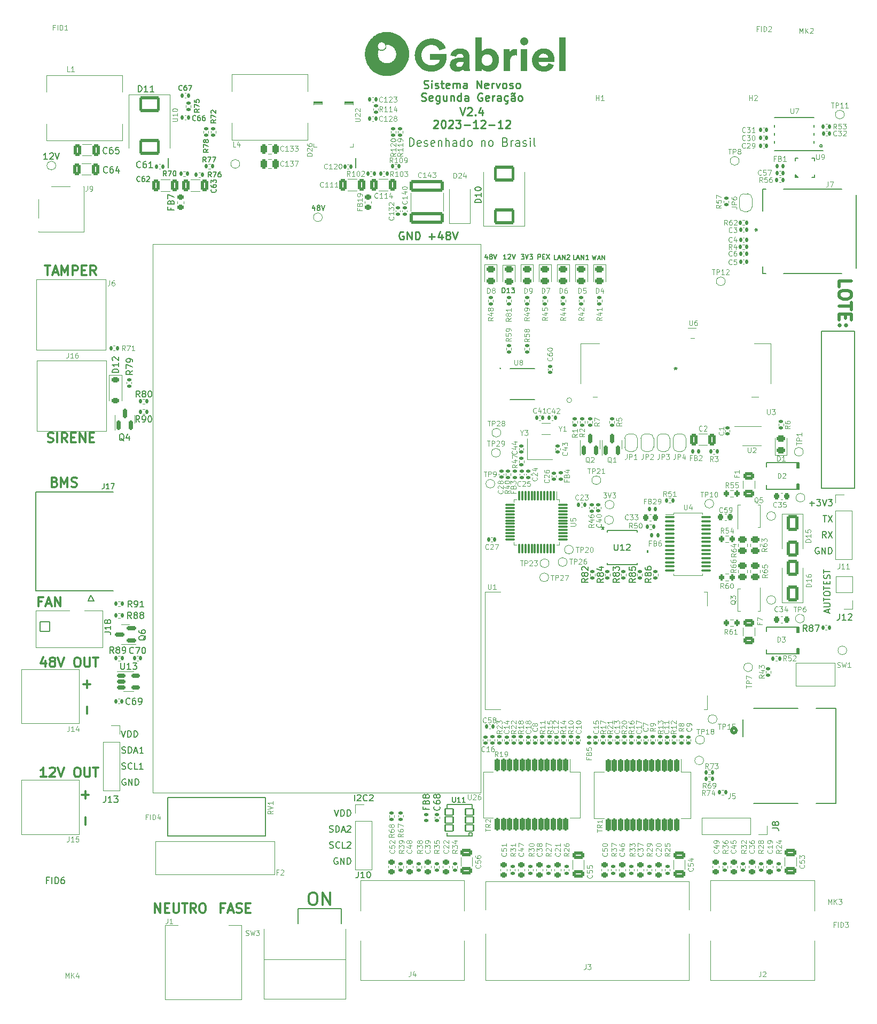
<source format=gto>
G04 #@! TF.GenerationSoftware,KiCad,Pcbnew,7.0.6-0*
G04 #@! TF.CreationDate,2023-12-12T12:04:17-03:00*
G04 #@! TF.ProjectId,nervosinho_rev2.4,6e657276-6f73-4696-9e68-6f5f72657632,rev?*
G04 #@! TF.SameCoordinates,Original*
G04 #@! TF.FileFunction,Legend,Top*
G04 #@! TF.FilePolarity,Positive*
%FSLAX46Y46*%
G04 Gerber Fmt 4.6, Leading zero omitted, Abs format (unit mm)*
G04 Created by KiCad (PCBNEW 7.0.6-0) date 2023-12-12 12:04:17*
%MOMM*%
%LPD*%
G01*
G04 APERTURE LIST*
G04 Aperture macros list*
%AMRoundRect*
0 Rectangle with rounded corners*
0 $1 Rounding radius*
0 $2 $3 $4 $5 $6 $7 $8 $9 X,Y pos of 4 corners*
0 Add a 4 corners polygon primitive as box body*
4,1,4,$2,$3,$4,$5,$6,$7,$8,$9,$2,$3,0*
0 Add four circle primitives for the rounded corners*
1,1,$1+$1,$2,$3*
1,1,$1+$1,$4,$5*
1,1,$1+$1,$6,$7*
1,1,$1+$1,$8,$9*
0 Add four rect primitives between the rounded corners*
20,1,$1+$1,$2,$3,$4,$5,0*
20,1,$1+$1,$4,$5,$6,$7,0*
20,1,$1+$1,$6,$7,$8,$9,0*
20,1,$1+$1,$8,$9,$2,$3,0*%
%AMFreePoly0*
4,1,19,0.500000,-0.750000,0.000000,-0.750000,0.000000,-0.744911,-0.071157,-0.744911,-0.207708,-0.704816,-0.327430,-0.627875,-0.420627,-0.520320,-0.479746,-0.390866,-0.500000,-0.250000,-0.500000,0.250000,-0.479746,0.390866,-0.420627,0.520320,-0.327430,0.627875,-0.207708,0.704816,-0.071157,0.744911,0.000000,0.744911,0.000000,0.750000,0.500000,0.750000,0.500000,-0.750000,0.500000,-0.750000,
$1*%
%AMFreePoly1*
4,1,19,0.000000,0.744911,0.071157,0.744911,0.207708,0.704816,0.327430,0.627875,0.420627,0.520320,0.479746,0.390866,0.500000,0.250000,0.500000,-0.250000,0.479746,-0.390866,0.420627,-0.520320,0.327430,-0.627875,0.207708,-0.704816,0.071157,-0.744911,0.000000,-0.744911,0.000000,-0.750000,-0.500000,-0.750000,-0.500000,0.750000,0.000000,0.750000,0.000000,0.744911,0.000000,0.744911,
$1*%
%AMFreePoly2*
4,1,17,1.395000,0.765000,0.855000,0.765000,0.855000,0.535000,1.395000,0.535000,1.395000,0.115000,0.855000,0.115000,0.855000,-0.115000,1.395000,-0.115000,1.395000,-0.535000,0.855000,-0.535000,0.855000,-0.765000,1.395000,-0.765000,1.395000,-1.185000,-0.855000,-1.185000,-0.855000,1.185000,1.395000,1.185000,1.395000,0.765000,1.395000,0.765000,$1*%
G04 Aperture macros list end*
%ADD10C,0.200000*%
%ADD11C,0.300000*%
%ADD12C,0.150000*%
%ADD13C,0.500000*%
%ADD14C,0.250000*%
%ADD15C,0.120000*%
%ADD16C,0.127000*%
%ADD17C,0.152400*%
%ADD18C,0.508000*%
%ADD19C,0.100000*%
%ADD20C,1.651000*%
%ADD21C,1.143000*%
%ADD22R,0.660400X2.108200*%
%ADD23R,2.438400X3.352800*%
%ADD24C,6.200000*%
%ADD25RoundRect,0.225000X0.250000X-0.225000X0.250000X0.225000X-0.250000X0.225000X-0.250000X-0.225000X0*%
%ADD26R,1.000000X1.800000*%
%ADD27RoundRect,0.102000X0.635000X0.500000X-0.635000X0.500000X-0.635000X-0.500000X0.635000X-0.500000X0*%
%ADD28RoundRect,0.135000X0.185000X-0.135000X0.185000X0.135000X-0.185000X0.135000X-0.185000X-0.135000X0*%
%ADD29RoundRect,0.140000X-0.140000X-0.170000X0.140000X-0.170000X0.140000X0.170000X-0.140000X0.170000X0*%
%ADD30RoundRect,0.135000X-0.185000X0.135000X-0.185000X-0.135000X0.185000X-0.135000X0.185000X0.135000X0*%
%ADD31RoundRect,0.140000X0.170000X-0.140000X0.170000X0.140000X-0.170000X0.140000X-0.170000X-0.140000X0*%
%ADD32RoundRect,0.140000X0.140000X0.170000X-0.140000X0.170000X-0.140000X-0.170000X0.140000X-0.170000X0*%
%ADD33RoundRect,0.135000X0.135000X0.185000X-0.135000X0.185000X-0.135000X-0.185000X0.135000X-0.185000X0*%
%ADD34C,2.000000*%
%ADD35R,1.700000X1.700000*%
%ADD36O,1.700000X1.700000*%
%ADD37RoundRect,0.140000X-0.170000X0.140000X-0.170000X-0.140000X0.170000X-0.140000X0.170000X0.140000X0*%
%ADD38FreePoly0,90.000000*%
%ADD39FreePoly1,90.000000*%
%ADD40C,1.000000*%
%ADD41RoundRect,0.135000X-0.135000X-0.185000X0.135000X-0.185000X0.135000X0.185000X-0.135000X0.185000X0*%
%ADD42RoundRect,0.100000X-0.637500X-0.100000X0.637500X-0.100000X0.637500X0.100000X-0.637500X0.100000X0*%
%ADD43RoundRect,0.243750X0.456250X-0.243750X0.456250X0.243750X-0.456250X0.243750X-0.456250X-0.243750X0*%
%ADD44RoundRect,0.250000X-0.325000X-0.650000X0.325000X-0.650000X0.325000X0.650000X-0.325000X0.650000X0*%
%ADD45RoundRect,0.147500X0.172500X-0.147500X0.172500X0.147500X-0.172500X0.147500X-0.172500X-0.147500X0*%
%ADD46R,0.650000X1.525000*%
%ADD47R,3.100000X2.400000*%
%ADD48R,0.450000X0.400000*%
%ADD49R,0.450000X0.500000*%
%ADD50C,2.500000*%
%ADD51C,4.000000*%
%ADD52RoundRect,0.195000X-0.195000X0.805000X-0.195000X-0.805000X0.195000X-0.805000X0.195000X0.805000X0*%
%ADD53RoundRect,0.147500X-0.147500X-0.172500X0.147500X-0.172500X0.147500X0.172500X-0.147500X0.172500X0*%
%ADD54R,1.800000X2.500000*%
%ADD55R,0.300000X0.570000*%
%ADD56R,0.570000X0.300000*%
%ADD57R,1.750000X1.750000*%
%ADD58C,4.300000*%
%ADD59RoundRect,0.218750X0.256250X-0.218750X0.256250X0.218750X-0.256250X0.218750X-0.256250X-0.218750X0*%
%ADD60R,1.879600X2.260600*%
%ADD61RoundRect,0.225000X-0.375000X0.225000X-0.375000X-0.225000X0.375000X-0.225000X0.375000X0.225000X0*%
%ADD62C,3.200000*%
%ADD63C,1.500000*%
%ADD64C,3.000000*%
%ADD65R,1.600000X0.600000*%
%ADD66R,1.550000X0.600000*%
%ADD67RoundRect,0.200000X-0.200000X-0.275000X0.200000X-0.275000X0.200000X0.275000X-0.200000X0.275000X0*%
%ADD68RoundRect,0.225000X0.225000X0.250000X-0.225000X0.250000X-0.225000X-0.250000X0.225000X-0.250000X0*%
%ADD69RoundRect,0.250000X-0.450000X0.262500X-0.450000X-0.262500X0.450000X-0.262500X0.450000X0.262500X0*%
%ADD70R,3.500000X4.000000*%
%ADD71R,0.420000X0.700000*%
%ADD72FreePoly2,90.000000*%
%ADD73RoundRect,0.243750X-0.456250X0.243750X-0.456250X-0.243750X0.456250X-0.243750X0.456250X0.243750X0*%
%ADD74RoundRect,0.250000X-0.650000X0.325000X-0.650000X-0.325000X0.650000X-0.325000X0.650000X0.325000X0*%
%ADD75R,1.600200X0.711200*%
%ADD76C,1.498600*%
%ADD77R,1.498600X1.193800*%
%ADD78R,2.209800X1.193800*%
%ADD79R,1.498600X1.600200*%
%ADD80RoundRect,0.250000X0.625000X-0.375000X0.625000X0.375000X-0.625000X0.375000X-0.625000X-0.375000X0*%
%ADD81RoundRect,0.250000X0.325000X0.650000X-0.325000X0.650000X-0.325000X-0.650000X0.325000X-0.650000X0*%
%ADD82R,3.300000X2.500000*%
%ADD83RoundRect,0.075000X-0.075000X0.662500X-0.075000X-0.662500X0.075000X-0.662500X0.075000X0.662500X0*%
%ADD84RoundRect,0.075000X-0.662500X0.075000X-0.662500X-0.075000X0.662500X-0.075000X0.662500X0.075000X0*%
%ADD85RoundRect,0.150000X0.587500X0.150000X-0.587500X0.150000X-0.587500X-0.150000X0.587500X-0.150000X0*%
%ADD86R,2.000000X2.000000*%
%ADD87RoundRect,0.250000X0.650000X-1.000000X0.650000X1.000000X-0.650000X1.000000X-0.650000X-1.000000X0*%
%ADD88R,1.150000X0.350000*%
%ADD89RoundRect,0.250000X0.250000X0.475000X-0.250000X0.475000X-0.250000X-0.475000X0.250000X-0.475000X0*%
%ADD90RoundRect,0.250000X1.400000X1.000000X-1.400000X1.000000X-1.400000X-1.000000X1.400000X-1.000000X0*%
%ADD91RoundRect,0.225000X-0.225000X-0.250000X0.225000X-0.250000X0.225000X0.250000X-0.225000X0.250000X0*%
%ADD92RoundRect,0.150000X0.150000X-0.587500X0.150000X0.587500X-0.150000X0.587500X-0.150000X-0.587500X0*%
%ADD93RoundRect,0.150000X-0.512500X-0.150000X0.512500X-0.150000X0.512500X0.150000X-0.512500X0.150000X0*%
%ADD94RoundRect,0.250000X-1.400000X-1.000000X1.400000X-1.000000X1.400000X1.000000X-1.400000X1.000000X0*%
%ADD95C,3.250000*%
%ADD96R,1.400000X1.200000*%
%ADD97R,1.520000X1.520000*%
%ADD98C,1.520000*%
%ADD99R,1.143000X0.812800*%
%ADD100R,2.108200X0.711200*%
%ADD101RoundRect,0.147500X-0.172500X0.147500X-0.172500X-0.147500X0.172500X-0.147500X0.172500X0.147500X0*%
%ADD102R,2.180000X1.600000*%
%ADD103C,1.800000*%
%ADD104R,1.409700X0.355600*%
%ADD105RoundRect,0.250000X2.450000X-0.650000X2.450000X0.650000X-2.450000X0.650000X-2.450000X-0.650000X0*%
%ADD106C,1.300000*%
%ADD107RoundRect,0.102000X0.765000X0.765000X-0.765000X0.765000X-0.765000X-0.765000X0.765000X-0.765000X0*%
%ADD108C,1.754000*%
%ADD109R,0.900000X1.800000*%
%ADD110R,1.800000X0.900000*%
%ADD111R,5.000000X5.000000*%
%ADD112R,2.700000X1.200000*%
%ADD113R,1.112398X0.457200*%
%ADD114R,3.606800X3.708400*%
%ADD115RoundRect,0.250000X-0.650000X1.000000X-0.650000X-1.000000X0.650000X-1.000000X0.650000X1.000000X0*%
%ADD116FreePoly2,270.000000*%
%ADD117RoundRect,0.250000X-0.625000X0.375000X-0.625000X-0.375000X0.625000X-0.375000X0.625000X0.375000X0*%
G04 APERTURE END LIST*
D10*
X14216904Y-119997838D02*
X14121666Y-119950219D01*
X14121666Y-119950219D02*
X13978809Y-119950219D01*
X13978809Y-119950219D02*
X13835952Y-119997838D01*
X13835952Y-119997838D02*
X13740714Y-120093076D01*
X13740714Y-120093076D02*
X13693095Y-120188314D01*
X13693095Y-120188314D02*
X13645476Y-120378790D01*
X13645476Y-120378790D02*
X13645476Y-120521647D01*
X13645476Y-120521647D02*
X13693095Y-120712123D01*
X13693095Y-120712123D02*
X13740714Y-120807361D01*
X13740714Y-120807361D02*
X13835952Y-120902600D01*
X13835952Y-120902600D02*
X13978809Y-120950219D01*
X13978809Y-120950219D02*
X14074047Y-120950219D01*
X14074047Y-120950219D02*
X14216904Y-120902600D01*
X14216904Y-120902600D02*
X14264523Y-120854980D01*
X14264523Y-120854980D02*
X14264523Y-120521647D01*
X14264523Y-120521647D02*
X14074047Y-120521647D01*
X14693095Y-120950219D02*
X14693095Y-119950219D01*
X14693095Y-119950219D02*
X15264523Y-120950219D01*
X15264523Y-120950219D02*
X15264523Y-119950219D01*
X15740714Y-120950219D02*
X15740714Y-119950219D01*
X15740714Y-119950219D02*
X15978809Y-119950219D01*
X15978809Y-119950219D02*
X16121666Y-119997838D01*
X16121666Y-119997838D02*
X16216904Y-120093076D01*
X16216904Y-120093076D02*
X16264523Y-120188314D01*
X16264523Y-120188314D02*
X16312142Y-120378790D01*
X16312142Y-120378790D02*
X16312142Y-120521647D01*
X16312142Y-120521647D02*
X16264523Y-120712123D01*
X16264523Y-120712123D02*
X16216904Y-120807361D01*
X16216904Y-120807361D02*
X16121666Y-120902600D01*
X16121666Y-120902600D02*
X15978809Y-120950219D01*
X15978809Y-120950219D02*
X15740714Y-120950219D01*
X13645476Y-118362600D02*
X13788333Y-118410219D01*
X13788333Y-118410219D02*
X14026428Y-118410219D01*
X14026428Y-118410219D02*
X14121666Y-118362600D01*
X14121666Y-118362600D02*
X14169285Y-118314980D01*
X14169285Y-118314980D02*
X14216904Y-118219742D01*
X14216904Y-118219742D02*
X14216904Y-118124504D01*
X14216904Y-118124504D02*
X14169285Y-118029266D01*
X14169285Y-118029266D02*
X14121666Y-117981647D01*
X14121666Y-117981647D02*
X14026428Y-117934028D01*
X14026428Y-117934028D02*
X13835952Y-117886409D01*
X13835952Y-117886409D02*
X13740714Y-117838790D01*
X13740714Y-117838790D02*
X13693095Y-117791171D01*
X13693095Y-117791171D02*
X13645476Y-117695933D01*
X13645476Y-117695933D02*
X13645476Y-117600695D01*
X13645476Y-117600695D02*
X13693095Y-117505457D01*
X13693095Y-117505457D02*
X13740714Y-117457838D01*
X13740714Y-117457838D02*
X13835952Y-117410219D01*
X13835952Y-117410219D02*
X14074047Y-117410219D01*
X14074047Y-117410219D02*
X14216904Y-117457838D01*
X15216904Y-118314980D02*
X15169285Y-118362600D01*
X15169285Y-118362600D02*
X15026428Y-118410219D01*
X15026428Y-118410219D02*
X14931190Y-118410219D01*
X14931190Y-118410219D02*
X14788333Y-118362600D01*
X14788333Y-118362600D02*
X14693095Y-118267361D01*
X14693095Y-118267361D02*
X14645476Y-118172123D01*
X14645476Y-118172123D02*
X14597857Y-117981647D01*
X14597857Y-117981647D02*
X14597857Y-117838790D01*
X14597857Y-117838790D02*
X14645476Y-117648314D01*
X14645476Y-117648314D02*
X14693095Y-117553076D01*
X14693095Y-117553076D02*
X14788333Y-117457838D01*
X14788333Y-117457838D02*
X14931190Y-117410219D01*
X14931190Y-117410219D02*
X15026428Y-117410219D01*
X15026428Y-117410219D02*
X15169285Y-117457838D01*
X15169285Y-117457838D02*
X15216904Y-117505457D01*
X16121666Y-118410219D02*
X15645476Y-118410219D01*
X15645476Y-118410219D02*
X15645476Y-117410219D01*
X16978809Y-118410219D02*
X16407381Y-118410219D01*
X16693095Y-118410219D02*
X16693095Y-117410219D01*
X16693095Y-117410219D02*
X16597857Y-117553076D01*
X16597857Y-117553076D02*
X16502619Y-117648314D01*
X16502619Y-117648314D02*
X16407381Y-117695933D01*
X13645476Y-115822600D02*
X13788333Y-115870219D01*
X13788333Y-115870219D02*
X14026428Y-115870219D01*
X14026428Y-115870219D02*
X14121666Y-115822600D01*
X14121666Y-115822600D02*
X14169285Y-115774980D01*
X14169285Y-115774980D02*
X14216904Y-115679742D01*
X14216904Y-115679742D02*
X14216904Y-115584504D01*
X14216904Y-115584504D02*
X14169285Y-115489266D01*
X14169285Y-115489266D02*
X14121666Y-115441647D01*
X14121666Y-115441647D02*
X14026428Y-115394028D01*
X14026428Y-115394028D02*
X13835952Y-115346409D01*
X13835952Y-115346409D02*
X13740714Y-115298790D01*
X13740714Y-115298790D02*
X13693095Y-115251171D01*
X13693095Y-115251171D02*
X13645476Y-115155933D01*
X13645476Y-115155933D02*
X13645476Y-115060695D01*
X13645476Y-115060695D02*
X13693095Y-114965457D01*
X13693095Y-114965457D02*
X13740714Y-114917838D01*
X13740714Y-114917838D02*
X13835952Y-114870219D01*
X13835952Y-114870219D02*
X14074047Y-114870219D01*
X14074047Y-114870219D02*
X14216904Y-114917838D01*
X14645476Y-115870219D02*
X14645476Y-114870219D01*
X14645476Y-114870219D02*
X14883571Y-114870219D01*
X14883571Y-114870219D02*
X15026428Y-114917838D01*
X15026428Y-114917838D02*
X15121666Y-115013076D01*
X15121666Y-115013076D02*
X15169285Y-115108314D01*
X15169285Y-115108314D02*
X15216904Y-115298790D01*
X15216904Y-115298790D02*
X15216904Y-115441647D01*
X15216904Y-115441647D02*
X15169285Y-115632123D01*
X15169285Y-115632123D02*
X15121666Y-115727361D01*
X15121666Y-115727361D02*
X15026428Y-115822600D01*
X15026428Y-115822600D02*
X14883571Y-115870219D01*
X14883571Y-115870219D02*
X14645476Y-115870219D01*
X15597857Y-115584504D02*
X16074047Y-115584504D01*
X15502619Y-115870219D02*
X15835952Y-114870219D01*
X15835952Y-114870219D02*
X16169285Y-115870219D01*
X17026428Y-115870219D02*
X16455000Y-115870219D01*
X16740714Y-115870219D02*
X16740714Y-114870219D01*
X16740714Y-114870219D02*
X16645476Y-115013076D01*
X16645476Y-115013076D02*
X16550238Y-115108314D01*
X16550238Y-115108314D02*
X16455000Y-115155933D01*
X13550238Y-112345219D02*
X13883571Y-113345219D01*
X13883571Y-113345219D02*
X14216904Y-112345219D01*
X14550238Y-113345219D02*
X14550238Y-112345219D01*
X14550238Y-112345219D02*
X14788333Y-112345219D01*
X14788333Y-112345219D02*
X14931190Y-112392838D01*
X14931190Y-112392838D02*
X15026428Y-112488076D01*
X15026428Y-112488076D02*
X15074047Y-112583314D01*
X15074047Y-112583314D02*
X15121666Y-112773790D01*
X15121666Y-112773790D02*
X15121666Y-112916647D01*
X15121666Y-112916647D02*
X15074047Y-113107123D01*
X15074047Y-113107123D02*
X15026428Y-113202361D01*
X15026428Y-113202361D02*
X14931190Y-113297600D01*
X14931190Y-113297600D02*
X14788333Y-113345219D01*
X14788333Y-113345219D02*
X14550238Y-113345219D01*
X15550238Y-113345219D02*
X15550238Y-112345219D01*
X15550238Y-112345219D02*
X15788333Y-112345219D01*
X15788333Y-112345219D02*
X15931190Y-112392838D01*
X15931190Y-112392838D02*
X16026428Y-112488076D01*
X16026428Y-112488076D02*
X16074047Y-112583314D01*
X16074047Y-112583314D02*
X16121666Y-112773790D01*
X16121666Y-112773790D02*
X16121666Y-112916647D01*
X16121666Y-112916647D02*
X16074047Y-113107123D01*
X16074047Y-113107123D02*
X16026428Y-113202361D01*
X16026428Y-113202361D02*
X15931190Y-113297600D01*
X15931190Y-113297600D02*
X15788333Y-113345219D01*
X15788333Y-113345219D02*
X15550238Y-113345219D01*
D11*
X2992714Y-72898614D02*
X3207000Y-72970042D01*
X3207000Y-72970042D02*
X3278429Y-73041471D01*
X3278429Y-73041471D02*
X3349857Y-73184328D01*
X3349857Y-73184328D02*
X3349857Y-73398614D01*
X3349857Y-73398614D02*
X3278429Y-73541471D01*
X3278429Y-73541471D02*
X3207000Y-73612900D01*
X3207000Y-73612900D02*
X3064143Y-73684328D01*
X3064143Y-73684328D02*
X2492714Y-73684328D01*
X2492714Y-73684328D02*
X2492714Y-72184328D01*
X2492714Y-72184328D02*
X2992714Y-72184328D01*
X2992714Y-72184328D02*
X3135572Y-72255757D01*
X3135572Y-72255757D02*
X3207000Y-72327185D01*
X3207000Y-72327185D02*
X3278429Y-72470042D01*
X3278429Y-72470042D02*
X3278429Y-72612900D01*
X3278429Y-72612900D02*
X3207000Y-72755757D01*
X3207000Y-72755757D02*
X3135572Y-72827185D01*
X3135572Y-72827185D02*
X2992714Y-72898614D01*
X2992714Y-72898614D02*
X2492714Y-72898614D01*
X3992714Y-73684328D02*
X3992714Y-72184328D01*
X3992714Y-72184328D02*
X4492714Y-73255757D01*
X4492714Y-73255757D02*
X4992714Y-72184328D01*
X4992714Y-72184328D02*
X4992714Y-73684328D01*
X5635572Y-73612900D02*
X5849858Y-73684328D01*
X5849858Y-73684328D02*
X6207000Y-73684328D01*
X6207000Y-73684328D02*
X6349858Y-73612900D01*
X6349858Y-73612900D02*
X6421286Y-73541471D01*
X6421286Y-73541471D02*
X6492715Y-73398614D01*
X6492715Y-73398614D02*
X6492715Y-73255757D01*
X6492715Y-73255757D02*
X6421286Y-73112900D01*
X6421286Y-73112900D02*
X6349858Y-73041471D01*
X6349858Y-73041471D02*
X6207000Y-72970042D01*
X6207000Y-72970042D02*
X5921286Y-72898614D01*
X5921286Y-72898614D02*
X5778429Y-72827185D01*
X5778429Y-72827185D02*
X5707000Y-72755757D01*
X5707000Y-72755757D02*
X5635572Y-72612900D01*
X5635572Y-72612900D02*
X5635572Y-72470042D01*
X5635572Y-72470042D02*
X5707000Y-72327185D01*
X5707000Y-72327185D02*
X5778429Y-72255757D01*
X5778429Y-72255757D02*
X5921286Y-72184328D01*
X5921286Y-72184328D02*
X6278429Y-72184328D01*
X6278429Y-72184328D02*
X6492715Y-72255757D01*
X947714Y-91857614D02*
X447714Y-91857614D01*
X447714Y-92643328D02*
X447714Y-91143328D01*
X447714Y-91143328D02*
X1162000Y-91143328D01*
X1662000Y-92214757D02*
X2376286Y-92214757D01*
X1519143Y-92643328D02*
X2019143Y-91143328D01*
X2019143Y-91143328D02*
X2519143Y-92643328D01*
X3019142Y-92643328D02*
X3019142Y-91143328D01*
X3019142Y-91143328D02*
X3876285Y-92643328D01*
X3876285Y-92643328D02*
X3876285Y-91143328D01*
D12*
X48423573Y-142886773D02*
X48423573Y-140486773D01*
X41573573Y-142886773D02*
X41573573Y-140486773D01*
X41573573Y-140486773D02*
X48423573Y-140486773D01*
X124522000Y-48969000D02*
X129806000Y-48969000D01*
X129806000Y-73919000D01*
X124522000Y-73919000D01*
X124522000Y-48969000D01*
X47815588Y-132518188D02*
X47720350Y-132470569D01*
X47720350Y-132470569D02*
X47577493Y-132470569D01*
X47577493Y-132470569D02*
X47434636Y-132518188D01*
X47434636Y-132518188D02*
X47339398Y-132613426D01*
X47339398Y-132613426D02*
X47291779Y-132708664D01*
X47291779Y-132708664D02*
X47244160Y-132899140D01*
X47244160Y-132899140D02*
X47244160Y-133041997D01*
X47244160Y-133041997D02*
X47291779Y-133232473D01*
X47291779Y-133232473D02*
X47339398Y-133327711D01*
X47339398Y-133327711D02*
X47434636Y-133422950D01*
X47434636Y-133422950D02*
X47577493Y-133470569D01*
X47577493Y-133470569D02*
X47672731Y-133470569D01*
X47672731Y-133470569D02*
X47815588Y-133422950D01*
X47815588Y-133422950D02*
X47863207Y-133375330D01*
X47863207Y-133375330D02*
X47863207Y-133041997D01*
X47863207Y-133041997D02*
X47672731Y-133041997D01*
X48291779Y-133470569D02*
X48291779Y-132470569D01*
X48291779Y-132470569D02*
X48863207Y-133470569D01*
X48863207Y-133470569D02*
X48863207Y-132470569D01*
X49339398Y-133470569D02*
X49339398Y-132470569D01*
X49339398Y-132470569D02*
X49577493Y-132470569D01*
X49577493Y-132470569D02*
X49720350Y-132518188D01*
X49720350Y-132518188D02*
X49815588Y-132613426D01*
X49815588Y-132613426D02*
X49863207Y-132708664D01*
X49863207Y-132708664D02*
X49910826Y-132899140D01*
X49910826Y-132899140D02*
X49910826Y-133041997D01*
X49910826Y-133041997D02*
X49863207Y-133232473D01*
X49863207Y-133232473D02*
X49815588Y-133327711D01*
X49815588Y-133327711D02*
X49720350Y-133422950D01*
X49720350Y-133422950D02*
X49577493Y-133470569D01*
X49577493Y-133470569D02*
X49339398Y-133470569D01*
D13*
X127298761Y-41980571D02*
X127298761Y-41028190D01*
X127298761Y-41028190D02*
X129298761Y-41028190D01*
X129298761Y-43028190D02*
X129298761Y-43409143D01*
X129298761Y-43409143D02*
X129203523Y-43599619D01*
X129203523Y-43599619D02*
X129013047Y-43790095D01*
X129013047Y-43790095D02*
X128632095Y-43885333D01*
X128632095Y-43885333D02*
X127965428Y-43885333D01*
X127965428Y-43885333D02*
X127584476Y-43790095D01*
X127584476Y-43790095D02*
X127394000Y-43599619D01*
X127394000Y-43599619D02*
X127298761Y-43409143D01*
X127298761Y-43409143D02*
X127298761Y-43028190D01*
X127298761Y-43028190D02*
X127394000Y-42837714D01*
X127394000Y-42837714D02*
X127584476Y-42647238D01*
X127584476Y-42647238D02*
X127965428Y-42552000D01*
X127965428Y-42552000D02*
X128632095Y-42552000D01*
X128632095Y-42552000D02*
X129013047Y-42647238D01*
X129013047Y-42647238D02*
X129203523Y-42837714D01*
X129203523Y-42837714D02*
X129298761Y-43028190D01*
X129298761Y-44456762D02*
X129298761Y-45599619D01*
X127298761Y-45028190D02*
X129298761Y-45028190D01*
X128346380Y-46266286D02*
X128346380Y-46932953D01*
X127298761Y-47218667D02*
X127298761Y-46266286D01*
X127298761Y-46266286D02*
X129298761Y-46266286D01*
X129298761Y-46266286D02*
X129298761Y-47218667D01*
X127489238Y-48075810D02*
X127394000Y-48171048D01*
X127394000Y-48171048D02*
X127298761Y-48075810D01*
X127298761Y-48075810D02*
X127394000Y-47980572D01*
X127394000Y-47980572D02*
X127489238Y-48075810D01*
X127489238Y-48075810D02*
X127298761Y-48075810D01*
X128536857Y-48075810D02*
X128441619Y-48171048D01*
X128441619Y-48171048D02*
X128346380Y-48075810D01*
X128346380Y-48075810D02*
X128441619Y-47980572D01*
X128441619Y-47980572D02*
X128536857Y-48075810D01*
X128536857Y-48075810D02*
X128346380Y-48075810D01*
D14*
X62286192Y-34000856D02*
X63238573Y-34000856D01*
X62762382Y-34477046D02*
X62762382Y-33524665D01*
X64369525Y-33643713D02*
X64369525Y-34477046D01*
X64071906Y-33167523D02*
X63774287Y-34060380D01*
X63774287Y-34060380D02*
X64548096Y-34060380D01*
X65202858Y-33762761D02*
X65083810Y-33703237D01*
X65083810Y-33703237D02*
X65024287Y-33643713D01*
X65024287Y-33643713D02*
X64964763Y-33524665D01*
X64964763Y-33524665D02*
X64964763Y-33465142D01*
X64964763Y-33465142D02*
X65024287Y-33346094D01*
X65024287Y-33346094D02*
X65083810Y-33286570D01*
X65083810Y-33286570D02*
X65202858Y-33227046D01*
X65202858Y-33227046D02*
X65440953Y-33227046D01*
X65440953Y-33227046D02*
X65560001Y-33286570D01*
X65560001Y-33286570D02*
X65619525Y-33346094D01*
X65619525Y-33346094D02*
X65679048Y-33465142D01*
X65679048Y-33465142D02*
X65679048Y-33524665D01*
X65679048Y-33524665D02*
X65619525Y-33643713D01*
X65619525Y-33643713D02*
X65560001Y-33703237D01*
X65560001Y-33703237D02*
X65440953Y-33762761D01*
X65440953Y-33762761D02*
X65202858Y-33762761D01*
X65202858Y-33762761D02*
X65083810Y-33822284D01*
X65083810Y-33822284D02*
X65024287Y-33881808D01*
X65024287Y-33881808D02*
X64964763Y-34000856D01*
X64964763Y-34000856D02*
X64964763Y-34238951D01*
X64964763Y-34238951D02*
X65024287Y-34357999D01*
X65024287Y-34357999D02*
X65083810Y-34417523D01*
X65083810Y-34417523D02*
X65202858Y-34477046D01*
X65202858Y-34477046D02*
X65440953Y-34477046D01*
X65440953Y-34477046D02*
X65560001Y-34417523D01*
X65560001Y-34417523D02*
X65619525Y-34357999D01*
X65619525Y-34357999D02*
X65679048Y-34238951D01*
X65679048Y-34238951D02*
X65679048Y-34000856D01*
X65679048Y-34000856D02*
X65619525Y-33881808D01*
X65619525Y-33881808D02*
X65560001Y-33822284D01*
X65560001Y-33822284D02*
X65440953Y-33762761D01*
X66036191Y-33227046D02*
X66452858Y-34477046D01*
X66452858Y-34477046D02*
X66869524Y-33227046D01*
D12*
X46529874Y-128342950D02*
X46672731Y-128390569D01*
X46672731Y-128390569D02*
X46910826Y-128390569D01*
X46910826Y-128390569D02*
X47006064Y-128342950D01*
X47006064Y-128342950D02*
X47053683Y-128295330D01*
X47053683Y-128295330D02*
X47101302Y-128200092D01*
X47101302Y-128200092D02*
X47101302Y-128104854D01*
X47101302Y-128104854D02*
X47053683Y-128009616D01*
X47053683Y-128009616D02*
X47006064Y-127961997D01*
X47006064Y-127961997D02*
X46910826Y-127914378D01*
X46910826Y-127914378D02*
X46720350Y-127866759D01*
X46720350Y-127866759D02*
X46625112Y-127819140D01*
X46625112Y-127819140D02*
X46577493Y-127771521D01*
X46577493Y-127771521D02*
X46529874Y-127676283D01*
X46529874Y-127676283D02*
X46529874Y-127581045D01*
X46529874Y-127581045D02*
X46577493Y-127485807D01*
X46577493Y-127485807D02*
X46625112Y-127438188D01*
X46625112Y-127438188D02*
X46720350Y-127390569D01*
X46720350Y-127390569D02*
X46958445Y-127390569D01*
X46958445Y-127390569D02*
X47101302Y-127438188D01*
X47529874Y-128390569D02*
X47529874Y-127390569D01*
X47529874Y-127390569D02*
X47767969Y-127390569D01*
X47767969Y-127390569D02*
X47910826Y-127438188D01*
X47910826Y-127438188D02*
X48006064Y-127533426D01*
X48006064Y-127533426D02*
X48053683Y-127628664D01*
X48053683Y-127628664D02*
X48101302Y-127819140D01*
X48101302Y-127819140D02*
X48101302Y-127961997D01*
X48101302Y-127961997D02*
X48053683Y-128152473D01*
X48053683Y-128152473D02*
X48006064Y-128247711D01*
X48006064Y-128247711D02*
X47910826Y-128342950D01*
X47910826Y-128342950D02*
X47767969Y-128390569D01*
X47767969Y-128390569D02*
X47529874Y-128390569D01*
X48482255Y-128104854D02*
X48958445Y-128104854D01*
X48387017Y-128390569D02*
X48720350Y-127390569D01*
X48720350Y-127390569D02*
X49053683Y-128390569D01*
X49339398Y-127485807D02*
X49387017Y-127438188D01*
X49387017Y-127438188D02*
X49482255Y-127390569D01*
X49482255Y-127390569D02*
X49720350Y-127390569D01*
X49720350Y-127390569D02*
X49815588Y-127438188D01*
X49815588Y-127438188D02*
X49863207Y-127485807D01*
X49863207Y-127485807D02*
X49910826Y-127581045D01*
X49910826Y-127581045D02*
X49910826Y-127676283D01*
X49910826Y-127676283D02*
X49863207Y-127819140D01*
X49863207Y-127819140D02*
X49291779Y-128390569D01*
X49291779Y-128390569D02*
X49910826Y-128390569D01*
D10*
X122633905Y-76281266D02*
X123395810Y-76281266D01*
X123014857Y-76662219D02*
X123014857Y-75900314D01*
X123776762Y-75662219D02*
X124395809Y-75662219D01*
X124395809Y-75662219D02*
X124062476Y-76043171D01*
X124062476Y-76043171D02*
X124205333Y-76043171D01*
X124205333Y-76043171D02*
X124300571Y-76090790D01*
X124300571Y-76090790D02*
X124348190Y-76138409D01*
X124348190Y-76138409D02*
X124395809Y-76233647D01*
X124395809Y-76233647D02*
X124395809Y-76471742D01*
X124395809Y-76471742D02*
X124348190Y-76566980D01*
X124348190Y-76566980D02*
X124300571Y-76614600D01*
X124300571Y-76614600D02*
X124205333Y-76662219D01*
X124205333Y-76662219D02*
X123919619Y-76662219D01*
X123919619Y-76662219D02*
X123824381Y-76614600D01*
X123824381Y-76614600D02*
X123776762Y-76566980D01*
X124681524Y-75662219D02*
X125014857Y-76662219D01*
X125014857Y-76662219D02*
X125348190Y-75662219D01*
X125586286Y-75662219D02*
X126205333Y-75662219D01*
X126205333Y-75662219D02*
X125872000Y-76043171D01*
X125872000Y-76043171D02*
X126014857Y-76043171D01*
X126014857Y-76043171D02*
X126110095Y-76090790D01*
X126110095Y-76090790D02*
X126157714Y-76138409D01*
X126157714Y-76138409D02*
X126205333Y-76233647D01*
X126205333Y-76233647D02*
X126205333Y-76471742D01*
X126205333Y-76471742D02*
X126157714Y-76566980D01*
X126157714Y-76566980D02*
X126110095Y-76614600D01*
X126110095Y-76614600D02*
X126014857Y-76662219D01*
X126014857Y-76662219D02*
X125729143Y-76662219D01*
X125729143Y-76662219D02*
X125633905Y-76614600D01*
X125633905Y-76614600D02*
X125586286Y-76566980D01*
D12*
X82562287Y-37642737D02*
X82205144Y-37642737D01*
X82205144Y-37642737D02*
X82205144Y-36892737D01*
X82776573Y-37428451D02*
X83133716Y-37428451D01*
X82705144Y-37642737D02*
X82955144Y-36892737D01*
X82955144Y-36892737D02*
X83205144Y-37642737D01*
X83455144Y-37642737D02*
X83455144Y-36892737D01*
X83455144Y-36892737D02*
X83883715Y-37642737D01*
X83883715Y-37642737D02*
X83883715Y-36892737D01*
X84205144Y-36964165D02*
X84240858Y-36928451D01*
X84240858Y-36928451D02*
X84312287Y-36892737D01*
X84312287Y-36892737D02*
X84490858Y-36892737D01*
X84490858Y-36892737D02*
X84562287Y-36928451D01*
X84562287Y-36928451D02*
X84598001Y-36964165D01*
X84598001Y-36964165D02*
X84633715Y-37035594D01*
X84633715Y-37035594D02*
X84633715Y-37107023D01*
X84633715Y-37107023D02*
X84598001Y-37214165D01*
X84598001Y-37214165D02*
X84169429Y-37642737D01*
X84169429Y-37642737D02*
X84633715Y-37642737D01*
D11*
X8080100Y-104377142D02*
X8080100Y-105520000D01*
X7508671Y-104948571D02*
X8651528Y-104948571D01*
X8080100Y-108519999D02*
X8080100Y-109662857D01*
X1639143Y-119653328D02*
X782000Y-119653328D01*
X1210571Y-119653328D02*
X1210571Y-118153328D01*
X1210571Y-118153328D02*
X1067714Y-118367614D01*
X1067714Y-118367614D02*
X924857Y-118510471D01*
X924857Y-118510471D02*
X782000Y-118581900D01*
X2210571Y-118296185D02*
X2281999Y-118224757D01*
X2281999Y-118224757D02*
X2424857Y-118153328D01*
X2424857Y-118153328D02*
X2781999Y-118153328D01*
X2781999Y-118153328D02*
X2924857Y-118224757D01*
X2924857Y-118224757D02*
X2996285Y-118296185D01*
X2996285Y-118296185D02*
X3067714Y-118439042D01*
X3067714Y-118439042D02*
X3067714Y-118581900D01*
X3067714Y-118581900D02*
X2996285Y-118796185D01*
X2996285Y-118796185D02*
X2139142Y-119653328D01*
X2139142Y-119653328D02*
X3067714Y-119653328D01*
X3496285Y-118153328D02*
X3996285Y-119653328D01*
X3996285Y-119653328D02*
X4496285Y-118153328D01*
X6424856Y-118153328D02*
X6710570Y-118153328D01*
X6710570Y-118153328D02*
X6853427Y-118224757D01*
X6853427Y-118224757D02*
X6996284Y-118367614D01*
X6996284Y-118367614D02*
X7067713Y-118653328D01*
X7067713Y-118653328D02*
X7067713Y-119153328D01*
X7067713Y-119153328D02*
X6996284Y-119439042D01*
X6996284Y-119439042D02*
X6853427Y-119581900D01*
X6853427Y-119581900D02*
X6710570Y-119653328D01*
X6710570Y-119653328D02*
X6424856Y-119653328D01*
X6424856Y-119653328D02*
X6281999Y-119581900D01*
X6281999Y-119581900D02*
X6139141Y-119439042D01*
X6139141Y-119439042D02*
X6067713Y-119153328D01*
X6067713Y-119153328D02*
X6067713Y-118653328D01*
X6067713Y-118653328D02*
X6139141Y-118367614D01*
X6139141Y-118367614D02*
X6281999Y-118224757D01*
X6281999Y-118224757D02*
X6424856Y-118153328D01*
X7710570Y-118153328D02*
X7710570Y-119367614D01*
X7710570Y-119367614D02*
X7781999Y-119510471D01*
X7781999Y-119510471D02*
X7853428Y-119581900D01*
X7853428Y-119581900D02*
X7996285Y-119653328D01*
X7996285Y-119653328D02*
X8281999Y-119653328D01*
X8281999Y-119653328D02*
X8424856Y-119581900D01*
X8424856Y-119581900D02*
X8496285Y-119510471D01*
X8496285Y-119510471D02*
X8567713Y-119367614D01*
X8567713Y-119367614D02*
X8567713Y-118153328D01*
X9067714Y-118153328D02*
X9924857Y-118153328D01*
X9496285Y-119653328D02*
X9496285Y-118153328D01*
D10*
X59214812Y-19681004D02*
X59214812Y-18381004D01*
X59214812Y-18381004D02*
X59524336Y-18381004D01*
X59524336Y-18381004D02*
X59710050Y-18442909D01*
X59710050Y-18442909D02*
X59833860Y-18566719D01*
X59833860Y-18566719D02*
X59895765Y-18690528D01*
X59895765Y-18690528D02*
X59957669Y-18938147D01*
X59957669Y-18938147D02*
X59957669Y-19123861D01*
X59957669Y-19123861D02*
X59895765Y-19371480D01*
X59895765Y-19371480D02*
X59833860Y-19495290D01*
X59833860Y-19495290D02*
X59710050Y-19619100D01*
X59710050Y-19619100D02*
X59524336Y-19681004D01*
X59524336Y-19681004D02*
X59214812Y-19681004D01*
X61010050Y-19619100D02*
X60886241Y-19681004D01*
X60886241Y-19681004D02*
X60638622Y-19681004D01*
X60638622Y-19681004D02*
X60514812Y-19619100D01*
X60514812Y-19619100D02*
X60452908Y-19495290D01*
X60452908Y-19495290D02*
X60452908Y-19000052D01*
X60452908Y-19000052D02*
X60514812Y-18876242D01*
X60514812Y-18876242D02*
X60638622Y-18814338D01*
X60638622Y-18814338D02*
X60886241Y-18814338D01*
X60886241Y-18814338D02*
X61010050Y-18876242D01*
X61010050Y-18876242D02*
X61071955Y-19000052D01*
X61071955Y-19000052D02*
X61071955Y-19123861D01*
X61071955Y-19123861D02*
X60452908Y-19247671D01*
X61567194Y-19619100D02*
X61691003Y-19681004D01*
X61691003Y-19681004D02*
X61938622Y-19681004D01*
X61938622Y-19681004D02*
X62062432Y-19619100D01*
X62062432Y-19619100D02*
X62124336Y-19495290D01*
X62124336Y-19495290D02*
X62124336Y-19433385D01*
X62124336Y-19433385D02*
X62062432Y-19309576D01*
X62062432Y-19309576D02*
X61938622Y-19247671D01*
X61938622Y-19247671D02*
X61752908Y-19247671D01*
X61752908Y-19247671D02*
X61629098Y-19185766D01*
X61629098Y-19185766D02*
X61567194Y-19061957D01*
X61567194Y-19061957D02*
X61567194Y-19000052D01*
X61567194Y-19000052D02*
X61629098Y-18876242D01*
X61629098Y-18876242D02*
X61752908Y-18814338D01*
X61752908Y-18814338D02*
X61938622Y-18814338D01*
X61938622Y-18814338D02*
X62062432Y-18876242D01*
X63176717Y-19619100D02*
X63052908Y-19681004D01*
X63052908Y-19681004D02*
X62805289Y-19681004D01*
X62805289Y-19681004D02*
X62681479Y-19619100D01*
X62681479Y-19619100D02*
X62619575Y-19495290D01*
X62619575Y-19495290D02*
X62619575Y-19000052D01*
X62619575Y-19000052D02*
X62681479Y-18876242D01*
X62681479Y-18876242D02*
X62805289Y-18814338D01*
X62805289Y-18814338D02*
X63052908Y-18814338D01*
X63052908Y-18814338D02*
X63176717Y-18876242D01*
X63176717Y-18876242D02*
X63238622Y-19000052D01*
X63238622Y-19000052D02*
X63238622Y-19123861D01*
X63238622Y-19123861D02*
X62619575Y-19247671D01*
X63795765Y-18814338D02*
X63795765Y-19681004D01*
X63795765Y-18938147D02*
X63857670Y-18876242D01*
X63857670Y-18876242D02*
X63981480Y-18814338D01*
X63981480Y-18814338D02*
X64167194Y-18814338D01*
X64167194Y-18814338D02*
X64291003Y-18876242D01*
X64291003Y-18876242D02*
X64352908Y-19000052D01*
X64352908Y-19000052D02*
X64352908Y-19681004D01*
X64971955Y-19681004D02*
X64971955Y-18381004D01*
X65529098Y-19681004D02*
X65529098Y-19000052D01*
X65529098Y-19000052D02*
X65467193Y-18876242D01*
X65467193Y-18876242D02*
X65343384Y-18814338D01*
X65343384Y-18814338D02*
X65157670Y-18814338D01*
X65157670Y-18814338D02*
X65033860Y-18876242D01*
X65033860Y-18876242D02*
X64971955Y-18938147D01*
X66705288Y-19681004D02*
X66705288Y-19000052D01*
X66705288Y-19000052D02*
X66643383Y-18876242D01*
X66643383Y-18876242D02*
X66519574Y-18814338D01*
X66519574Y-18814338D02*
X66271955Y-18814338D01*
X66271955Y-18814338D02*
X66148145Y-18876242D01*
X66705288Y-19619100D02*
X66581479Y-19681004D01*
X66581479Y-19681004D02*
X66271955Y-19681004D01*
X66271955Y-19681004D02*
X66148145Y-19619100D01*
X66148145Y-19619100D02*
X66086241Y-19495290D01*
X66086241Y-19495290D02*
X66086241Y-19371480D01*
X66086241Y-19371480D02*
X66148145Y-19247671D01*
X66148145Y-19247671D02*
X66271955Y-19185766D01*
X66271955Y-19185766D02*
X66581479Y-19185766D01*
X66581479Y-19185766D02*
X66705288Y-19123861D01*
X67881478Y-19681004D02*
X67881478Y-18381004D01*
X67881478Y-19619100D02*
X67757669Y-19681004D01*
X67757669Y-19681004D02*
X67510050Y-19681004D01*
X67510050Y-19681004D02*
X67386240Y-19619100D01*
X67386240Y-19619100D02*
X67324335Y-19557195D01*
X67324335Y-19557195D02*
X67262431Y-19433385D01*
X67262431Y-19433385D02*
X67262431Y-19061957D01*
X67262431Y-19061957D02*
X67324335Y-18938147D01*
X67324335Y-18938147D02*
X67386240Y-18876242D01*
X67386240Y-18876242D02*
X67510050Y-18814338D01*
X67510050Y-18814338D02*
X67757669Y-18814338D01*
X67757669Y-18814338D02*
X67881478Y-18876242D01*
X68686240Y-19681004D02*
X68562430Y-19619100D01*
X68562430Y-19619100D02*
X68500525Y-19557195D01*
X68500525Y-19557195D02*
X68438621Y-19433385D01*
X68438621Y-19433385D02*
X68438621Y-19061957D01*
X68438621Y-19061957D02*
X68500525Y-18938147D01*
X68500525Y-18938147D02*
X68562430Y-18876242D01*
X68562430Y-18876242D02*
X68686240Y-18814338D01*
X68686240Y-18814338D02*
X68871954Y-18814338D01*
X68871954Y-18814338D02*
X68995763Y-18876242D01*
X68995763Y-18876242D02*
X69057668Y-18938147D01*
X69057668Y-18938147D02*
X69119573Y-19061957D01*
X69119573Y-19061957D02*
X69119573Y-19433385D01*
X69119573Y-19433385D02*
X69057668Y-19557195D01*
X69057668Y-19557195D02*
X68995763Y-19619100D01*
X68995763Y-19619100D02*
X68871954Y-19681004D01*
X68871954Y-19681004D02*
X68686240Y-19681004D01*
X70667191Y-18814338D02*
X70667191Y-19681004D01*
X70667191Y-18938147D02*
X70729096Y-18876242D01*
X70729096Y-18876242D02*
X70852906Y-18814338D01*
X70852906Y-18814338D02*
X71038620Y-18814338D01*
X71038620Y-18814338D02*
X71162429Y-18876242D01*
X71162429Y-18876242D02*
X71224334Y-19000052D01*
X71224334Y-19000052D02*
X71224334Y-19681004D01*
X72029096Y-19681004D02*
X71905286Y-19619100D01*
X71905286Y-19619100D02*
X71843381Y-19557195D01*
X71843381Y-19557195D02*
X71781477Y-19433385D01*
X71781477Y-19433385D02*
X71781477Y-19061957D01*
X71781477Y-19061957D02*
X71843381Y-18938147D01*
X71843381Y-18938147D02*
X71905286Y-18876242D01*
X71905286Y-18876242D02*
X72029096Y-18814338D01*
X72029096Y-18814338D02*
X72214810Y-18814338D01*
X72214810Y-18814338D02*
X72338619Y-18876242D01*
X72338619Y-18876242D02*
X72400524Y-18938147D01*
X72400524Y-18938147D02*
X72462429Y-19061957D01*
X72462429Y-19061957D02*
X72462429Y-19433385D01*
X72462429Y-19433385D02*
X72400524Y-19557195D01*
X72400524Y-19557195D02*
X72338619Y-19619100D01*
X72338619Y-19619100D02*
X72214810Y-19681004D01*
X72214810Y-19681004D02*
X72029096Y-19681004D01*
X74443381Y-19000052D02*
X74629095Y-19061957D01*
X74629095Y-19061957D02*
X74691000Y-19123861D01*
X74691000Y-19123861D02*
X74752904Y-19247671D01*
X74752904Y-19247671D02*
X74752904Y-19433385D01*
X74752904Y-19433385D02*
X74691000Y-19557195D01*
X74691000Y-19557195D02*
X74629095Y-19619100D01*
X74629095Y-19619100D02*
X74505285Y-19681004D01*
X74505285Y-19681004D02*
X74010047Y-19681004D01*
X74010047Y-19681004D02*
X74010047Y-18381004D01*
X74010047Y-18381004D02*
X74443381Y-18381004D01*
X74443381Y-18381004D02*
X74567190Y-18442909D01*
X74567190Y-18442909D02*
X74629095Y-18504814D01*
X74629095Y-18504814D02*
X74691000Y-18628623D01*
X74691000Y-18628623D02*
X74691000Y-18752433D01*
X74691000Y-18752433D02*
X74629095Y-18876242D01*
X74629095Y-18876242D02*
X74567190Y-18938147D01*
X74567190Y-18938147D02*
X74443381Y-19000052D01*
X74443381Y-19000052D02*
X74010047Y-19000052D01*
X75310047Y-19681004D02*
X75310047Y-18814338D01*
X75310047Y-19061957D02*
X75371952Y-18938147D01*
X75371952Y-18938147D02*
X75433857Y-18876242D01*
X75433857Y-18876242D02*
X75557666Y-18814338D01*
X75557666Y-18814338D02*
X75681476Y-18814338D01*
X76671952Y-19681004D02*
X76671952Y-19000052D01*
X76671952Y-19000052D02*
X76610047Y-18876242D01*
X76610047Y-18876242D02*
X76486238Y-18814338D01*
X76486238Y-18814338D02*
X76238619Y-18814338D01*
X76238619Y-18814338D02*
X76114809Y-18876242D01*
X76671952Y-19619100D02*
X76548143Y-19681004D01*
X76548143Y-19681004D02*
X76238619Y-19681004D01*
X76238619Y-19681004D02*
X76114809Y-19619100D01*
X76114809Y-19619100D02*
X76052905Y-19495290D01*
X76052905Y-19495290D02*
X76052905Y-19371480D01*
X76052905Y-19371480D02*
X76114809Y-19247671D01*
X76114809Y-19247671D02*
X76238619Y-19185766D01*
X76238619Y-19185766D02*
X76548143Y-19185766D01*
X76548143Y-19185766D02*
X76671952Y-19123861D01*
X77229095Y-19619100D02*
X77352904Y-19681004D01*
X77352904Y-19681004D02*
X77600523Y-19681004D01*
X77600523Y-19681004D02*
X77724333Y-19619100D01*
X77724333Y-19619100D02*
X77786237Y-19495290D01*
X77786237Y-19495290D02*
X77786237Y-19433385D01*
X77786237Y-19433385D02*
X77724333Y-19309576D01*
X77724333Y-19309576D02*
X77600523Y-19247671D01*
X77600523Y-19247671D02*
X77414809Y-19247671D01*
X77414809Y-19247671D02*
X77290999Y-19185766D01*
X77290999Y-19185766D02*
X77229095Y-19061957D01*
X77229095Y-19061957D02*
X77229095Y-19000052D01*
X77229095Y-19000052D02*
X77290999Y-18876242D01*
X77290999Y-18876242D02*
X77414809Y-18814338D01*
X77414809Y-18814338D02*
X77600523Y-18814338D01*
X77600523Y-18814338D02*
X77724333Y-18876242D01*
X78343380Y-19681004D02*
X78343380Y-18814338D01*
X78343380Y-18381004D02*
X78281476Y-18442909D01*
X78281476Y-18442909D02*
X78343380Y-18504814D01*
X78343380Y-18504814D02*
X78405285Y-18442909D01*
X78405285Y-18442909D02*
X78343380Y-18381004D01*
X78343380Y-18381004D02*
X78343380Y-18504814D01*
X79148143Y-19681004D02*
X79024333Y-19619100D01*
X79024333Y-19619100D02*
X78962428Y-19495290D01*
X78962428Y-19495290D02*
X78962428Y-18381004D01*
D14*
X67214811Y-13549023D02*
X67631478Y-14799023D01*
X67631478Y-14799023D02*
X68048144Y-13549023D01*
X68405288Y-13668071D02*
X68464812Y-13608547D01*
X68464812Y-13608547D02*
X68583859Y-13549023D01*
X68583859Y-13549023D02*
X68881478Y-13549023D01*
X68881478Y-13549023D02*
X69000526Y-13608547D01*
X69000526Y-13608547D02*
X69060050Y-13668071D01*
X69060050Y-13668071D02*
X69119573Y-13787119D01*
X69119573Y-13787119D02*
X69119573Y-13906166D01*
X69119573Y-13906166D02*
X69060050Y-14084738D01*
X69060050Y-14084738D02*
X68345764Y-14799023D01*
X68345764Y-14799023D02*
X69119573Y-14799023D01*
X69655288Y-14679976D02*
X69714811Y-14739500D01*
X69714811Y-14739500D02*
X69655288Y-14799023D01*
X69655288Y-14799023D02*
X69595764Y-14739500D01*
X69595764Y-14739500D02*
X69655288Y-14679976D01*
X69655288Y-14679976D02*
X69655288Y-14799023D01*
X70786240Y-13965690D02*
X70786240Y-14799023D01*
X70488621Y-13489500D02*
X70191002Y-14382357D01*
X70191002Y-14382357D02*
X70964811Y-14382357D01*
X63048145Y-15680571D02*
X63107669Y-15621047D01*
X63107669Y-15621047D02*
X63226716Y-15561523D01*
X63226716Y-15561523D02*
X63524335Y-15561523D01*
X63524335Y-15561523D02*
X63643383Y-15621047D01*
X63643383Y-15621047D02*
X63702907Y-15680571D01*
X63702907Y-15680571D02*
X63762430Y-15799619D01*
X63762430Y-15799619D02*
X63762430Y-15918666D01*
X63762430Y-15918666D02*
X63702907Y-16097238D01*
X63702907Y-16097238D02*
X62988621Y-16811523D01*
X62988621Y-16811523D02*
X63762430Y-16811523D01*
X64536240Y-15561523D02*
X64655287Y-15561523D01*
X64655287Y-15561523D02*
X64774335Y-15621047D01*
X64774335Y-15621047D02*
X64833859Y-15680571D01*
X64833859Y-15680571D02*
X64893383Y-15799619D01*
X64893383Y-15799619D02*
X64952906Y-16037714D01*
X64952906Y-16037714D02*
X64952906Y-16335333D01*
X64952906Y-16335333D02*
X64893383Y-16573428D01*
X64893383Y-16573428D02*
X64833859Y-16692476D01*
X64833859Y-16692476D02*
X64774335Y-16752000D01*
X64774335Y-16752000D02*
X64655287Y-16811523D01*
X64655287Y-16811523D02*
X64536240Y-16811523D01*
X64536240Y-16811523D02*
X64417192Y-16752000D01*
X64417192Y-16752000D02*
X64357668Y-16692476D01*
X64357668Y-16692476D02*
X64298145Y-16573428D01*
X64298145Y-16573428D02*
X64238621Y-16335333D01*
X64238621Y-16335333D02*
X64238621Y-16037714D01*
X64238621Y-16037714D02*
X64298145Y-15799619D01*
X64298145Y-15799619D02*
X64357668Y-15680571D01*
X64357668Y-15680571D02*
X64417192Y-15621047D01*
X64417192Y-15621047D02*
X64536240Y-15561523D01*
X65429097Y-15680571D02*
X65488621Y-15621047D01*
X65488621Y-15621047D02*
X65607668Y-15561523D01*
X65607668Y-15561523D02*
X65905287Y-15561523D01*
X65905287Y-15561523D02*
X66024335Y-15621047D01*
X66024335Y-15621047D02*
X66083859Y-15680571D01*
X66083859Y-15680571D02*
X66143382Y-15799619D01*
X66143382Y-15799619D02*
X66143382Y-15918666D01*
X66143382Y-15918666D02*
X66083859Y-16097238D01*
X66083859Y-16097238D02*
X65369573Y-16811523D01*
X65369573Y-16811523D02*
X66143382Y-16811523D01*
X66560049Y-15561523D02*
X67333858Y-15561523D01*
X67333858Y-15561523D02*
X66917192Y-16037714D01*
X66917192Y-16037714D02*
X67095763Y-16037714D01*
X67095763Y-16037714D02*
X67214811Y-16097238D01*
X67214811Y-16097238D02*
X67274335Y-16156761D01*
X67274335Y-16156761D02*
X67333858Y-16275809D01*
X67333858Y-16275809D02*
X67333858Y-16573428D01*
X67333858Y-16573428D02*
X67274335Y-16692476D01*
X67274335Y-16692476D02*
X67214811Y-16752000D01*
X67214811Y-16752000D02*
X67095763Y-16811523D01*
X67095763Y-16811523D02*
X66738620Y-16811523D01*
X66738620Y-16811523D02*
X66619573Y-16752000D01*
X66619573Y-16752000D02*
X66560049Y-16692476D01*
X67869573Y-16335333D02*
X68821954Y-16335333D01*
X70071953Y-16811523D02*
X69357668Y-16811523D01*
X69714811Y-16811523D02*
X69714811Y-15561523D01*
X69714811Y-15561523D02*
X69595763Y-15740095D01*
X69595763Y-15740095D02*
X69476715Y-15859142D01*
X69476715Y-15859142D02*
X69357668Y-15918666D01*
X70548144Y-15680571D02*
X70607668Y-15621047D01*
X70607668Y-15621047D02*
X70726715Y-15561523D01*
X70726715Y-15561523D02*
X71024334Y-15561523D01*
X71024334Y-15561523D02*
X71143382Y-15621047D01*
X71143382Y-15621047D02*
X71202906Y-15680571D01*
X71202906Y-15680571D02*
X71262429Y-15799619D01*
X71262429Y-15799619D02*
X71262429Y-15918666D01*
X71262429Y-15918666D02*
X71202906Y-16097238D01*
X71202906Y-16097238D02*
X70488620Y-16811523D01*
X70488620Y-16811523D02*
X71262429Y-16811523D01*
X71798144Y-16335333D02*
X72750525Y-16335333D01*
X74000524Y-16811523D02*
X73286239Y-16811523D01*
X73643382Y-16811523D02*
X73643382Y-15561523D01*
X73643382Y-15561523D02*
X73524334Y-15740095D01*
X73524334Y-15740095D02*
X73405286Y-15859142D01*
X73405286Y-15859142D02*
X73286239Y-15918666D01*
X74476715Y-15680571D02*
X74536239Y-15621047D01*
X74536239Y-15621047D02*
X74655286Y-15561523D01*
X74655286Y-15561523D02*
X74952905Y-15561523D01*
X74952905Y-15561523D02*
X75071953Y-15621047D01*
X75071953Y-15621047D02*
X75131477Y-15680571D01*
X75131477Y-15680571D02*
X75191000Y-15799619D01*
X75191000Y-15799619D02*
X75191000Y-15918666D01*
X75191000Y-15918666D02*
X75131477Y-16097238D01*
X75131477Y-16097238D02*
X74417191Y-16811523D01*
X74417191Y-16811523D02*
X75191000Y-16811523D01*
D12*
X79599716Y-37585737D02*
X79599716Y-36835737D01*
X79599716Y-36835737D02*
X79885430Y-36835737D01*
X79885430Y-36835737D02*
X79956859Y-36871451D01*
X79956859Y-36871451D02*
X79992573Y-36907165D01*
X79992573Y-36907165D02*
X80028287Y-36978594D01*
X80028287Y-36978594D02*
X80028287Y-37085737D01*
X80028287Y-37085737D02*
X79992573Y-37157165D01*
X79992573Y-37157165D02*
X79956859Y-37192880D01*
X79956859Y-37192880D02*
X79885430Y-37228594D01*
X79885430Y-37228594D02*
X79599716Y-37228594D01*
X80349716Y-37192880D02*
X80599716Y-37192880D01*
X80706859Y-37585737D02*
X80349716Y-37585737D01*
X80349716Y-37585737D02*
X80349716Y-36835737D01*
X80349716Y-36835737D02*
X80706859Y-36835737D01*
X80956858Y-36835737D02*
X81456858Y-37585737D01*
X81456858Y-36835737D02*
X80956858Y-37585737D01*
X85561287Y-37642737D02*
X85204144Y-37642737D01*
X85204144Y-37642737D02*
X85204144Y-36892737D01*
X85775573Y-37428451D02*
X86132716Y-37428451D01*
X85704144Y-37642737D02*
X85954144Y-36892737D01*
X85954144Y-36892737D02*
X86204144Y-37642737D01*
X86454144Y-37642737D02*
X86454144Y-36892737D01*
X86454144Y-36892737D02*
X86882715Y-37642737D01*
X86882715Y-37642737D02*
X86882715Y-36892737D01*
X87632715Y-37642737D02*
X87204144Y-37642737D01*
X87418429Y-37642737D02*
X87418429Y-36892737D01*
X87418429Y-36892737D02*
X87347001Y-36999880D01*
X87347001Y-36999880D02*
X87275572Y-37071308D01*
X87275572Y-37071308D02*
X87204144Y-37107023D01*
D11*
X7818100Y-121932142D02*
X7818100Y-123075000D01*
X7246671Y-122503571D02*
X8389528Y-122503571D01*
X7818100Y-126074999D02*
X7818100Y-127217857D01*
D14*
G36*
X62460465Y-5045053D02*
G01*
X62460465Y-6004927D01*
X64013850Y-6004927D01*
X63994075Y-6073925D01*
X63969768Y-6140755D01*
X63940905Y-6205375D01*
X63907461Y-6267743D01*
X63869412Y-6327817D01*
X63826735Y-6385555D01*
X63779405Y-6440914D01*
X63745255Y-6476477D01*
X63709019Y-6510952D01*
X63670690Y-6544326D01*
X63630261Y-6576586D01*
X63587725Y-6607721D01*
X63565664Y-6622861D01*
X63520654Y-6650665D01*
X63474462Y-6676817D01*
X63427078Y-6701298D01*
X63378494Y-6724089D01*
X63328700Y-6745169D01*
X63277689Y-6764520D01*
X63225450Y-6782121D01*
X63171975Y-6797953D01*
X63117255Y-6811996D01*
X63061281Y-6824231D01*
X63004044Y-6834637D01*
X62945535Y-6843195D01*
X62885745Y-6849886D01*
X62824666Y-6854689D01*
X62762288Y-6857586D01*
X62698602Y-6858556D01*
X62642389Y-6857656D01*
X62586870Y-6854966D01*
X62532053Y-6850498D01*
X62477944Y-6844264D01*
X62424550Y-6836277D01*
X62371879Y-6826549D01*
X62319938Y-6815093D01*
X62268734Y-6801922D01*
X62218275Y-6787048D01*
X62168566Y-6770483D01*
X62119616Y-6752240D01*
X62071432Y-6732332D01*
X62024020Y-6710771D01*
X61977389Y-6687569D01*
X61931545Y-6662740D01*
X61886494Y-6636295D01*
X61841112Y-6608264D01*
X61797020Y-6578918D01*
X61754229Y-6548287D01*
X61712748Y-6516399D01*
X61672587Y-6483285D01*
X61633757Y-6448974D01*
X61596266Y-6413497D01*
X61560125Y-6376882D01*
X61525343Y-6339160D01*
X61491931Y-6300361D01*
X61459898Y-6260514D01*
X61429255Y-6219648D01*
X61400010Y-6177795D01*
X61372174Y-6134982D01*
X61345756Y-6091241D01*
X61320767Y-6046601D01*
X61297216Y-6001091D01*
X61275113Y-5954742D01*
X61254468Y-5907583D01*
X61235291Y-5859643D01*
X61217592Y-5810953D01*
X61201380Y-5761543D01*
X61186665Y-5711441D01*
X61173458Y-5660678D01*
X61161767Y-5609284D01*
X61151604Y-5557288D01*
X61142977Y-5504720D01*
X61135896Y-5451610D01*
X61130372Y-5397987D01*
X61126414Y-5343881D01*
X61124032Y-5289323D01*
X61123235Y-5234341D01*
X61124053Y-5178569D01*
X61126515Y-5123446D01*
X61130633Y-5068964D01*
X61136421Y-5015114D01*
X61143890Y-4961886D01*
X61153053Y-4909271D01*
X61163922Y-4857261D01*
X61176511Y-4805847D01*
X61190831Y-4755020D01*
X61206896Y-4704770D01*
X61224717Y-4655090D01*
X61244307Y-4605969D01*
X61265680Y-4557399D01*
X61288846Y-4509371D01*
X61313819Y-4461877D01*
X61340612Y-4414906D01*
X61367301Y-4368706D01*
X61395163Y-4323971D01*
X61424195Y-4280678D01*
X61454394Y-4238803D01*
X61485760Y-4198324D01*
X61518291Y-4159217D01*
X61551985Y-4121458D01*
X61586839Y-4085026D01*
X61622852Y-4049895D01*
X61660024Y-4016044D01*
X61698350Y-3983448D01*
X61737831Y-3952085D01*
X61778463Y-3921931D01*
X61820246Y-3892963D01*
X61863177Y-3865158D01*
X61907255Y-3838493D01*
X61953440Y-3813420D01*
X61999962Y-3789952D01*
X62046842Y-3768090D01*
X62094101Y-3747837D01*
X62141760Y-3729193D01*
X62189842Y-3712162D01*
X62238367Y-3696744D01*
X62287358Y-3682941D01*
X62336835Y-3670755D01*
X62386820Y-3660189D01*
X62437335Y-3651243D01*
X62488400Y-3643919D01*
X62540038Y-3638220D01*
X62592270Y-3634147D01*
X62645118Y-3631702D01*
X62698602Y-3630887D01*
X62759625Y-3631860D01*
X62819504Y-3634779D01*
X62878243Y-3639645D01*
X62935842Y-3646457D01*
X62992303Y-3655215D01*
X63047628Y-3665920D01*
X63101819Y-3678571D01*
X63154878Y-3693168D01*
X63206806Y-3709712D01*
X63257605Y-3728202D01*
X63307278Y-3748638D01*
X63355825Y-3771021D01*
X63403249Y-3795350D01*
X63449551Y-3821625D01*
X63494733Y-3849846D01*
X63538797Y-3880014D01*
X63581085Y-3912858D01*
X63621389Y-3946361D01*
X63659700Y-3980521D01*
X63696009Y-4015340D01*
X63730308Y-4050817D01*
X63777966Y-4105267D01*
X63821050Y-4161199D01*
X63859530Y-4218611D01*
X63893374Y-4277505D01*
X63922554Y-4337880D01*
X63947038Y-4399736D01*
X63966797Y-4463074D01*
X63972328Y-4484515D01*
X65001812Y-4171884D01*
X64979116Y-4095644D01*
X64953164Y-4020373D01*
X64923963Y-3946125D01*
X64891521Y-3872954D01*
X64855845Y-3800914D01*
X64816941Y-3730058D01*
X64774817Y-3660440D01*
X64729481Y-3592113D01*
X64680939Y-3525132D01*
X64629198Y-3459549D01*
X64574266Y-3395419D01*
X64516150Y-3332796D01*
X64454857Y-3271732D01*
X64390394Y-3212282D01*
X64322768Y-3154499D01*
X64251986Y-3098437D01*
X64179201Y-3044788D01*
X64102469Y-2993823D01*
X64021966Y-2945648D01*
X63937867Y-2900371D01*
X63850348Y-2858100D01*
X63805361Y-2838125D01*
X63759584Y-2818941D01*
X63713040Y-2800563D01*
X63665750Y-2783002D01*
X63617737Y-2766274D01*
X63569022Y-2750391D01*
X63519628Y-2735367D01*
X63469575Y-2721214D01*
X63418886Y-2707947D01*
X63367584Y-2695580D01*
X63315689Y-2684124D01*
X63263224Y-2673594D01*
X63210211Y-2664003D01*
X63156672Y-2655365D01*
X63102628Y-2647693D01*
X63048101Y-2641001D01*
X62993114Y-2635301D01*
X62937688Y-2630607D01*
X62881845Y-2626933D01*
X62825607Y-2624292D01*
X62768997Y-2622698D01*
X62712035Y-2622164D01*
X62622060Y-2623482D01*
X62533025Y-2627442D01*
X62444923Y-2634053D01*
X62357749Y-2643325D01*
X62271499Y-2655265D01*
X62186166Y-2669884D01*
X62101746Y-2687189D01*
X62018233Y-2707191D01*
X61935621Y-2729897D01*
X61853906Y-2755316D01*
X61773081Y-2783459D01*
X61693142Y-2814333D01*
X61614083Y-2847948D01*
X61535899Y-2884312D01*
X61458584Y-2923435D01*
X61382133Y-2965325D01*
X61306884Y-3009872D01*
X61233636Y-3056489D01*
X61162384Y-3105156D01*
X61093125Y-3155853D01*
X61025855Y-3208561D01*
X60960571Y-3263260D01*
X60897268Y-3319931D01*
X60835945Y-3378553D01*
X60776596Y-3439107D01*
X60719219Y-3501574D01*
X60663809Y-3565933D01*
X60610364Y-3632165D01*
X60558879Y-3700250D01*
X60509351Y-3770169D01*
X60461777Y-3841902D01*
X60416152Y-3915429D01*
X60372822Y-3991262D01*
X60332144Y-4068086D01*
X60294139Y-4145890D01*
X60258826Y-4224664D01*
X60226225Y-4304396D01*
X60196355Y-4385077D01*
X60169237Y-4466695D01*
X60144890Y-4549240D01*
X60123334Y-4632700D01*
X60104588Y-4717066D01*
X60088672Y-4802326D01*
X60075605Y-4888470D01*
X60065408Y-4975487D01*
X60058100Y-5063366D01*
X60053701Y-5152097D01*
X60052231Y-5241668D01*
X60053026Y-5309037D01*
X60055402Y-5376031D01*
X60059344Y-5442625D01*
X60064836Y-5508794D01*
X60071865Y-5574515D01*
X60080414Y-5639762D01*
X60090468Y-5704511D01*
X60102014Y-5768737D01*
X60115036Y-5832415D01*
X60129518Y-5895522D01*
X60145446Y-5958032D01*
X60162805Y-6019920D01*
X60181580Y-6081163D01*
X60201756Y-6141736D01*
X60223318Y-6201613D01*
X60246251Y-6260771D01*
X60270540Y-6319185D01*
X60296170Y-6376830D01*
X60323125Y-6433682D01*
X60351392Y-6489716D01*
X60380955Y-6544907D01*
X60411799Y-6599231D01*
X60443909Y-6652663D01*
X60477270Y-6705179D01*
X60511868Y-6756754D01*
X60547686Y-6807363D01*
X60584711Y-6856982D01*
X60622926Y-6905587D01*
X60662318Y-6953152D01*
X60702872Y-6999653D01*
X60744571Y-7045066D01*
X60787402Y-7089365D01*
X60829961Y-7133442D01*
X60873829Y-7176362D01*
X60918995Y-7218117D01*
X60965451Y-7258694D01*
X61013188Y-7298084D01*
X61062196Y-7336275D01*
X61112468Y-7373256D01*
X61163993Y-7409018D01*
X61216764Y-7443549D01*
X61270771Y-7476838D01*
X61326005Y-7508876D01*
X61382457Y-7539650D01*
X61440119Y-7569150D01*
X61498981Y-7597367D01*
X61559034Y-7624287D01*
X61620270Y-7649903D01*
X61682276Y-7675190D01*
X61745093Y-7698847D01*
X61808701Y-7720871D01*
X61873080Y-7741265D01*
X61938210Y-7760027D01*
X62004072Y-7777157D01*
X62070646Y-7792656D01*
X62137912Y-7806523D01*
X62205851Y-7818759D01*
X62274442Y-7829364D01*
X62343667Y-7838337D01*
X62413506Y-7845678D01*
X62483938Y-7851389D01*
X62554945Y-7855467D01*
X62626506Y-7857914D01*
X62698602Y-7858730D01*
X62791609Y-7857251D01*
X62884183Y-7852793D01*
X62976235Y-7845327D01*
X63067676Y-7834821D01*
X63158415Y-7821246D01*
X63248363Y-7804570D01*
X63337431Y-7784764D01*
X63425530Y-7761796D01*
X63512569Y-7735638D01*
X63598460Y-7706257D01*
X63683113Y-7673625D01*
X63766439Y-7637710D01*
X63848348Y-7598481D01*
X63928751Y-7555910D01*
X64007558Y-7509964D01*
X64084680Y-7460614D01*
X64142834Y-7422436D01*
X64199194Y-7382776D01*
X64253831Y-7341635D01*
X64306817Y-7299013D01*
X64358226Y-7254910D01*
X64408129Y-7209326D01*
X64456599Y-7162260D01*
X64503709Y-7113713D01*
X64549531Y-7063685D01*
X64594137Y-7012176D01*
X64623235Y-6977014D01*
X64679532Y-6904780D01*
X64732949Y-6828762D01*
X64783382Y-6749099D01*
X64830727Y-6665928D01*
X64874881Y-6579387D01*
X64895729Y-6534895D01*
X64915740Y-6489613D01*
X64934901Y-6443557D01*
X64953200Y-6396744D01*
X64970623Y-6349193D01*
X64987157Y-6300919D01*
X65002790Y-6251940D01*
X65017508Y-6202274D01*
X65031299Y-6151937D01*
X65044149Y-6100947D01*
X65056046Y-6049322D01*
X65066976Y-5997077D01*
X65076926Y-5944231D01*
X65085885Y-5890801D01*
X65093838Y-5836803D01*
X65100773Y-5782256D01*
X65106676Y-5727176D01*
X65111535Y-5671581D01*
X65115337Y-5615487D01*
X65118069Y-5558913D01*
X65119717Y-5501875D01*
X65120270Y-5444390D01*
X65120270Y-5045053D01*
X62460465Y-5045053D01*
G37*
G36*
X67353318Y-4186196D02*
G01*
X67431980Y-4189965D01*
X67509181Y-4196613D01*
X67584845Y-4206126D01*
X67658896Y-4218490D01*
X67731259Y-4233693D01*
X67801857Y-4251720D01*
X67870616Y-4272558D01*
X67937458Y-4296194D01*
X68002309Y-4322615D01*
X68065093Y-4351806D01*
X68125733Y-4383756D01*
X68184154Y-4418449D01*
X68240280Y-4455873D01*
X68294035Y-4496014D01*
X68345344Y-4538859D01*
X68394130Y-4584395D01*
X68440319Y-4632608D01*
X68483833Y-4683484D01*
X68524598Y-4737011D01*
X68562537Y-4793174D01*
X68597574Y-4851961D01*
X68629635Y-4913358D01*
X68658642Y-4977352D01*
X68684521Y-5043928D01*
X68707196Y-5113074D01*
X68726589Y-5184777D01*
X68742627Y-5259023D01*
X68755233Y-5335798D01*
X68764331Y-5415089D01*
X68769845Y-5496883D01*
X68771700Y-5581166D01*
X68771700Y-7202938D01*
X68771739Y-7223142D01*
X68772306Y-7283006D01*
X68773501Y-7341720D01*
X68775263Y-7399240D01*
X68777533Y-7455525D01*
X68780249Y-7510532D01*
X68783351Y-7564218D01*
X68786780Y-7616542D01*
X68790474Y-7667461D01*
X68794374Y-7716933D01*
X68799788Y-7780573D01*
X67854568Y-7780573D01*
X67848723Y-7732822D01*
X67843801Y-7677710D01*
X67840546Y-7628300D01*
X67837913Y-7574146D01*
X67835917Y-7515234D01*
X67834572Y-7451549D01*
X67834000Y-7400645D01*
X67833808Y-7347041D01*
X67819153Y-7347041D01*
X67773284Y-7407043D01*
X67724967Y-7463381D01*
X67674189Y-7516027D01*
X67620935Y-7564952D01*
X67565191Y-7610127D01*
X67506942Y-7651525D01*
X67446175Y-7689115D01*
X67382874Y-7722870D01*
X67317027Y-7752761D01*
X67248617Y-7778760D01*
X67177632Y-7800837D01*
X67104056Y-7818964D01*
X67027875Y-7833113D01*
X66949076Y-7843255D01*
X66867644Y-7849361D01*
X66783563Y-7851403D01*
X66783563Y-7858730D01*
X66724976Y-7857587D01*
X66667374Y-7854163D01*
X66610770Y-7848466D01*
X66555177Y-7840507D01*
X66500608Y-7830294D01*
X66447074Y-7817836D01*
X66394588Y-7803142D01*
X66343163Y-7786221D01*
X66292812Y-7767081D01*
X66243546Y-7745732D01*
X66195379Y-7722183D01*
X66148322Y-7696442D01*
X66102389Y-7668519D01*
X66057592Y-7638423D01*
X66013944Y-7606162D01*
X65971456Y-7571745D01*
X65929566Y-7534440D01*
X65890443Y-7495760D01*
X65854079Y-7455645D01*
X65820464Y-7414036D01*
X65789590Y-7370875D01*
X65761448Y-7326102D01*
X65736028Y-7279658D01*
X65713322Y-7231484D01*
X65693321Y-7181521D01*
X65676015Y-7129711D01*
X65661397Y-7075993D01*
X65649456Y-7020309D01*
X65640185Y-6962601D01*
X65633573Y-6902808D01*
X65629613Y-6840872D01*
X65628295Y-6776734D01*
X65628295Y-6748646D01*
X65628798Y-6735213D01*
X66650451Y-6735213D01*
X66652635Y-6780158D01*
X66663779Y-6842614D01*
X66683748Y-6899008D01*
X66711848Y-6949220D01*
X66747383Y-6993129D01*
X66789661Y-7030614D01*
X66837986Y-7061554D01*
X66891665Y-7085829D01*
X66950002Y-7103317D01*
X67012304Y-7113899D01*
X67077876Y-7117453D01*
X67116760Y-7116568D01*
X67173211Y-7111945D01*
X67227418Y-7103409D01*
X67279387Y-7091010D01*
X67329124Y-7074794D01*
X67376635Y-7054811D01*
X67421927Y-7031110D01*
X67465005Y-7003737D01*
X67505875Y-6972742D01*
X67544543Y-6938172D01*
X67581016Y-6900077D01*
X67604072Y-6874235D01*
X67635819Y-6833908D01*
X67664173Y-6791771D01*
X67689146Y-6747894D01*
X67710751Y-6702351D01*
X67728998Y-6655214D01*
X67743901Y-6606556D01*
X67755470Y-6556449D01*
X67763720Y-6504965D01*
X67768660Y-6452177D01*
X67770305Y-6398158D01*
X67770305Y-6307788D01*
X67160919Y-6307788D01*
X67137504Y-6308231D01*
X67080386Y-6313210D01*
X67025142Y-6323695D01*
X66971575Y-6339658D01*
X66919489Y-6361072D01*
X66868689Y-6387909D01*
X66818979Y-6420140D01*
X66788861Y-6442178D01*
X66745248Y-6482250D01*
X66709864Y-6526570D01*
X66682708Y-6575223D01*
X66663782Y-6628292D01*
X66653084Y-6685861D01*
X66650451Y-6735213D01*
X65628798Y-6735213D01*
X65631780Y-6655534D01*
X65642033Y-6567547D01*
X65658756Y-6484572D01*
X65681647Y-6406497D01*
X65710405Y-6333209D01*
X65744730Y-6264595D01*
X65784322Y-6200543D01*
X65828879Y-6140940D01*
X65878102Y-6085673D01*
X65931690Y-6034630D01*
X65989342Y-5987697D01*
X66050759Y-5944763D01*
X66115638Y-5905714D01*
X66183680Y-5870438D01*
X66254584Y-5838822D01*
X66328051Y-5810754D01*
X66380471Y-5791869D01*
X66432460Y-5774566D01*
X66484097Y-5758794D01*
X66535466Y-5744503D01*
X66586649Y-5731643D01*
X66637729Y-5720165D01*
X66688786Y-5710017D01*
X66739905Y-5701150D01*
X66791167Y-5693514D01*
X66842654Y-5687058D01*
X66894449Y-5681733D01*
X66946634Y-5677489D01*
X66999291Y-5674275D01*
X67052502Y-5672041D01*
X67106351Y-5670738D01*
X67160919Y-5670314D01*
X67497974Y-5670314D01*
X67514764Y-5670054D01*
X67576564Y-5663915D01*
X67629795Y-5649920D01*
X67674472Y-5628468D01*
X67718310Y-5591779D01*
X67748832Y-5544848D01*
X67766066Y-5488458D01*
X67770305Y-5437062D01*
X67768025Y-5392845D01*
X67756147Y-5329302D01*
X67734298Y-5269680D01*
X67702676Y-5214630D01*
X67661480Y-5164804D01*
X67610910Y-5120855D01*
X67551166Y-5083435D01*
X67506337Y-5062437D01*
X67457578Y-5044824D01*
X67404948Y-5030788D01*
X67348506Y-5020523D01*
X67288311Y-5014223D01*
X67224422Y-5012080D01*
X67167557Y-5014153D01*
X67112459Y-5020304D01*
X67059260Y-5030434D01*
X67008095Y-5044442D01*
X66959098Y-5062228D01*
X66912404Y-5083693D01*
X66868146Y-5108735D01*
X66826459Y-5137254D01*
X66787476Y-5169151D01*
X66751332Y-5204326D01*
X66718162Y-5242677D01*
X66688099Y-5284105D01*
X66661277Y-5328510D01*
X66637831Y-5375792D01*
X66617895Y-5425850D01*
X66601603Y-5478584D01*
X65705231Y-5279526D01*
X65713892Y-5236150D01*
X65729324Y-5172444D01*
X65747726Y-5110388D01*
X65769138Y-5050006D01*
X65793603Y-4991323D01*
X65821163Y-4934362D01*
X65851860Y-4879149D01*
X65885738Y-4825706D01*
X65922837Y-4774059D01*
X65963201Y-4724231D01*
X66006871Y-4676246D01*
X66036137Y-4645149D01*
X66081588Y-4600402D01*
X66128897Y-4557960D01*
X66178058Y-4517852D01*
X66229063Y-4480108D01*
X66281908Y-4444760D01*
X66336587Y-4411836D01*
X66393093Y-4381368D01*
X66451420Y-4353385D01*
X66511563Y-4327918D01*
X66573515Y-4304997D01*
X66614432Y-4290974D01*
X66676421Y-4271470D01*
X66739180Y-4253839D01*
X66802743Y-4238125D01*
X66867148Y-4224368D01*
X66932430Y-4212612D01*
X66998626Y-4202899D01*
X67065772Y-4195271D01*
X67133903Y-4189769D01*
X67203058Y-4186438D01*
X67273270Y-4185318D01*
X67353318Y-4186196D01*
G37*
G36*
X70689007Y-4675025D02*
G01*
X70702440Y-4675025D01*
X70733388Y-4637224D01*
X70782328Y-4583108D01*
X70833911Y-4532257D01*
X70887717Y-4484851D01*
X70943321Y-4441072D01*
X71000303Y-4401101D01*
X71058238Y-4365118D01*
X71116704Y-4333305D01*
X71175279Y-4305843D01*
X71233541Y-4282913D01*
X71291065Y-4264697D01*
X71328196Y-4253139D01*
X71380805Y-4237889D01*
X71430112Y-4224988D01*
X71491499Y-4211137D01*
X71548894Y-4200736D01*
X71603369Y-4193368D01*
X71655998Y-4188619D01*
X71707855Y-4186074D01*
X71760011Y-4185318D01*
X71852521Y-4188036D01*
X71943561Y-4196073D01*
X72032976Y-4209250D01*
X72120613Y-4227392D01*
X72206318Y-4250322D01*
X72289937Y-4277861D01*
X72371317Y-4309832D01*
X72450303Y-4346060D01*
X72526741Y-4386366D01*
X72600479Y-4430574D01*
X72671361Y-4478507D01*
X72739234Y-4529986D01*
X72803945Y-4584836D01*
X72865339Y-4642880D01*
X72923263Y-4703939D01*
X72977562Y-4767837D01*
X73027524Y-4834017D01*
X73074782Y-4902409D01*
X73119263Y-4972876D01*
X73160897Y-5045282D01*
X73199611Y-5119491D01*
X73235334Y-5195367D01*
X73267994Y-5272774D01*
X73297520Y-5351577D01*
X73323841Y-5431640D01*
X73346884Y-5512825D01*
X73366578Y-5594999D01*
X73382853Y-5678023D01*
X73395635Y-5761763D01*
X73404853Y-5846083D01*
X73410437Y-5930847D01*
X73412314Y-6015918D01*
X73410352Y-6100937D01*
X73404512Y-6185967D01*
X73394870Y-6270818D01*
X73381498Y-6355301D01*
X73364469Y-6439225D01*
X73343857Y-6522402D01*
X73319735Y-6604642D01*
X73292177Y-6685754D01*
X73261256Y-6765550D01*
X73227045Y-6843839D01*
X73189618Y-6920433D01*
X73149047Y-6995141D01*
X73105407Y-7067774D01*
X73058770Y-7138142D01*
X73009211Y-7206056D01*
X72956801Y-7271326D01*
X72901132Y-7335009D01*
X72841859Y-7395880D01*
X72779159Y-7453761D01*
X72713207Y-7508471D01*
X72644178Y-7559832D01*
X72572248Y-7607666D01*
X72497591Y-7651793D01*
X72420383Y-7692034D01*
X72340800Y-7728212D01*
X72259016Y-7760146D01*
X72175207Y-7787658D01*
X72089548Y-7810569D01*
X72002216Y-7828700D01*
X71913384Y-7841872D01*
X71823228Y-7849906D01*
X71731924Y-7852624D01*
X71690992Y-7852034D01*
X71636799Y-7849341D01*
X71582138Y-7844336D01*
X71526020Y-7836876D01*
X71467458Y-7826820D01*
X71405466Y-7814022D01*
X71356126Y-7802539D01*
X71303883Y-7789374D01*
X71248323Y-7774466D01*
X71191160Y-7754526D01*
X71133889Y-7730479D01*
X71076787Y-7702402D01*
X71020132Y-7670375D01*
X70964201Y-7634475D01*
X70909273Y-7594782D01*
X70855624Y-7551375D01*
X70803534Y-7504330D01*
X70753278Y-7453727D01*
X70705136Y-7399645D01*
X70674352Y-7361696D01*
X70668246Y-7361696D01*
X70668246Y-7780573D01*
X69674178Y-7780573D01*
X69674178Y-6019582D01*
X70668246Y-6019582D01*
X70669151Y-6068227D01*
X70673932Y-6139022D01*
X70682881Y-6207248D01*
X70696065Y-6272946D01*
X70713549Y-6336158D01*
X70735401Y-6396927D01*
X70761685Y-6455295D01*
X70792470Y-6511305D01*
X70827822Y-6564998D01*
X70867806Y-6616417D01*
X70912489Y-6665604D01*
X70944489Y-6696645D01*
X70993995Y-6739405D01*
X71045315Y-6777612D01*
X71098454Y-6811279D01*
X71153418Y-6840418D01*
X71210214Y-6865041D01*
X71268847Y-6885160D01*
X71329324Y-6900787D01*
X71391650Y-6911934D01*
X71455831Y-6918614D01*
X71521875Y-6920838D01*
X71567400Y-6919850D01*
X71633833Y-6914657D01*
X71698073Y-6905000D01*
X71760155Y-6890868D01*
X71820116Y-6872247D01*
X71877992Y-6849127D01*
X71933820Y-6821495D01*
X71987635Y-6789338D01*
X72039473Y-6752646D01*
X72089372Y-6711405D01*
X72137367Y-6665604D01*
X72166688Y-6634266D01*
X72207266Y-6584833D01*
X72243727Y-6532549D01*
X72276033Y-6477479D01*
X72304150Y-6419691D01*
X72328040Y-6359249D01*
X72347668Y-6296222D01*
X72362998Y-6230676D01*
X72373992Y-6162676D01*
X72380615Y-6092289D01*
X72382831Y-6019582D01*
X72381845Y-5970721D01*
X72376687Y-5899653D01*
X72367146Y-5831209D01*
X72353257Y-5765342D01*
X72335058Y-5702001D01*
X72312585Y-5641141D01*
X72285873Y-5582711D01*
X72254959Y-5526665D01*
X72219879Y-5472952D01*
X72180670Y-5421526D01*
X72137367Y-5372338D01*
X72105499Y-5341365D01*
X72055867Y-5298938D01*
X72004102Y-5261284D01*
X71950275Y-5228331D01*
X71894461Y-5200007D01*
X71836730Y-5176240D01*
X71777156Y-5156956D01*
X71715811Y-5142084D01*
X71652768Y-5131550D01*
X71588098Y-5125283D01*
X71521875Y-5123210D01*
X71476351Y-5124130D01*
X71409939Y-5128991D01*
X71345772Y-5138094D01*
X71283842Y-5151512D01*
X71224144Y-5169317D01*
X71166672Y-5191582D01*
X71111420Y-5218379D01*
X71058382Y-5249781D01*
X71007551Y-5285860D01*
X70958922Y-5326688D01*
X70912489Y-5372338D01*
X70867806Y-5421526D01*
X70827822Y-5472952D01*
X70792470Y-5526665D01*
X70761685Y-5582711D01*
X70735401Y-5641141D01*
X70713549Y-5702001D01*
X70696065Y-5765342D01*
X70682881Y-5831209D01*
X70673932Y-5899653D01*
X70669151Y-5970721D01*
X70668246Y-6019582D01*
X69674178Y-6019582D01*
X69674178Y-2474397D01*
X70689007Y-2429212D01*
X70689007Y-4675025D01*
G37*
G36*
X76287053Y-4301333D02*
G01*
X76236107Y-4289223D01*
X76185000Y-4279158D01*
X76133829Y-4271379D01*
X76082690Y-4266128D01*
X76031680Y-4263646D01*
X76014722Y-4263476D01*
X75943178Y-4265378D01*
X75872908Y-4271141D01*
X75804070Y-4280847D01*
X75736819Y-4294578D01*
X75671315Y-4312416D01*
X75607714Y-4334444D01*
X75546174Y-4360744D01*
X75486852Y-4391398D01*
X75429906Y-4426488D01*
X75375493Y-4466097D01*
X75323770Y-4510307D01*
X75274895Y-4559200D01*
X75229026Y-4612859D01*
X75186319Y-4671366D01*
X75146932Y-4734803D01*
X75111023Y-4803252D01*
X75104917Y-4803252D01*
X75104917Y-4263476D01*
X74138937Y-4263476D01*
X74138937Y-7781794D01*
X75139111Y-7781794D01*
X75139111Y-6238179D01*
X75140051Y-6181345D01*
X75142855Y-6126033D01*
X75147496Y-6072261D01*
X75153949Y-6020047D01*
X75162189Y-5969409D01*
X75172189Y-5920368D01*
X75183923Y-5872940D01*
X75212494Y-5783001D01*
X75247695Y-5699741D01*
X75289321Y-5623308D01*
X75337166Y-5553850D01*
X75391025Y-5491517D01*
X75450691Y-5436457D01*
X75515959Y-5388818D01*
X75586623Y-5348749D01*
X75662477Y-5316398D01*
X75743317Y-5291913D01*
X75828935Y-5275443D01*
X75919127Y-5267138D01*
X75965873Y-5266092D01*
X76023338Y-5267030D01*
X76077901Y-5269655D01*
X76129702Y-5273690D01*
X76178882Y-5278853D01*
X76234634Y-5286146D01*
X76287053Y-5294180D01*
X76287053Y-4301333D01*
G37*
G36*
X76956278Y-3494111D02*
G01*
X76992233Y-3527844D01*
X77041954Y-3567703D01*
X77093687Y-3601698D01*
X77147402Y-3629815D01*
X77203070Y-3652039D01*
X77260663Y-3668356D01*
X77320152Y-3678752D01*
X77381509Y-3683213D01*
X77397136Y-3683399D01*
X77446011Y-3681725D01*
X77509322Y-3674295D01*
X77570446Y-3660937D01*
X77629313Y-3641665D01*
X77685851Y-3616492D01*
X77739989Y-3585435D01*
X77791654Y-3548506D01*
X77840775Y-3505720D01*
X77852649Y-3494111D01*
X77894478Y-3446216D01*
X77931055Y-3396719D01*
X77962279Y-3345390D01*
X77988051Y-3292000D01*
X78008271Y-3236320D01*
X78022837Y-3178121D01*
X78031650Y-3117175D01*
X78034610Y-3053252D01*
X78032943Y-3004378D01*
X78025583Y-2941067D01*
X78012446Y-2879942D01*
X77993631Y-2821075D01*
X77969238Y-2764537D01*
X77939367Y-2710400D01*
X77904119Y-2658735D01*
X77863593Y-2609614D01*
X77852649Y-2597739D01*
X77804175Y-2555910D01*
X77753139Y-2519334D01*
X77699613Y-2488109D01*
X77643669Y-2462337D01*
X77585377Y-2442118D01*
X77524810Y-2427552D01*
X77462040Y-2418738D01*
X77397136Y-2415778D01*
X77335317Y-2418738D01*
X77275358Y-2427552D01*
X77217289Y-2442118D01*
X77161137Y-2462337D01*
X77106931Y-2488109D01*
X77054700Y-2519334D01*
X77004473Y-2555910D01*
X76956278Y-2597739D01*
X76922725Y-2633852D01*
X76883584Y-2684254D01*
X76850692Y-2737164D01*
X76823894Y-2792511D01*
X76803031Y-2850222D01*
X76787947Y-2910227D01*
X76778483Y-2972454D01*
X76774482Y-3036830D01*
X76774317Y-3053252D01*
X76776977Y-3117175D01*
X76785060Y-3178121D01*
X76798725Y-3236320D01*
X76818128Y-3292000D01*
X76843428Y-3345390D01*
X76874781Y-3396719D01*
X76912345Y-3446216D01*
X76956278Y-3494111D01*
G37*
G36*
X76893996Y-4263476D02*
G01*
X76893996Y-7781794D01*
X77916152Y-7781794D01*
X77916152Y-4263476D01*
X76893996Y-4263476D01*
G37*
G36*
X80579017Y-4187207D02*
G01*
X80672473Y-4192874D01*
X80763529Y-4202319D01*
X80852199Y-4215543D01*
X80938502Y-4232544D01*
X81022452Y-4253324D01*
X81104065Y-4277882D01*
X81183358Y-4306218D01*
X81260348Y-4338332D01*
X81335049Y-4374224D01*
X81407478Y-4413895D01*
X81477652Y-4457343D01*
X81545586Y-4504570D01*
X81611296Y-4555575D01*
X81674799Y-4610358D01*
X81736111Y-4668919D01*
X81794672Y-4730528D01*
X81849454Y-4794453D01*
X81900459Y-4860694D01*
X81947686Y-4929247D01*
X81991134Y-5000112D01*
X82030805Y-5073286D01*
X82066697Y-5148768D01*
X82098811Y-5226556D01*
X82127147Y-5306647D01*
X82151705Y-5389041D01*
X82172485Y-5473736D01*
X82189486Y-5560729D01*
X82202710Y-5650020D01*
X82212155Y-5741605D01*
X82217822Y-5835484D01*
X82219711Y-5931654D01*
X82219626Y-5961394D01*
X82218947Y-6017982D01*
X82217602Y-6070764D01*
X82215007Y-6131475D01*
X82211423Y-6186440D01*
X82205855Y-6244968D01*
X82198951Y-6295576D01*
X79678365Y-6295576D01*
X79684445Y-6336194D01*
X79696606Y-6394911D01*
X79712387Y-6451033D01*
X79731758Y-6504627D01*
X79754690Y-6555761D01*
X79781151Y-6604499D01*
X79811112Y-6650909D01*
X79844543Y-6695057D01*
X79881413Y-6737009D01*
X79921692Y-6776832D01*
X79965350Y-6814592D01*
X79995823Y-6838549D01*
X80042512Y-6871586D01*
X80090467Y-6901146D01*
X80139790Y-6927228D01*
X80190585Y-6949832D01*
X80242953Y-6968959D01*
X80296998Y-6984608D01*
X80352822Y-6996780D01*
X80410527Y-7005474D01*
X80470217Y-7010690D01*
X80531993Y-7012429D01*
X80589405Y-7010053D01*
X80646215Y-7003041D01*
X80702396Y-6991563D01*
X80757918Y-6975792D01*
X80812753Y-6955900D01*
X80866873Y-6932058D01*
X80920249Y-6904437D01*
X80972852Y-6873210D01*
X81023816Y-6838916D01*
X81071217Y-6801960D01*
X81114811Y-6762314D01*
X81154355Y-6719948D01*
X81189605Y-6674835D01*
X81220319Y-6626945D01*
X81246253Y-6576250D01*
X81267164Y-6522722D01*
X82107360Y-6821919D01*
X82085236Y-6883044D01*
X82061004Y-6942323D01*
X82034671Y-6999771D01*
X82006247Y-7055400D01*
X81975741Y-7109227D01*
X81943161Y-7161264D01*
X81908517Y-7211527D01*
X81871818Y-7260030D01*
X81833072Y-7306787D01*
X81792289Y-7351812D01*
X81749477Y-7395120D01*
X81704645Y-7436724D01*
X81657803Y-7476640D01*
X81608959Y-7514882D01*
X81558122Y-7551464D01*
X81505301Y-7586399D01*
X81451159Y-7619444D01*
X81396339Y-7650344D01*
X81340821Y-7679101D01*
X81284586Y-7705716D01*
X81227613Y-7730192D01*
X81169885Y-7752530D01*
X81111379Y-7772732D01*
X81052078Y-7790800D01*
X80991961Y-7806736D01*
X80931008Y-7820541D01*
X80869201Y-7832217D01*
X80806518Y-7841767D01*
X80742942Y-7849191D01*
X80678451Y-7854492D01*
X80613026Y-7857671D01*
X80546648Y-7858730D01*
X80481343Y-7857829D01*
X80416846Y-7855124D01*
X80353137Y-7850616D01*
X80290193Y-7844305D01*
X80227993Y-7836190D01*
X80166516Y-7826273D01*
X80105741Y-7814552D01*
X80045645Y-7801028D01*
X79986207Y-7785701D01*
X79927406Y-7768570D01*
X79869221Y-7749637D01*
X79811630Y-7728900D01*
X79754611Y-7706360D01*
X79698142Y-7682017D01*
X79642204Y-7655870D01*
X79586773Y-7627921D01*
X79533622Y-7599615D01*
X79481787Y-7569660D01*
X79431269Y-7538067D01*
X79382067Y-7504845D01*
X79334182Y-7470007D01*
X79287614Y-7433562D01*
X79242362Y-7395521D01*
X79198427Y-7355895D01*
X79155809Y-7314695D01*
X79114507Y-7271932D01*
X79074522Y-7227616D01*
X79035853Y-7181758D01*
X78998501Y-7134368D01*
X78962466Y-7085458D01*
X78927747Y-7035039D01*
X78894345Y-6983120D01*
X78863665Y-6927954D01*
X78834835Y-6871922D01*
X78807872Y-6815046D01*
X78782795Y-6757348D01*
X78759621Y-6698847D01*
X78738368Y-6639567D01*
X78719055Y-6579529D01*
X78701698Y-6518753D01*
X78686317Y-6457262D01*
X78672928Y-6395076D01*
X78661550Y-6332218D01*
X78652201Y-6268709D01*
X78644898Y-6204570D01*
X78639660Y-6139823D01*
X78636504Y-6074490D01*
X78635448Y-6008591D01*
X78636435Y-5947226D01*
X78639395Y-5886331D01*
X78644327Y-5825915D01*
X78651228Y-5765989D01*
X78660097Y-5706564D01*
X78670932Y-5647650D01*
X78677742Y-5616581D01*
X79699125Y-5616581D01*
X81197555Y-5616581D01*
X81190137Y-5566676D01*
X81178741Y-5516842D01*
X81163165Y-5467151D01*
X81143211Y-5417676D01*
X81118677Y-5368486D01*
X81089363Y-5319654D01*
X81055069Y-5271252D01*
X81015594Y-5223350D01*
X80993400Y-5200047D01*
X80956039Y-5167105D01*
X80914100Y-5136758D01*
X80867926Y-5109213D01*
X80817862Y-5084675D01*
X80764252Y-5063348D01*
X80707440Y-5045439D01*
X80647771Y-5031152D01*
X80585587Y-5020693D01*
X80521235Y-5014267D01*
X80455057Y-5012080D01*
X80416170Y-5012825D01*
X80359666Y-5016754D01*
X80305286Y-5024082D01*
X80252951Y-5034839D01*
X80202582Y-5049056D01*
X80154100Y-5066762D01*
X80107428Y-5087988D01*
X80062487Y-5112765D01*
X80019198Y-5141121D01*
X79977482Y-5173088D01*
X79937262Y-5208695D01*
X79912879Y-5233951D01*
X79878499Y-5272060D01*
X79846816Y-5310380D01*
X79808891Y-5361688D01*
X79776062Y-5413096D01*
X79748498Y-5464447D01*
X79726374Y-5515583D01*
X79709859Y-5566347D01*
X79699125Y-5616581D01*
X78677742Y-5616581D01*
X78683731Y-5589259D01*
X78698493Y-5531401D01*
X78715215Y-5474087D01*
X78733896Y-5417327D01*
X78754534Y-5361133D01*
X78777128Y-5305515D01*
X78801674Y-5250483D01*
X78828173Y-5196049D01*
X78856621Y-5142223D01*
X78887018Y-5089016D01*
X78919263Y-5037307D01*
X78952808Y-4987038D01*
X78987667Y-4938189D01*
X79023851Y-4890741D01*
X79061373Y-4844674D01*
X79100246Y-4799968D01*
X79140482Y-4756604D01*
X79182094Y-4714562D01*
X79225093Y-4673822D01*
X79269494Y-4634364D01*
X79315308Y-4596170D01*
X79362547Y-4559219D01*
X79411225Y-4523492D01*
X79461353Y-4488968D01*
X79512945Y-4455629D01*
X79566013Y-4423455D01*
X79618991Y-4394416D01*
X79672590Y-4367291D01*
X79726801Y-4342072D01*
X79781614Y-4318755D01*
X79837022Y-4297333D01*
X79893014Y-4277803D01*
X79949583Y-4260159D01*
X80006719Y-4244394D01*
X80064412Y-4230504D01*
X80122655Y-4218484D01*
X80181438Y-4208327D01*
X80240753Y-4200030D01*
X80300590Y-4193585D01*
X80360940Y-4188989D01*
X80421795Y-4186235D01*
X80483145Y-4185318D01*
X80579017Y-4187207D01*
G37*
G36*
X82936564Y-7781794D02*
G01*
X83958720Y-7781794D01*
X83958720Y-2469512D01*
X82936564Y-2469512D01*
X82936564Y-7781794D01*
G37*
X61500525Y-10452073D02*
X61679096Y-10511596D01*
X61679096Y-10511596D02*
X61976715Y-10511596D01*
X61976715Y-10511596D02*
X62095763Y-10452073D01*
X62095763Y-10452073D02*
X62155287Y-10392549D01*
X62155287Y-10392549D02*
X62214810Y-10273501D01*
X62214810Y-10273501D02*
X62214810Y-10154453D01*
X62214810Y-10154453D02*
X62155287Y-10035406D01*
X62155287Y-10035406D02*
X62095763Y-9975882D01*
X62095763Y-9975882D02*
X61976715Y-9916358D01*
X61976715Y-9916358D02*
X61738620Y-9856834D01*
X61738620Y-9856834D02*
X61619572Y-9797311D01*
X61619572Y-9797311D02*
X61560049Y-9737787D01*
X61560049Y-9737787D02*
X61500525Y-9618739D01*
X61500525Y-9618739D02*
X61500525Y-9499692D01*
X61500525Y-9499692D02*
X61560049Y-9380644D01*
X61560049Y-9380644D02*
X61619572Y-9321120D01*
X61619572Y-9321120D02*
X61738620Y-9261596D01*
X61738620Y-9261596D02*
X62036239Y-9261596D01*
X62036239Y-9261596D02*
X62214810Y-9321120D01*
X62750525Y-10511596D02*
X62750525Y-9678263D01*
X62750525Y-9261596D02*
X62691001Y-9321120D01*
X62691001Y-9321120D02*
X62750525Y-9380644D01*
X62750525Y-9380644D02*
X62810048Y-9321120D01*
X62810048Y-9321120D02*
X62750525Y-9261596D01*
X62750525Y-9261596D02*
X62750525Y-9380644D01*
X63286239Y-10452073D02*
X63405286Y-10511596D01*
X63405286Y-10511596D02*
X63643382Y-10511596D01*
X63643382Y-10511596D02*
X63762429Y-10452073D01*
X63762429Y-10452073D02*
X63821953Y-10333025D01*
X63821953Y-10333025D02*
X63821953Y-10273501D01*
X63821953Y-10273501D02*
X63762429Y-10154453D01*
X63762429Y-10154453D02*
X63643382Y-10094930D01*
X63643382Y-10094930D02*
X63464810Y-10094930D01*
X63464810Y-10094930D02*
X63345763Y-10035406D01*
X63345763Y-10035406D02*
X63286239Y-9916358D01*
X63286239Y-9916358D02*
X63286239Y-9856834D01*
X63286239Y-9856834D02*
X63345763Y-9737787D01*
X63345763Y-9737787D02*
X63464810Y-9678263D01*
X63464810Y-9678263D02*
X63643382Y-9678263D01*
X63643382Y-9678263D02*
X63762429Y-9737787D01*
X64179096Y-9678263D02*
X64655287Y-9678263D01*
X64357668Y-9261596D02*
X64357668Y-10333025D01*
X64357668Y-10333025D02*
X64417191Y-10452073D01*
X64417191Y-10452073D02*
X64536239Y-10511596D01*
X64536239Y-10511596D02*
X64655287Y-10511596D01*
X65548144Y-10452073D02*
X65429096Y-10511596D01*
X65429096Y-10511596D02*
X65191001Y-10511596D01*
X65191001Y-10511596D02*
X65071954Y-10452073D01*
X65071954Y-10452073D02*
X65012430Y-10333025D01*
X65012430Y-10333025D02*
X65012430Y-9856834D01*
X65012430Y-9856834D02*
X65071954Y-9737787D01*
X65071954Y-9737787D02*
X65191001Y-9678263D01*
X65191001Y-9678263D02*
X65429096Y-9678263D01*
X65429096Y-9678263D02*
X65548144Y-9737787D01*
X65548144Y-9737787D02*
X65607668Y-9856834D01*
X65607668Y-9856834D02*
X65607668Y-9975882D01*
X65607668Y-9975882D02*
X65012430Y-10094930D01*
X66143383Y-10511596D02*
X66143383Y-9678263D01*
X66143383Y-9797311D02*
X66202906Y-9737787D01*
X66202906Y-9737787D02*
X66321954Y-9678263D01*
X66321954Y-9678263D02*
X66500525Y-9678263D01*
X66500525Y-9678263D02*
X66619573Y-9737787D01*
X66619573Y-9737787D02*
X66679097Y-9856834D01*
X66679097Y-9856834D02*
X66679097Y-10511596D01*
X66679097Y-9856834D02*
X66738621Y-9737787D01*
X66738621Y-9737787D02*
X66857668Y-9678263D01*
X66857668Y-9678263D02*
X67036240Y-9678263D01*
X67036240Y-9678263D02*
X67155287Y-9737787D01*
X67155287Y-9737787D02*
X67214811Y-9856834D01*
X67214811Y-9856834D02*
X67214811Y-10511596D01*
X68345764Y-10511596D02*
X68345764Y-9856834D01*
X68345764Y-9856834D02*
X68286240Y-9737787D01*
X68286240Y-9737787D02*
X68167192Y-9678263D01*
X68167192Y-9678263D02*
X67929097Y-9678263D01*
X67929097Y-9678263D02*
X67810050Y-9737787D01*
X68345764Y-10452073D02*
X68226716Y-10511596D01*
X68226716Y-10511596D02*
X67929097Y-10511596D01*
X67929097Y-10511596D02*
X67810050Y-10452073D01*
X67810050Y-10452073D02*
X67750526Y-10333025D01*
X67750526Y-10333025D02*
X67750526Y-10213977D01*
X67750526Y-10213977D02*
X67810050Y-10094930D01*
X67810050Y-10094930D02*
X67929097Y-10035406D01*
X67929097Y-10035406D02*
X68226716Y-10035406D01*
X68226716Y-10035406D02*
X68345764Y-9975882D01*
X69893383Y-10511596D02*
X69893383Y-9261596D01*
X69893383Y-9261596D02*
X70607668Y-10511596D01*
X70607668Y-10511596D02*
X70607668Y-9261596D01*
X71679097Y-10452073D02*
X71560049Y-10511596D01*
X71560049Y-10511596D02*
X71321954Y-10511596D01*
X71321954Y-10511596D02*
X71202907Y-10452073D01*
X71202907Y-10452073D02*
X71143383Y-10333025D01*
X71143383Y-10333025D02*
X71143383Y-9856834D01*
X71143383Y-9856834D02*
X71202907Y-9737787D01*
X71202907Y-9737787D02*
X71321954Y-9678263D01*
X71321954Y-9678263D02*
X71560049Y-9678263D01*
X71560049Y-9678263D02*
X71679097Y-9737787D01*
X71679097Y-9737787D02*
X71738621Y-9856834D01*
X71738621Y-9856834D02*
X71738621Y-9975882D01*
X71738621Y-9975882D02*
X71143383Y-10094930D01*
X72274336Y-10511596D02*
X72274336Y-9678263D01*
X72274336Y-9916358D02*
X72333859Y-9797311D01*
X72333859Y-9797311D02*
X72393383Y-9737787D01*
X72393383Y-9737787D02*
X72512431Y-9678263D01*
X72512431Y-9678263D02*
X72631478Y-9678263D01*
X72929098Y-9678263D02*
X73226717Y-10511596D01*
X73226717Y-10511596D02*
X73524336Y-9678263D01*
X74179098Y-10511596D02*
X74060050Y-10452073D01*
X74060050Y-10452073D02*
X74000527Y-10392549D01*
X74000527Y-10392549D02*
X73941003Y-10273501D01*
X73941003Y-10273501D02*
X73941003Y-9916358D01*
X73941003Y-9916358D02*
X74000527Y-9797311D01*
X74000527Y-9797311D02*
X74060050Y-9737787D01*
X74060050Y-9737787D02*
X74179098Y-9678263D01*
X74179098Y-9678263D02*
X74357669Y-9678263D01*
X74357669Y-9678263D02*
X74476717Y-9737787D01*
X74476717Y-9737787D02*
X74536241Y-9797311D01*
X74536241Y-9797311D02*
X74595765Y-9916358D01*
X74595765Y-9916358D02*
X74595765Y-10273501D01*
X74595765Y-10273501D02*
X74536241Y-10392549D01*
X74536241Y-10392549D02*
X74476717Y-10452073D01*
X74476717Y-10452073D02*
X74357669Y-10511596D01*
X74357669Y-10511596D02*
X74179098Y-10511596D01*
X75071955Y-10452073D02*
X75191002Y-10511596D01*
X75191002Y-10511596D02*
X75429098Y-10511596D01*
X75429098Y-10511596D02*
X75548145Y-10452073D01*
X75548145Y-10452073D02*
X75607669Y-10333025D01*
X75607669Y-10333025D02*
X75607669Y-10273501D01*
X75607669Y-10273501D02*
X75548145Y-10154453D01*
X75548145Y-10154453D02*
X75429098Y-10094930D01*
X75429098Y-10094930D02*
X75250526Y-10094930D01*
X75250526Y-10094930D02*
X75131479Y-10035406D01*
X75131479Y-10035406D02*
X75071955Y-9916358D01*
X75071955Y-9916358D02*
X75071955Y-9856834D01*
X75071955Y-9856834D02*
X75131479Y-9737787D01*
X75131479Y-9737787D02*
X75250526Y-9678263D01*
X75250526Y-9678263D02*
X75429098Y-9678263D01*
X75429098Y-9678263D02*
X75548145Y-9737787D01*
X76321955Y-10511596D02*
X76202907Y-10452073D01*
X76202907Y-10452073D02*
X76143384Y-10392549D01*
X76143384Y-10392549D02*
X76083860Y-10273501D01*
X76083860Y-10273501D02*
X76083860Y-9916358D01*
X76083860Y-9916358D02*
X76143384Y-9797311D01*
X76143384Y-9797311D02*
X76202907Y-9737787D01*
X76202907Y-9737787D02*
X76321955Y-9678263D01*
X76321955Y-9678263D02*
X76500526Y-9678263D01*
X76500526Y-9678263D02*
X76619574Y-9737787D01*
X76619574Y-9737787D02*
X76679098Y-9797311D01*
X76679098Y-9797311D02*
X76738622Y-9916358D01*
X76738622Y-9916358D02*
X76738622Y-10273501D01*
X76738622Y-10273501D02*
X76679098Y-10392549D01*
X76679098Y-10392549D02*
X76619574Y-10452073D01*
X76619574Y-10452073D02*
X76500526Y-10511596D01*
X76500526Y-10511596D02*
X76321955Y-10511596D01*
X61143383Y-12464573D02*
X61321954Y-12524096D01*
X61321954Y-12524096D02*
X61619573Y-12524096D01*
X61619573Y-12524096D02*
X61738621Y-12464573D01*
X61738621Y-12464573D02*
X61798145Y-12405049D01*
X61798145Y-12405049D02*
X61857668Y-12286001D01*
X61857668Y-12286001D02*
X61857668Y-12166953D01*
X61857668Y-12166953D02*
X61798145Y-12047906D01*
X61798145Y-12047906D02*
X61738621Y-11988382D01*
X61738621Y-11988382D02*
X61619573Y-11928858D01*
X61619573Y-11928858D02*
X61381478Y-11869334D01*
X61381478Y-11869334D02*
X61262430Y-11809811D01*
X61262430Y-11809811D02*
X61202907Y-11750287D01*
X61202907Y-11750287D02*
X61143383Y-11631239D01*
X61143383Y-11631239D02*
X61143383Y-11512192D01*
X61143383Y-11512192D02*
X61202907Y-11393144D01*
X61202907Y-11393144D02*
X61262430Y-11333620D01*
X61262430Y-11333620D02*
X61381478Y-11274096D01*
X61381478Y-11274096D02*
X61679097Y-11274096D01*
X61679097Y-11274096D02*
X61857668Y-11333620D01*
X62869573Y-12464573D02*
X62750525Y-12524096D01*
X62750525Y-12524096D02*
X62512430Y-12524096D01*
X62512430Y-12524096D02*
X62393383Y-12464573D01*
X62393383Y-12464573D02*
X62333859Y-12345525D01*
X62333859Y-12345525D02*
X62333859Y-11869334D01*
X62333859Y-11869334D02*
X62393383Y-11750287D01*
X62393383Y-11750287D02*
X62512430Y-11690763D01*
X62512430Y-11690763D02*
X62750525Y-11690763D01*
X62750525Y-11690763D02*
X62869573Y-11750287D01*
X62869573Y-11750287D02*
X62929097Y-11869334D01*
X62929097Y-11869334D02*
X62929097Y-11988382D01*
X62929097Y-11988382D02*
X62333859Y-12107430D01*
X64000526Y-11690763D02*
X64000526Y-12702668D01*
X64000526Y-12702668D02*
X63941002Y-12821715D01*
X63941002Y-12821715D02*
X63881478Y-12881239D01*
X63881478Y-12881239D02*
X63762431Y-12940763D01*
X63762431Y-12940763D02*
X63583859Y-12940763D01*
X63583859Y-12940763D02*
X63464812Y-12881239D01*
X64000526Y-12464573D02*
X63881478Y-12524096D01*
X63881478Y-12524096D02*
X63643383Y-12524096D01*
X63643383Y-12524096D02*
X63524335Y-12464573D01*
X63524335Y-12464573D02*
X63464812Y-12405049D01*
X63464812Y-12405049D02*
X63405288Y-12286001D01*
X63405288Y-12286001D02*
X63405288Y-11928858D01*
X63405288Y-11928858D02*
X63464812Y-11809811D01*
X63464812Y-11809811D02*
X63524335Y-11750287D01*
X63524335Y-11750287D02*
X63643383Y-11690763D01*
X63643383Y-11690763D02*
X63881478Y-11690763D01*
X63881478Y-11690763D02*
X64000526Y-11750287D01*
X65131478Y-11690763D02*
X65131478Y-12524096D01*
X64595764Y-11690763D02*
X64595764Y-12345525D01*
X64595764Y-12345525D02*
X64655287Y-12464573D01*
X64655287Y-12464573D02*
X64774335Y-12524096D01*
X64774335Y-12524096D02*
X64952906Y-12524096D01*
X64952906Y-12524096D02*
X65071954Y-12464573D01*
X65071954Y-12464573D02*
X65131478Y-12405049D01*
X65726716Y-11690763D02*
X65726716Y-12524096D01*
X65726716Y-11809811D02*
X65786239Y-11750287D01*
X65786239Y-11750287D02*
X65905287Y-11690763D01*
X65905287Y-11690763D02*
X66083858Y-11690763D01*
X66083858Y-11690763D02*
X66202906Y-11750287D01*
X66202906Y-11750287D02*
X66262430Y-11869334D01*
X66262430Y-11869334D02*
X66262430Y-12524096D01*
X67393382Y-12524096D02*
X67393382Y-11274096D01*
X67393382Y-12464573D02*
X67274334Y-12524096D01*
X67274334Y-12524096D02*
X67036239Y-12524096D01*
X67036239Y-12524096D02*
X66917191Y-12464573D01*
X66917191Y-12464573D02*
X66857668Y-12405049D01*
X66857668Y-12405049D02*
X66798144Y-12286001D01*
X66798144Y-12286001D02*
X66798144Y-11928858D01*
X66798144Y-11928858D02*
X66857668Y-11809811D01*
X66857668Y-11809811D02*
X66917191Y-11750287D01*
X66917191Y-11750287D02*
X67036239Y-11690763D01*
X67036239Y-11690763D02*
X67274334Y-11690763D01*
X67274334Y-11690763D02*
X67393382Y-11750287D01*
X68524334Y-12524096D02*
X68524334Y-11869334D01*
X68524334Y-11869334D02*
X68464810Y-11750287D01*
X68464810Y-11750287D02*
X68345762Y-11690763D01*
X68345762Y-11690763D02*
X68107667Y-11690763D01*
X68107667Y-11690763D02*
X67988620Y-11750287D01*
X68524334Y-12464573D02*
X68405286Y-12524096D01*
X68405286Y-12524096D02*
X68107667Y-12524096D01*
X68107667Y-12524096D02*
X67988620Y-12464573D01*
X67988620Y-12464573D02*
X67929096Y-12345525D01*
X67929096Y-12345525D02*
X67929096Y-12226477D01*
X67929096Y-12226477D02*
X67988620Y-12107430D01*
X67988620Y-12107430D02*
X68107667Y-12047906D01*
X68107667Y-12047906D02*
X68405286Y-12047906D01*
X68405286Y-12047906D02*
X68524334Y-11988382D01*
X70726714Y-11333620D02*
X70607667Y-11274096D01*
X70607667Y-11274096D02*
X70429095Y-11274096D01*
X70429095Y-11274096D02*
X70250524Y-11333620D01*
X70250524Y-11333620D02*
X70131476Y-11452668D01*
X70131476Y-11452668D02*
X70071953Y-11571715D01*
X70071953Y-11571715D02*
X70012429Y-11809811D01*
X70012429Y-11809811D02*
X70012429Y-11988382D01*
X70012429Y-11988382D02*
X70071953Y-12226477D01*
X70071953Y-12226477D02*
X70131476Y-12345525D01*
X70131476Y-12345525D02*
X70250524Y-12464573D01*
X70250524Y-12464573D02*
X70429095Y-12524096D01*
X70429095Y-12524096D02*
X70548143Y-12524096D01*
X70548143Y-12524096D02*
X70726714Y-12464573D01*
X70726714Y-12464573D02*
X70786238Y-12405049D01*
X70786238Y-12405049D02*
X70786238Y-11988382D01*
X70786238Y-11988382D02*
X70548143Y-11988382D01*
X71798143Y-12464573D02*
X71679095Y-12524096D01*
X71679095Y-12524096D02*
X71441000Y-12524096D01*
X71441000Y-12524096D02*
X71321953Y-12464573D01*
X71321953Y-12464573D02*
X71262429Y-12345525D01*
X71262429Y-12345525D02*
X71262429Y-11869334D01*
X71262429Y-11869334D02*
X71321953Y-11750287D01*
X71321953Y-11750287D02*
X71441000Y-11690763D01*
X71441000Y-11690763D02*
X71679095Y-11690763D01*
X71679095Y-11690763D02*
X71798143Y-11750287D01*
X71798143Y-11750287D02*
X71857667Y-11869334D01*
X71857667Y-11869334D02*
X71857667Y-11988382D01*
X71857667Y-11988382D02*
X71262429Y-12107430D01*
X72393382Y-12524096D02*
X72393382Y-11690763D01*
X72393382Y-11928858D02*
X72452905Y-11809811D01*
X72452905Y-11809811D02*
X72512429Y-11750287D01*
X72512429Y-11750287D02*
X72631477Y-11690763D01*
X72631477Y-11690763D02*
X72750524Y-11690763D01*
X73702906Y-12524096D02*
X73702906Y-11869334D01*
X73702906Y-11869334D02*
X73643382Y-11750287D01*
X73643382Y-11750287D02*
X73524334Y-11690763D01*
X73524334Y-11690763D02*
X73286239Y-11690763D01*
X73286239Y-11690763D02*
X73167192Y-11750287D01*
X73702906Y-12464573D02*
X73583858Y-12524096D01*
X73583858Y-12524096D02*
X73286239Y-12524096D01*
X73286239Y-12524096D02*
X73167192Y-12464573D01*
X73167192Y-12464573D02*
X73107668Y-12345525D01*
X73107668Y-12345525D02*
X73107668Y-12226477D01*
X73107668Y-12226477D02*
X73167192Y-12107430D01*
X73167192Y-12107430D02*
X73286239Y-12047906D01*
X73286239Y-12047906D02*
X73583858Y-12047906D01*
X73583858Y-12047906D02*
X73702906Y-11988382D01*
X74833858Y-12464573D02*
X74714810Y-12524096D01*
X74714810Y-12524096D02*
X74476715Y-12524096D01*
X74476715Y-12524096D02*
X74357667Y-12464573D01*
X74357667Y-12464573D02*
X74298144Y-12405049D01*
X74298144Y-12405049D02*
X74238620Y-12286001D01*
X74238620Y-12286001D02*
X74238620Y-11928858D01*
X74238620Y-11928858D02*
X74298144Y-11809811D01*
X74298144Y-11809811D02*
X74357667Y-11750287D01*
X74357667Y-11750287D02*
X74476715Y-11690763D01*
X74476715Y-11690763D02*
X74714810Y-11690763D01*
X74714810Y-11690763D02*
X74833858Y-11750287D01*
X74595763Y-12583620D02*
X74714810Y-12643144D01*
X74714810Y-12643144D02*
X74774334Y-12762192D01*
X74774334Y-12762192D02*
X74714810Y-12881239D01*
X74714810Y-12881239D02*
X74595763Y-12940763D01*
X74595763Y-12940763D02*
X74417191Y-12940763D01*
X75905287Y-12524096D02*
X75905287Y-11869334D01*
X75905287Y-11869334D02*
X75845763Y-11750287D01*
X75845763Y-11750287D02*
X75726715Y-11690763D01*
X75726715Y-11690763D02*
X75488620Y-11690763D01*
X75488620Y-11690763D02*
X75369573Y-11750287D01*
X75905287Y-12464573D02*
X75786239Y-12524096D01*
X75786239Y-12524096D02*
X75488620Y-12524096D01*
X75488620Y-12524096D02*
X75369573Y-12464573D01*
X75369573Y-12464573D02*
X75310049Y-12345525D01*
X75310049Y-12345525D02*
X75310049Y-12226477D01*
X75310049Y-12226477D02*
X75369573Y-12107430D01*
X75369573Y-12107430D02*
X75488620Y-12047906D01*
X75488620Y-12047906D02*
X75786239Y-12047906D01*
X75786239Y-12047906D02*
X75905287Y-11988382D01*
X75310049Y-11393144D02*
X75369573Y-11333620D01*
X75369573Y-11333620D02*
X75488620Y-11274096D01*
X75488620Y-11274096D02*
X75726715Y-11393144D01*
X75726715Y-11393144D02*
X75845763Y-11333620D01*
X75845763Y-11333620D02*
X75905287Y-11274096D01*
X76679096Y-12524096D02*
X76560048Y-12464573D01*
X76560048Y-12464573D02*
X76500525Y-12405049D01*
X76500525Y-12405049D02*
X76441001Y-12286001D01*
X76441001Y-12286001D02*
X76441001Y-11928858D01*
X76441001Y-11928858D02*
X76500525Y-11809811D01*
X76500525Y-11809811D02*
X76560048Y-11750287D01*
X76560048Y-11750287D02*
X76679096Y-11690763D01*
X76679096Y-11690763D02*
X76857667Y-11690763D01*
X76857667Y-11690763D02*
X76976715Y-11750287D01*
X76976715Y-11750287D02*
X77036239Y-11809811D01*
X77036239Y-11809811D02*
X77095763Y-11928858D01*
X77095763Y-11928858D02*
X77095763Y-12286001D01*
X77095763Y-12286001D02*
X77036239Y-12405049D01*
X77036239Y-12405049D02*
X76976715Y-12464573D01*
X76976715Y-12464573D02*
X76857667Y-12524096D01*
X76857667Y-12524096D02*
X76679096Y-12524096D01*
D11*
X18858572Y-141195101D02*
X18858572Y-139695101D01*
X18858572Y-139695101D02*
X19715715Y-141195101D01*
X19715715Y-141195101D02*
X19715715Y-139695101D01*
X20430001Y-140409387D02*
X20930001Y-140409387D01*
X21144287Y-141195101D02*
X20430001Y-141195101D01*
X20430001Y-141195101D02*
X20430001Y-139695101D01*
X20430001Y-139695101D02*
X21144287Y-139695101D01*
X21787144Y-139695101D02*
X21787144Y-140909387D01*
X21787144Y-140909387D02*
X21858573Y-141052244D01*
X21858573Y-141052244D02*
X21930002Y-141123673D01*
X21930002Y-141123673D02*
X22072859Y-141195101D01*
X22072859Y-141195101D02*
X22358573Y-141195101D01*
X22358573Y-141195101D02*
X22501430Y-141123673D01*
X22501430Y-141123673D02*
X22572859Y-141052244D01*
X22572859Y-141052244D02*
X22644287Y-140909387D01*
X22644287Y-140909387D02*
X22644287Y-139695101D01*
X23144288Y-139695101D02*
X24001431Y-139695101D01*
X23572859Y-141195101D02*
X23572859Y-139695101D01*
X25358573Y-141195101D02*
X24858573Y-140480815D01*
X24501430Y-141195101D02*
X24501430Y-139695101D01*
X24501430Y-139695101D02*
X25072859Y-139695101D01*
X25072859Y-139695101D02*
X25215716Y-139766530D01*
X25215716Y-139766530D02*
X25287145Y-139837958D01*
X25287145Y-139837958D02*
X25358573Y-139980815D01*
X25358573Y-139980815D02*
X25358573Y-140195101D01*
X25358573Y-140195101D02*
X25287145Y-140337958D01*
X25287145Y-140337958D02*
X25215716Y-140409387D01*
X25215716Y-140409387D02*
X25072859Y-140480815D01*
X25072859Y-140480815D02*
X24501430Y-140480815D01*
X26287145Y-139695101D02*
X26572859Y-139695101D01*
X26572859Y-139695101D02*
X26715716Y-139766530D01*
X26715716Y-139766530D02*
X26858573Y-139909387D01*
X26858573Y-139909387D02*
X26930002Y-140195101D01*
X26930002Y-140195101D02*
X26930002Y-140695101D01*
X26930002Y-140695101D02*
X26858573Y-140980815D01*
X26858573Y-140980815D02*
X26715716Y-141123673D01*
X26715716Y-141123673D02*
X26572859Y-141195101D01*
X26572859Y-141195101D02*
X26287145Y-141195101D01*
X26287145Y-141195101D02*
X26144288Y-141123673D01*
X26144288Y-141123673D02*
X26001430Y-140980815D01*
X26001430Y-140980815D02*
X25930002Y-140695101D01*
X25930002Y-140695101D02*
X25930002Y-140195101D01*
X25930002Y-140195101D02*
X26001430Y-139909387D01*
X26001430Y-139909387D02*
X26144288Y-139766530D01*
X26144288Y-139766530D02*
X26287145Y-139695101D01*
X1496286Y-101208328D02*
X1496286Y-102208328D01*
X1139143Y-100636900D02*
X782000Y-101708328D01*
X782000Y-101708328D02*
X1710571Y-101708328D01*
X2496285Y-101351185D02*
X2353428Y-101279757D01*
X2353428Y-101279757D02*
X2281999Y-101208328D01*
X2281999Y-101208328D02*
X2210571Y-101065471D01*
X2210571Y-101065471D02*
X2210571Y-100994042D01*
X2210571Y-100994042D02*
X2281999Y-100851185D01*
X2281999Y-100851185D02*
X2353428Y-100779757D01*
X2353428Y-100779757D02*
X2496285Y-100708328D01*
X2496285Y-100708328D02*
X2781999Y-100708328D01*
X2781999Y-100708328D02*
X2924857Y-100779757D01*
X2924857Y-100779757D02*
X2996285Y-100851185D01*
X2996285Y-100851185D02*
X3067714Y-100994042D01*
X3067714Y-100994042D02*
X3067714Y-101065471D01*
X3067714Y-101065471D02*
X2996285Y-101208328D01*
X2996285Y-101208328D02*
X2924857Y-101279757D01*
X2924857Y-101279757D02*
X2781999Y-101351185D01*
X2781999Y-101351185D02*
X2496285Y-101351185D01*
X2496285Y-101351185D02*
X2353428Y-101422614D01*
X2353428Y-101422614D02*
X2281999Y-101494042D01*
X2281999Y-101494042D02*
X2210571Y-101636900D01*
X2210571Y-101636900D02*
X2210571Y-101922614D01*
X2210571Y-101922614D02*
X2281999Y-102065471D01*
X2281999Y-102065471D02*
X2353428Y-102136900D01*
X2353428Y-102136900D02*
X2496285Y-102208328D01*
X2496285Y-102208328D02*
X2781999Y-102208328D01*
X2781999Y-102208328D02*
X2924857Y-102136900D01*
X2924857Y-102136900D02*
X2996285Y-102065471D01*
X2996285Y-102065471D02*
X3067714Y-101922614D01*
X3067714Y-101922614D02*
X3067714Y-101636900D01*
X3067714Y-101636900D02*
X2996285Y-101494042D01*
X2996285Y-101494042D02*
X2924857Y-101422614D01*
X2924857Y-101422614D02*
X2781999Y-101351185D01*
X3496285Y-100708328D02*
X3996285Y-102208328D01*
X3996285Y-102208328D02*
X4496285Y-100708328D01*
X6424856Y-100708328D02*
X6710570Y-100708328D01*
X6710570Y-100708328D02*
X6853427Y-100779757D01*
X6853427Y-100779757D02*
X6996284Y-100922614D01*
X6996284Y-100922614D02*
X7067713Y-101208328D01*
X7067713Y-101208328D02*
X7067713Y-101708328D01*
X7067713Y-101708328D02*
X6996284Y-101994042D01*
X6996284Y-101994042D02*
X6853427Y-102136900D01*
X6853427Y-102136900D02*
X6710570Y-102208328D01*
X6710570Y-102208328D02*
X6424856Y-102208328D01*
X6424856Y-102208328D02*
X6281999Y-102136900D01*
X6281999Y-102136900D02*
X6139141Y-101994042D01*
X6139141Y-101994042D02*
X6067713Y-101708328D01*
X6067713Y-101708328D02*
X6067713Y-101208328D01*
X6067713Y-101208328D02*
X6139141Y-100922614D01*
X6139141Y-100922614D02*
X6281999Y-100779757D01*
X6281999Y-100779757D02*
X6424856Y-100708328D01*
X7710570Y-100708328D02*
X7710570Y-101922614D01*
X7710570Y-101922614D02*
X7781999Y-102065471D01*
X7781999Y-102065471D02*
X7853428Y-102136900D01*
X7853428Y-102136900D02*
X7996285Y-102208328D01*
X7996285Y-102208328D02*
X8281999Y-102208328D01*
X8281999Y-102208328D02*
X8424856Y-102136900D01*
X8424856Y-102136900D02*
X8496285Y-102065471D01*
X8496285Y-102065471D02*
X8567713Y-101922614D01*
X8567713Y-101922614D02*
X8567713Y-100708328D01*
X9067714Y-100708328D02*
X9924857Y-100708328D01*
X9496285Y-102208328D02*
X9496285Y-100708328D01*
D12*
X76903001Y-36853737D02*
X77367287Y-36853737D01*
X77367287Y-36853737D02*
X77117287Y-37139451D01*
X77117287Y-37139451D02*
X77224430Y-37139451D01*
X77224430Y-37139451D02*
X77295859Y-37175165D01*
X77295859Y-37175165D02*
X77331573Y-37210880D01*
X77331573Y-37210880D02*
X77367287Y-37282308D01*
X77367287Y-37282308D02*
X77367287Y-37460880D01*
X77367287Y-37460880D02*
X77331573Y-37532308D01*
X77331573Y-37532308D02*
X77295859Y-37568023D01*
X77295859Y-37568023D02*
X77224430Y-37603737D01*
X77224430Y-37603737D02*
X77010144Y-37603737D01*
X77010144Y-37603737D02*
X76938716Y-37568023D01*
X76938716Y-37568023D02*
X76903001Y-37532308D01*
X77581573Y-36853737D02*
X77831573Y-37603737D01*
X77831573Y-37603737D02*
X78081573Y-36853737D01*
X78260144Y-36853737D02*
X78724430Y-36853737D01*
X78724430Y-36853737D02*
X78474430Y-37139451D01*
X78474430Y-37139451D02*
X78581573Y-37139451D01*
X78581573Y-37139451D02*
X78653002Y-37175165D01*
X78653002Y-37175165D02*
X78688716Y-37210880D01*
X78688716Y-37210880D02*
X78724430Y-37282308D01*
X78724430Y-37282308D02*
X78724430Y-37460880D01*
X78724430Y-37460880D02*
X78688716Y-37532308D01*
X78688716Y-37532308D02*
X78653002Y-37568023D01*
X78653002Y-37568023D02*
X78581573Y-37603737D01*
X78581573Y-37603737D02*
X78367287Y-37603737D01*
X78367287Y-37603737D02*
X78295859Y-37568023D01*
X78295859Y-37568023D02*
X78260144Y-37532308D01*
X44189571Y-29295961D02*
X44189571Y-29829295D01*
X43999095Y-28991200D02*
X43808618Y-29562628D01*
X43808618Y-29562628D02*
X44303857Y-29562628D01*
X44722904Y-29372152D02*
X44646714Y-29334057D01*
X44646714Y-29334057D02*
X44608619Y-29295961D01*
X44608619Y-29295961D02*
X44570523Y-29219771D01*
X44570523Y-29219771D02*
X44570523Y-29181676D01*
X44570523Y-29181676D02*
X44608619Y-29105485D01*
X44608619Y-29105485D02*
X44646714Y-29067390D01*
X44646714Y-29067390D02*
X44722904Y-29029295D01*
X44722904Y-29029295D02*
X44875285Y-29029295D01*
X44875285Y-29029295D02*
X44951476Y-29067390D01*
X44951476Y-29067390D02*
X44989571Y-29105485D01*
X44989571Y-29105485D02*
X45027666Y-29181676D01*
X45027666Y-29181676D02*
X45027666Y-29219771D01*
X45027666Y-29219771D02*
X44989571Y-29295961D01*
X44989571Y-29295961D02*
X44951476Y-29334057D01*
X44951476Y-29334057D02*
X44875285Y-29372152D01*
X44875285Y-29372152D02*
X44722904Y-29372152D01*
X44722904Y-29372152D02*
X44646714Y-29410247D01*
X44646714Y-29410247D02*
X44608619Y-29448342D01*
X44608619Y-29448342D02*
X44570523Y-29524533D01*
X44570523Y-29524533D02*
X44570523Y-29676914D01*
X44570523Y-29676914D02*
X44608619Y-29753104D01*
X44608619Y-29753104D02*
X44646714Y-29791200D01*
X44646714Y-29791200D02*
X44722904Y-29829295D01*
X44722904Y-29829295D02*
X44875285Y-29829295D01*
X44875285Y-29829295D02*
X44951476Y-29791200D01*
X44951476Y-29791200D02*
X44989571Y-29753104D01*
X44989571Y-29753104D02*
X45027666Y-29676914D01*
X45027666Y-29676914D02*
X45027666Y-29524533D01*
X45027666Y-29524533D02*
X44989571Y-29448342D01*
X44989571Y-29448342D02*
X44951476Y-29410247D01*
X44951476Y-29410247D02*
X44875285Y-29372152D01*
X45256238Y-29029295D02*
X45522905Y-29829295D01*
X45522905Y-29829295D02*
X45789571Y-29029295D01*
X88193858Y-36949737D02*
X88372430Y-37699737D01*
X88372430Y-37699737D02*
X88515287Y-37164023D01*
X88515287Y-37164023D02*
X88658144Y-37699737D01*
X88658144Y-37699737D02*
X88836716Y-36949737D01*
X89086716Y-37485451D02*
X89443859Y-37485451D01*
X89015287Y-37699737D02*
X89265287Y-36949737D01*
X89265287Y-36949737D02*
X89515287Y-37699737D01*
X89765287Y-37699737D02*
X89765287Y-36949737D01*
X89765287Y-36949737D02*
X90193858Y-37699737D01*
X90193858Y-37699737D02*
X90193858Y-36949737D01*
X74576287Y-37567737D02*
X74147716Y-37567737D01*
X74362001Y-37567737D02*
X74362001Y-36817737D01*
X74362001Y-36817737D02*
X74290573Y-36924880D01*
X74290573Y-36924880D02*
X74219144Y-36996308D01*
X74219144Y-36996308D02*
X74147716Y-37032023D01*
X74862002Y-36889165D02*
X74897716Y-36853451D01*
X74897716Y-36853451D02*
X74969145Y-36817737D01*
X74969145Y-36817737D02*
X75147716Y-36817737D01*
X75147716Y-36817737D02*
X75219145Y-36853451D01*
X75219145Y-36853451D02*
X75254859Y-36889165D01*
X75254859Y-36889165D02*
X75290573Y-36960594D01*
X75290573Y-36960594D02*
X75290573Y-37032023D01*
X75290573Y-37032023D02*
X75254859Y-37139165D01*
X75254859Y-37139165D02*
X74826287Y-37567737D01*
X74826287Y-37567737D02*
X75290573Y-37567737D01*
X75504859Y-36817737D02*
X75754859Y-37567737D01*
X75754859Y-37567737D02*
X76004859Y-36817737D01*
X46577493Y-130882950D02*
X46720350Y-130930569D01*
X46720350Y-130930569D02*
X46958445Y-130930569D01*
X46958445Y-130930569D02*
X47053683Y-130882950D01*
X47053683Y-130882950D02*
X47101302Y-130835330D01*
X47101302Y-130835330D02*
X47148921Y-130740092D01*
X47148921Y-130740092D02*
X47148921Y-130644854D01*
X47148921Y-130644854D02*
X47101302Y-130549616D01*
X47101302Y-130549616D02*
X47053683Y-130501997D01*
X47053683Y-130501997D02*
X46958445Y-130454378D01*
X46958445Y-130454378D02*
X46767969Y-130406759D01*
X46767969Y-130406759D02*
X46672731Y-130359140D01*
X46672731Y-130359140D02*
X46625112Y-130311521D01*
X46625112Y-130311521D02*
X46577493Y-130216283D01*
X46577493Y-130216283D02*
X46577493Y-130121045D01*
X46577493Y-130121045D02*
X46625112Y-130025807D01*
X46625112Y-130025807D02*
X46672731Y-129978188D01*
X46672731Y-129978188D02*
X46767969Y-129930569D01*
X46767969Y-129930569D02*
X47006064Y-129930569D01*
X47006064Y-129930569D02*
X47148921Y-129978188D01*
X48148921Y-130835330D02*
X48101302Y-130882950D01*
X48101302Y-130882950D02*
X47958445Y-130930569D01*
X47958445Y-130930569D02*
X47863207Y-130930569D01*
X47863207Y-130930569D02*
X47720350Y-130882950D01*
X47720350Y-130882950D02*
X47625112Y-130787711D01*
X47625112Y-130787711D02*
X47577493Y-130692473D01*
X47577493Y-130692473D02*
X47529874Y-130501997D01*
X47529874Y-130501997D02*
X47529874Y-130359140D01*
X47529874Y-130359140D02*
X47577493Y-130168664D01*
X47577493Y-130168664D02*
X47625112Y-130073426D01*
X47625112Y-130073426D02*
X47720350Y-129978188D01*
X47720350Y-129978188D02*
X47863207Y-129930569D01*
X47863207Y-129930569D02*
X47958445Y-129930569D01*
X47958445Y-129930569D02*
X48101302Y-129978188D01*
X48101302Y-129978188D02*
X48148921Y-130025807D01*
X49053683Y-130930569D02*
X48577493Y-130930569D01*
X48577493Y-130930569D02*
X48577493Y-129930569D01*
X49339398Y-130025807D02*
X49387017Y-129978188D01*
X49387017Y-129978188D02*
X49482255Y-129930569D01*
X49482255Y-129930569D02*
X49720350Y-129930569D01*
X49720350Y-129930569D02*
X49815588Y-129978188D01*
X49815588Y-129978188D02*
X49863207Y-130025807D01*
X49863207Y-130025807D02*
X49910826Y-130121045D01*
X49910826Y-130121045D02*
X49910826Y-130216283D01*
X49910826Y-130216283D02*
X49863207Y-130359140D01*
X49863207Y-130359140D02*
X49291779Y-130930569D01*
X49291779Y-130930569D02*
X49910826Y-130930569D01*
X50505779Y-123462819D02*
X50505779Y-122462819D01*
X50934350Y-122558057D02*
X50981969Y-122510438D01*
X50981969Y-122510438D02*
X51077207Y-122462819D01*
X51077207Y-122462819D02*
X51315302Y-122462819D01*
X51315302Y-122462819D02*
X51410540Y-122510438D01*
X51410540Y-122510438D02*
X51458159Y-122558057D01*
X51458159Y-122558057D02*
X51505778Y-122653295D01*
X51505778Y-122653295D02*
X51505778Y-122748533D01*
X51505778Y-122748533D02*
X51458159Y-122891390D01*
X51458159Y-122891390D02*
X50886731Y-123462819D01*
X50886731Y-123462819D02*
X51505778Y-123462819D01*
X52505778Y-123367580D02*
X52458159Y-123415200D01*
X52458159Y-123415200D02*
X52315302Y-123462819D01*
X52315302Y-123462819D02*
X52220064Y-123462819D01*
X52220064Y-123462819D02*
X52077207Y-123415200D01*
X52077207Y-123415200D02*
X51981969Y-123319961D01*
X51981969Y-123319961D02*
X51934350Y-123224723D01*
X51934350Y-123224723D02*
X51886731Y-123034247D01*
X51886731Y-123034247D02*
X51886731Y-122891390D01*
X51886731Y-122891390D02*
X51934350Y-122700914D01*
X51934350Y-122700914D02*
X51981969Y-122605676D01*
X51981969Y-122605676D02*
X52077207Y-122510438D01*
X52077207Y-122510438D02*
X52220064Y-122462819D01*
X52220064Y-122462819D02*
X52315302Y-122462819D01*
X52315302Y-122462819D02*
X52458159Y-122510438D01*
X52458159Y-122510438D02*
X52505778Y-122558057D01*
X52886731Y-122558057D02*
X52934350Y-122510438D01*
X52934350Y-122510438D02*
X53029588Y-122462819D01*
X53029588Y-122462819D02*
X53267683Y-122462819D01*
X53267683Y-122462819D02*
X53362921Y-122510438D01*
X53362921Y-122510438D02*
X53410540Y-122558057D01*
X53410540Y-122558057D02*
X53458159Y-122653295D01*
X53458159Y-122653295D02*
X53458159Y-122748533D01*
X53458159Y-122748533D02*
X53410540Y-122891390D01*
X53410540Y-122891390D02*
X52839112Y-123462819D01*
X52839112Y-123462819D02*
X53458159Y-123462819D01*
D11*
X29787144Y-140409387D02*
X29287144Y-140409387D01*
X29287144Y-141195101D02*
X29287144Y-139695101D01*
X29287144Y-139695101D02*
X30001430Y-139695101D01*
X30501430Y-140766530D02*
X31215716Y-140766530D01*
X30358573Y-141195101D02*
X30858573Y-139695101D01*
X30858573Y-139695101D02*
X31358573Y-141195101D01*
X31787144Y-141123673D02*
X32001430Y-141195101D01*
X32001430Y-141195101D02*
X32358572Y-141195101D01*
X32358572Y-141195101D02*
X32501430Y-141123673D01*
X32501430Y-141123673D02*
X32572858Y-141052244D01*
X32572858Y-141052244D02*
X32644287Y-140909387D01*
X32644287Y-140909387D02*
X32644287Y-140766530D01*
X32644287Y-140766530D02*
X32572858Y-140623673D01*
X32572858Y-140623673D02*
X32501430Y-140552244D01*
X32501430Y-140552244D02*
X32358572Y-140480815D01*
X32358572Y-140480815D02*
X32072858Y-140409387D01*
X32072858Y-140409387D02*
X31930001Y-140337958D01*
X31930001Y-140337958D02*
X31858572Y-140266530D01*
X31858572Y-140266530D02*
X31787144Y-140123673D01*
X31787144Y-140123673D02*
X31787144Y-139980815D01*
X31787144Y-139980815D02*
X31858572Y-139837958D01*
X31858572Y-139837958D02*
X31930001Y-139766530D01*
X31930001Y-139766530D02*
X32072858Y-139695101D01*
X32072858Y-139695101D02*
X32430001Y-139695101D01*
X32430001Y-139695101D02*
X32644287Y-139766530D01*
X33287143Y-140409387D02*
X33787143Y-140409387D01*
X34001429Y-141195101D02*
X33287143Y-141195101D01*
X33287143Y-141195101D02*
X33287143Y-139695101D01*
X33287143Y-139695101D02*
X34001429Y-139695101D01*
D12*
X47339398Y-124850569D02*
X47672731Y-125850569D01*
X47672731Y-125850569D02*
X48006064Y-124850569D01*
X48339398Y-125850569D02*
X48339398Y-124850569D01*
X48339398Y-124850569D02*
X48577493Y-124850569D01*
X48577493Y-124850569D02*
X48720350Y-124898188D01*
X48720350Y-124898188D02*
X48815588Y-124993426D01*
X48815588Y-124993426D02*
X48863207Y-125088664D01*
X48863207Y-125088664D02*
X48910826Y-125279140D01*
X48910826Y-125279140D02*
X48910826Y-125421997D01*
X48910826Y-125421997D02*
X48863207Y-125612473D01*
X48863207Y-125612473D02*
X48815588Y-125707711D01*
X48815588Y-125707711D02*
X48720350Y-125802950D01*
X48720350Y-125802950D02*
X48577493Y-125850569D01*
X48577493Y-125850569D02*
X48339398Y-125850569D01*
X49339398Y-125850569D02*
X49339398Y-124850569D01*
X49339398Y-124850569D02*
X49577493Y-124850569D01*
X49577493Y-124850569D02*
X49720350Y-124898188D01*
X49720350Y-124898188D02*
X49815588Y-124993426D01*
X49815588Y-124993426D02*
X49863207Y-125088664D01*
X49863207Y-125088664D02*
X49910826Y-125279140D01*
X49910826Y-125279140D02*
X49910826Y-125421997D01*
X49910826Y-125421997D02*
X49863207Y-125612473D01*
X49863207Y-125612473D02*
X49815588Y-125707711D01*
X49815588Y-125707711D02*
X49720350Y-125802950D01*
X49720350Y-125802950D02*
X49577493Y-125850569D01*
X49577493Y-125850569D02*
X49339398Y-125850569D01*
D11*
X1443430Y-38601901D02*
X2300573Y-38601901D01*
X1872001Y-40101901D02*
X1872001Y-38601901D01*
X2729144Y-39673330D02*
X3443430Y-39673330D01*
X2586287Y-40101901D02*
X3086287Y-38601901D01*
X3086287Y-38601901D02*
X3586287Y-40101901D01*
X4086286Y-40101901D02*
X4086286Y-38601901D01*
X4086286Y-38601901D02*
X4586286Y-39673330D01*
X4586286Y-39673330D02*
X5086286Y-38601901D01*
X5086286Y-38601901D02*
X5086286Y-40101901D01*
X5800572Y-40101901D02*
X5800572Y-38601901D01*
X5800572Y-38601901D02*
X6372001Y-38601901D01*
X6372001Y-38601901D02*
X6514858Y-38673330D01*
X6514858Y-38673330D02*
X6586287Y-38744758D01*
X6586287Y-38744758D02*
X6657715Y-38887615D01*
X6657715Y-38887615D02*
X6657715Y-39101901D01*
X6657715Y-39101901D02*
X6586287Y-39244758D01*
X6586287Y-39244758D02*
X6514858Y-39316187D01*
X6514858Y-39316187D02*
X6372001Y-39387615D01*
X6372001Y-39387615D02*
X5800572Y-39387615D01*
X7300572Y-39316187D02*
X7800572Y-39316187D01*
X8014858Y-40101901D02*
X7300572Y-40101901D01*
X7300572Y-40101901D02*
X7300572Y-38601901D01*
X7300572Y-38601901D02*
X8014858Y-38601901D01*
X9514858Y-40101901D02*
X9014858Y-39387615D01*
X8657715Y-40101901D02*
X8657715Y-38601901D01*
X8657715Y-38601901D02*
X9229144Y-38601901D01*
X9229144Y-38601901D02*
X9372001Y-38673330D01*
X9372001Y-38673330D02*
X9443430Y-38744758D01*
X9443430Y-38744758D02*
X9514858Y-38887615D01*
X9514858Y-38887615D02*
X9514858Y-39101901D01*
X9514858Y-39101901D02*
X9443430Y-39244758D01*
X9443430Y-39244758D02*
X9372001Y-39316187D01*
X9372001Y-39316187D02*
X9229144Y-39387615D01*
X9229144Y-39387615D02*
X8657715Y-39387615D01*
D12*
X71560152Y-37087086D02*
X71560152Y-37587086D01*
X71381580Y-36801372D02*
X71203009Y-37337086D01*
X71203009Y-37337086D02*
X71667294Y-37337086D01*
X72060152Y-37158514D02*
X71988723Y-37122800D01*
X71988723Y-37122800D02*
X71953009Y-37087086D01*
X71953009Y-37087086D02*
X71917295Y-37015657D01*
X71917295Y-37015657D02*
X71917295Y-36979943D01*
X71917295Y-36979943D02*
X71953009Y-36908514D01*
X71953009Y-36908514D02*
X71988723Y-36872800D01*
X71988723Y-36872800D02*
X72060152Y-36837086D01*
X72060152Y-36837086D02*
X72203009Y-36837086D01*
X72203009Y-36837086D02*
X72274438Y-36872800D01*
X72274438Y-36872800D02*
X72310152Y-36908514D01*
X72310152Y-36908514D02*
X72345866Y-36979943D01*
X72345866Y-36979943D02*
X72345866Y-37015657D01*
X72345866Y-37015657D02*
X72310152Y-37087086D01*
X72310152Y-37087086D02*
X72274438Y-37122800D01*
X72274438Y-37122800D02*
X72203009Y-37158514D01*
X72203009Y-37158514D02*
X72060152Y-37158514D01*
X72060152Y-37158514D02*
X71988723Y-37194229D01*
X71988723Y-37194229D02*
X71953009Y-37229943D01*
X71953009Y-37229943D02*
X71917295Y-37301372D01*
X71917295Y-37301372D02*
X71917295Y-37444229D01*
X71917295Y-37444229D02*
X71953009Y-37515657D01*
X71953009Y-37515657D02*
X71988723Y-37551372D01*
X71988723Y-37551372D02*
X72060152Y-37587086D01*
X72060152Y-37587086D02*
X72203009Y-37587086D01*
X72203009Y-37587086D02*
X72274438Y-37551372D01*
X72274438Y-37551372D02*
X72310152Y-37515657D01*
X72310152Y-37515657D02*
X72345866Y-37444229D01*
X72345866Y-37444229D02*
X72345866Y-37301372D01*
X72345866Y-37301372D02*
X72310152Y-37229943D01*
X72310152Y-37229943D02*
X72274438Y-37194229D01*
X72274438Y-37194229D02*
X72203009Y-37158514D01*
X72560152Y-36837086D02*
X72810152Y-37587086D01*
X72810152Y-37587086D02*
X73060152Y-36837086D01*
D10*
X124110095Y-83329838D02*
X124014857Y-83282219D01*
X124014857Y-83282219D02*
X123872000Y-83282219D01*
X123872000Y-83282219D02*
X123729143Y-83329838D01*
X123729143Y-83329838D02*
X123633905Y-83425076D01*
X123633905Y-83425076D02*
X123586286Y-83520314D01*
X123586286Y-83520314D02*
X123538667Y-83710790D01*
X123538667Y-83710790D02*
X123538667Y-83853647D01*
X123538667Y-83853647D02*
X123586286Y-84044123D01*
X123586286Y-84044123D02*
X123633905Y-84139361D01*
X123633905Y-84139361D02*
X123729143Y-84234600D01*
X123729143Y-84234600D02*
X123872000Y-84282219D01*
X123872000Y-84282219D02*
X123967238Y-84282219D01*
X123967238Y-84282219D02*
X124110095Y-84234600D01*
X124110095Y-84234600D02*
X124157714Y-84186980D01*
X124157714Y-84186980D02*
X124157714Y-83853647D01*
X124157714Y-83853647D02*
X123967238Y-83853647D01*
X124586286Y-84282219D02*
X124586286Y-83282219D01*
X124586286Y-83282219D02*
X125157714Y-84282219D01*
X125157714Y-84282219D02*
X125157714Y-83282219D01*
X125633905Y-84282219D02*
X125633905Y-83282219D01*
X125633905Y-83282219D02*
X125872000Y-83282219D01*
X125872000Y-83282219D02*
X126014857Y-83329838D01*
X126014857Y-83329838D02*
X126110095Y-83425076D01*
X126110095Y-83425076D02*
X126157714Y-83520314D01*
X126157714Y-83520314D02*
X126205333Y-83710790D01*
X126205333Y-83710790D02*
X126205333Y-83853647D01*
X126205333Y-83853647D02*
X126157714Y-84044123D01*
X126157714Y-84044123D02*
X126110095Y-84139361D01*
X126110095Y-84139361D02*
X126014857Y-84234600D01*
X126014857Y-84234600D02*
X125872000Y-84282219D01*
X125872000Y-84282219D02*
X125633905Y-84282219D01*
D11*
X43735477Y-137946411D02*
X44116430Y-137946411D01*
X44116430Y-137946411D02*
X44306906Y-138041649D01*
X44306906Y-138041649D02*
X44497382Y-138232125D01*
X44497382Y-138232125D02*
X44592620Y-138613077D01*
X44592620Y-138613077D02*
X44592620Y-139279744D01*
X44592620Y-139279744D02*
X44497382Y-139660696D01*
X44497382Y-139660696D02*
X44306906Y-139851173D01*
X44306906Y-139851173D02*
X44116430Y-139946411D01*
X44116430Y-139946411D02*
X43735477Y-139946411D01*
X43735477Y-139946411D02*
X43545001Y-139851173D01*
X43545001Y-139851173D02*
X43354525Y-139660696D01*
X43354525Y-139660696D02*
X43259287Y-139279744D01*
X43259287Y-139279744D02*
X43259287Y-138613077D01*
X43259287Y-138613077D02*
X43354525Y-138232125D01*
X43354525Y-138232125D02*
X43545001Y-138041649D01*
X43545001Y-138041649D02*
X43735477Y-137946411D01*
X45449763Y-139946411D02*
X45449763Y-137946411D01*
X45449763Y-137946411D02*
X46592620Y-139946411D01*
X46592620Y-139946411D02*
X46592620Y-137946411D01*
X1894001Y-66551473D02*
X2108287Y-66622901D01*
X2108287Y-66622901D02*
X2465429Y-66622901D01*
X2465429Y-66622901D02*
X2608287Y-66551473D01*
X2608287Y-66551473D02*
X2679715Y-66480044D01*
X2679715Y-66480044D02*
X2751144Y-66337187D01*
X2751144Y-66337187D02*
X2751144Y-66194330D01*
X2751144Y-66194330D02*
X2679715Y-66051473D01*
X2679715Y-66051473D02*
X2608287Y-65980044D01*
X2608287Y-65980044D02*
X2465429Y-65908615D01*
X2465429Y-65908615D02*
X2179715Y-65837187D01*
X2179715Y-65837187D02*
X2036858Y-65765758D01*
X2036858Y-65765758D02*
X1965429Y-65694330D01*
X1965429Y-65694330D02*
X1894001Y-65551473D01*
X1894001Y-65551473D02*
X1894001Y-65408615D01*
X1894001Y-65408615D02*
X1965429Y-65265758D01*
X1965429Y-65265758D02*
X2036858Y-65194330D01*
X2036858Y-65194330D02*
X2179715Y-65122901D01*
X2179715Y-65122901D02*
X2536858Y-65122901D01*
X2536858Y-65122901D02*
X2751144Y-65194330D01*
X3394000Y-66622901D02*
X3394000Y-65122901D01*
X4965429Y-66622901D02*
X4465429Y-65908615D01*
X4108286Y-66622901D02*
X4108286Y-65122901D01*
X4108286Y-65122901D02*
X4679715Y-65122901D01*
X4679715Y-65122901D02*
X4822572Y-65194330D01*
X4822572Y-65194330D02*
X4894001Y-65265758D01*
X4894001Y-65265758D02*
X4965429Y-65408615D01*
X4965429Y-65408615D02*
X4965429Y-65622901D01*
X4965429Y-65622901D02*
X4894001Y-65765758D01*
X4894001Y-65765758D02*
X4822572Y-65837187D01*
X4822572Y-65837187D02*
X4679715Y-65908615D01*
X4679715Y-65908615D02*
X4108286Y-65908615D01*
X5608286Y-65837187D02*
X6108286Y-65837187D01*
X6322572Y-66622901D02*
X5608286Y-66622901D01*
X5608286Y-66622901D02*
X5608286Y-65122901D01*
X5608286Y-65122901D02*
X6322572Y-65122901D01*
X6965429Y-66622901D02*
X6965429Y-65122901D01*
X6965429Y-65122901D02*
X7822572Y-66622901D01*
X7822572Y-66622901D02*
X7822572Y-65122901D01*
X8536858Y-65837187D02*
X9036858Y-65837187D01*
X9251144Y-66622901D02*
X8536858Y-66622901D01*
X8536858Y-66622901D02*
X8536858Y-65122901D01*
X8536858Y-65122901D02*
X9251144Y-65122901D01*
D10*
X124776762Y-78202219D02*
X125348190Y-78202219D01*
X125062476Y-79202219D02*
X125062476Y-78202219D01*
X125586286Y-78202219D02*
X126252952Y-79202219D01*
X126252952Y-78202219D02*
X125586286Y-79202219D01*
D12*
X125620104Y-93597839D02*
X125620104Y-93121649D01*
X125905819Y-93693077D02*
X124905819Y-93359744D01*
X124905819Y-93359744D02*
X125905819Y-93026411D01*
X124905819Y-92693077D02*
X125715342Y-92693077D01*
X125715342Y-92693077D02*
X125810580Y-92645458D01*
X125810580Y-92645458D02*
X125858200Y-92597839D01*
X125858200Y-92597839D02*
X125905819Y-92502601D01*
X125905819Y-92502601D02*
X125905819Y-92312125D01*
X125905819Y-92312125D02*
X125858200Y-92216887D01*
X125858200Y-92216887D02*
X125810580Y-92169268D01*
X125810580Y-92169268D02*
X125715342Y-92121649D01*
X125715342Y-92121649D02*
X124905819Y-92121649D01*
X124905819Y-91788315D02*
X124905819Y-91216887D01*
X125905819Y-91502601D02*
X124905819Y-91502601D01*
X124905819Y-90693077D02*
X124905819Y-90502601D01*
X124905819Y-90502601D02*
X124953438Y-90407363D01*
X124953438Y-90407363D02*
X125048676Y-90312125D01*
X125048676Y-90312125D02*
X125239152Y-90264506D01*
X125239152Y-90264506D02*
X125572485Y-90264506D01*
X125572485Y-90264506D02*
X125762961Y-90312125D01*
X125762961Y-90312125D02*
X125858200Y-90407363D01*
X125858200Y-90407363D02*
X125905819Y-90502601D01*
X125905819Y-90502601D02*
X125905819Y-90693077D01*
X125905819Y-90693077D02*
X125858200Y-90788315D01*
X125858200Y-90788315D02*
X125762961Y-90883553D01*
X125762961Y-90883553D02*
X125572485Y-90931172D01*
X125572485Y-90931172D02*
X125239152Y-90931172D01*
X125239152Y-90931172D02*
X125048676Y-90883553D01*
X125048676Y-90883553D02*
X124953438Y-90788315D01*
X124953438Y-90788315D02*
X124905819Y-90693077D01*
X124905819Y-89978791D02*
X124905819Y-89407363D01*
X125905819Y-89693077D02*
X124905819Y-89693077D01*
X125382009Y-89074029D02*
X125382009Y-88740696D01*
X125905819Y-88597839D02*
X125905819Y-89074029D01*
X125905819Y-89074029D02*
X124905819Y-89074029D01*
X124905819Y-89074029D02*
X124905819Y-88597839D01*
X125858200Y-88216886D02*
X125905819Y-88074029D01*
X125905819Y-88074029D02*
X125905819Y-87835934D01*
X125905819Y-87835934D02*
X125858200Y-87740696D01*
X125858200Y-87740696D02*
X125810580Y-87693077D01*
X125810580Y-87693077D02*
X125715342Y-87645458D01*
X125715342Y-87645458D02*
X125620104Y-87645458D01*
X125620104Y-87645458D02*
X125524866Y-87693077D01*
X125524866Y-87693077D02*
X125477247Y-87740696D01*
X125477247Y-87740696D02*
X125429628Y-87835934D01*
X125429628Y-87835934D02*
X125382009Y-88026410D01*
X125382009Y-88026410D02*
X125334390Y-88121648D01*
X125334390Y-88121648D02*
X125286771Y-88169267D01*
X125286771Y-88169267D02*
X125191533Y-88216886D01*
X125191533Y-88216886D02*
X125096295Y-88216886D01*
X125096295Y-88216886D02*
X125001057Y-88169267D01*
X125001057Y-88169267D02*
X124953438Y-88121648D01*
X124953438Y-88121648D02*
X124905819Y-88026410D01*
X124905819Y-88026410D02*
X124905819Y-87788315D01*
X124905819Y-87788315D02*
X124953438Y-87645458D01*
X124905819Y-87359743D02*
X124905819Y-86788315D01*
X125905819Y-87074029D02*
X124905819Y-87074029D01*
D10*
X125252952Y-81742219D02*
X124919619Y-81266028D01*
X124681524Y-81742219D02*
X124681524Y-80742219D01*
X124681524Y-80742219D02*
X125062476Y-80742219D01*
X125062476Y-80742219D02*
X125157714Y-80789838D01*
X125157714Y-80789838D02*
X125205333Y-80837457D01*
X125205333Y-80837457D02*
X125252952Y-80932695D01*
X125252952Y-80932695D02*
X125252952Y-81075552D01*
X125252952Y-81075552D02*
X125205333Y-81170790D01*
X125205333Y-81170790D02*
X125157714Y-81218409D01*
X125157714Y-81218409D02*
X125062476Y-81266028D01*
X125062476Y-81266028D02*
X124681524Y-81266028D01*
X125586286Y-80742219D02*
X126252952Y-81742219D01*
X126252952Y-80742219D02*
X125586286Y-81742219D01*
D14*
X58256191Y-33286570D02*
X58137144Y-33227046D01*
X58137144Y-33227046D02*
X57958572Y-33227046D01*
X57958572Y-33227046D02*
X57780001Y-33286570D01*
X57780001Y-33286570D02*
X57660953Y-33405618D01*
X57660953Y-33405618D02*
X57601430Y-33524665D01*
X57601430Y-33524665D02*
X57541906Y-33762761D01*
X57541906Y-33762761D02*
X57541906Y-33941332D01*
X57541906Y-33941332D02*
X57601430Y-34179427D01*
X57601430Y-34179427D02*
X57660953Y-34298475D01*
X57660953Y-34298475D02*
X57780001Y-34417523D01*
X57780001Y-34417523D02*
X57958572Y-34477046D01*
X57958572Y-34477046D02*
X58077620Y-34477046D01*
X58077620Y-34477046D02*
X58256191Y-34417523D01*
X58256191Y-34417523D02*
X58315715Y-34357999D01*
X58315715Y-34357999D02*
X58315715Y-33941332D01*
X58315715Y-33941332D02*
X58077620Y-33941332D01*
X58851430Y-34477046D02*
X58851430Y-33227046D01*
X58851430Y-33227046D02*
X59565715Y-34477046D01*
X59565715Y-34477046D02*
X59565715Y-33227046D01*
X60160954Y-34477046D02*
X60160954Y-33227046D01*
X60160954Y-33227046D02*
X60458573Y-33227046D01*
X60458573Y-33227046D02*
X60637144Y-33286570D01*
X60637144Y-33286570D02*
X60756192Y-33405618D01*
X60756192Y-33405618D02*
X60815715Y-33524665D01*
X60815715Y-33524665D02*
X60875239Y-33762761D01*
X60875239Y-33762761D02*
X60875239Y-33941332D01*
X60875239Y-33941332D02*
X60815715Y-34179427D01*
X60815715Y-34179427D02*
X60756192Y-34298475D01*
X60756192Y-34298475D02*
X60637144Y-34417523D01*
X60637144Y-34417523D02*
X60458573Y-34477046D01*
X60458573Y-34477046D02*
X60160954Y-34477046D01*
D15*
X115927874Y-61385456D02*
X115927874Y-62033075D01*
X115927874Y-62033075D02*
X115965969Y-62109265D01*
X115965969Y-62109265D02*
X116004064Y-62147361D01*
X116004064Y-62147361D02*
X116080255Y-62185456D01*
X116080255Y-62185456D02*
X116232636Y-62185456D01*
X116232636Y-62185456D02*
X116308826Y-62147361D01*
X116308826Y-62147361D02*
X116346921Y-62109265D01*
X116346921Y-62109265D02*
X116385017Y-62033075D01*
X116385017Y-62033075D02*
X116385017Y-61385456D01*
X116689778Y-61385456D02*
X117185016Y-61385456D01*
X117185016Y-61385456D02*
X116918350Y-61690218D01*
X116918350Y-61690218D02*
X117032635Y-61690218D01*
X117032635Y-61690218D02*
X117108826Y-61728313D01*
X117108826Y-61728313D02*
X117146921Y-61766408D01*
X117146921Y-61766408D02*
X117185016Y-61842599D01*
X117185016Y-61842599D02*
X117185016Y-62033075D01*
X117185016Y-62033075D02*
X117146921Y-62109265D01*
X117146921Y-62109265D02*
X117108826Y-62147361D01*
X117108826Y-62147361D02*
X117032635Y-62185456D01*
X117032635Y-62185456D02*
X116804064Y-62185456D01*
X116804064Y-62185456D02*
X116727873Y-62147361D01*
X116727873Y-62147361D02*
X116689778Y-62109265D01*
D12*
X101398998Y-54672420D02*
X101398998Y-54910515D01*
X101160903Y-54815277D02*
X101398998Y-54910515D01*
X101398998Y-54910515D02*
X101637093Y-54815277D01*
X101256141Y-55100991D02*
X101398998Y-54910515D01*
X101398998Y-54910515D02*
X101541855Y-55100991D01*
D15*
X113079626Y-12409532D02*
X113079626Y-11609532D01*
X113079626Y-11990484D02*
X113536769Y-11990484D01*
X113536769Y-12409532D02*
X113536769Y-11609532D01*
X113879625Y-11685722D02*
X113917721Y-11647627D01*
X113917721Y-11647627D02*
X113993911Y-11609532D01*
X113993911Y-11609532D02*
X114184387Y-11609532D01*
X114184387Y-11609532D02*
X114260578Y-11647627D01*
X114260578Y-11647627D02*
X114298673Y-11685722D01*
X114298673Y-11685722D02*
X114336768Y-11761913D01*
X114336768Y-11761913D02*
X114336768Y-11838103D01*
X114336768Y-11838103D02*
X114298673Y-11952389D01*
X114298673Y-11952389D02*
X113841530Y-12409532D01*
X113841530Y-12409532D02*
X114336768Y-12409532D01*
X88771826Y-12409532D02*
X88771826Y-11609532D01*
X88771826Y-11990484D02*
X89228969Y-11990484D01*
X89228969Y-12409532D02*
X89228969Y-11609532D01*
X90028968Y-12409532D02*
X89571825Y-12409532D01*
X89800397Y-12409532D02*
X89800397Y-11609532D01*
X89800397Y-11609532D02*
X89724206Y-11723817D01*
X89724206Y-11723817D02*
X89648016Y-11800008D01*
X89648016Y-11800008D02*
X89571825Y-11838103D01*
X80133380Y-131713098D02*
X80171476Y-131751194D01*
X80171476Y-131751194D02*
X80209571Y-131865479D01*
X80209571Y-131865479D02*
X80209571Y-131941670D01*
X80209571Y-131941670D02*
X80171476Y-132055956D01*
X80171476Y-132055956D02*
X80095285Y-132132146D01*
X80095285Y-132132146D02*
X80019095Y-132170241D01*
X80019095Y-132170241D02*
X79866714Y-132208337D01*
X79866714Y-132208337D02*
X79752428Y-132208337D01*
X79752428Y-132208337D02*
X79600047Y-132170241D01*
X79600047Y-132170241D02*
X79523856Y-132132146D01*
X79523856Y-132132146D02*
X79447666Y-132055956D01*
X79447666Y-132055956D02*
X79409571Y-131941670D01*
X79409571Y-131941670D02*
X79409571Y-131865479D01*
X79409571Y-131865479D02*
X79447666Y-131751194D01*
X79447666Y-131751194D02*
X79485761Y-131713098D01*
X79409571Y-131446432D02*
X79409571Y-130951194D01*
X79409571Y-130951194D02*
X79714333Y-131217860D01*
X79714333Y-131217860D02*
X79714333Y-131103575D01*
X79714333Y-131103575D02*
X79752428Y-131027384D01*
X79752428Y-131027384D02*
X79790523Y-130989289D01*
X79790523Y-130989289D02*
X79866714Y-130951194D01*
X79866714Y-130951194D02*
X80057190Y-130951194D01*
X80057190Y-130951194D02*
X80133380Y-130989289D01*
X80133380Y-130989289D02*
X80171476Y-131027384D01*
X80171476Y-131027384D02*
X80209571Y-131103575D01*
X80209571Y-131103575D02*
X80209571Y-131332146D01*
X80209571Y-131332146D02*
X80171476Y-131408337D01*
X80171476Y-131408337D02*
X80133380Y-131446432D01*
X79752428Y-130494051D02*
X79714333Y-130570241D01*
X79714333Y-130570241D02*
X79676237Y-130608336D01*
X79676237Y-130608336D02*
X79600047Y-130646432D01*
X79600047Y-130646432D02*
X79561952Y-130646432D01*
X79561952Y-130646432D02*
X79485761Y-130608336D01*
X79485761Y-130608336D02*
X79447666Y-130570241D01*
X79447666Y-130570241D02*
X79409571Y-130494051D01*
X79409571Y-130494051D02*
X79409571Y-130341670D01*
X79409571Y-130341670D02*
X79447666Y-130265479D01*
X79447666Y-130265479D02*
X79485761Y-130227384D01*
X79485761Y-130227384D02*
X79561952Y-130189289D01*
X79561952Y-130189289D02*
X79600047Y-130189289D01*
X79600047Y-130189289D02*
X79676237Y-130227384D01*
X79676237Y-130227384D02*
X79714333Y-130265479D01*
X79714333Y-130265479D02*
X79752428Y-130341670D01*
X79752428Y-130341670D02*
X79752428Y-130494051D01*
X79752428Y-130494051D02*
X79790523Y-130570241D01*
X79790523Y-130570241D02*
X79828618Y-130608336D01*
X79828618Y-130608336D02*
X79904809Y-130646432D01*
X79904809Y-130646432D02*
X80057190Y-130646432D01*
X80057190Y-130646432D02*
X80133380Y-130608336D01*
X80133380Y-130608336D02*
X80171476Y-130570241D01*
X80171476Y-130570241D02*
X80209571Y-130494051D01*
X80209571Y-130494051D02*
X80209571Y-130341670D01*
X80209571Y-130341670D02*
X80171476Y-130265479D01*
X80171476Y-130265479D02*
X80133380Y-130227384D01*
X80133380Y-130227384D02*
X80057190Y-130189289D01*
X80057190Y-130189289D02*
X79904809Y-130189289D01*
X79904809Y-130189289D02*
X79828618Y-130227384D01*
X79828618Y-130227384D02*
X79790523Y-130265479D01*
X79790523Y-130265479D02*
X79752428Y-130341670D01*
X83101028Y-64464053D02*
X83101028Y-64845006D01*
X82834361Y-64045006D02*
X83101028Y-64464053D01*
X83101028Y-64464053D02*
X83367694Y-64045006D01*
X84053408Y-64845006D02*
X83596265Y-64845006D01*
X83824837Y-64845006D02*
X83824837Y-64045006D01*
X83824837Y-64045006D02*
X83748646Y-64159291D01*
X83748646Y-64159291D02*
X83672456Y-64235482D01*
X83672456Y-64235482D02*
X83596265Y-64273577D01*
D10*
X66031524Y-122865095D02*
X66031524Y-123512714D01*
X66031524Y-123512714D02*
X66069619Y-123588904D01*
X66069619Y-123588904D02*
X66107714Y-123627000D01*
X66107714Y-123627000D02*
X66183905Y-123665095D01*
X66183905Y-123665095D02*
X66336286Y-123665095D01*
X66336286Y-123665095D02*
X66412476Y-123627000D01*
X66412476Y-123627000D02*
X66450571Y-123588904D01*
X66450571Y-123588904D02*
X66488667Y-123512714D01*
X66488667Y-123512714D02*
X66488667Y-122865095D01*
X67288666Y-123665095D02*
X66831523Y-123665095D01*
X67060095Y-123665095D02*
X67060095Y-122865095D01*
X67060095Y-122865095D02*
X66983904Y-122979380D01*
X66983904Y-122979380D02*
X66907714Y-123055571D01*
X66907714Y-123055571D02*
X66831523Y-123093666D01*
X68050571Y-123665095D02*
X67593428Y-123665095D01*
X67822000Y-123665095D02*
X67822000Y-122865095D01*
X67822000Y-122865095D02*
X67745809Y-122979380D01*
X67745809Y-122979380D02*
X67669619Y-123055571D01*
X67669619Y-123055571D02*
X67593428Y-123093666D01*
D12*
X28543868Y-15486858D02*
X28162915Y-15753525D01*
X28543868Y-15944001D02*
X27743868Y-15944001D01*
X27743868Y-15944001D02*
X27743868Y-15639239D01*
X27743868Y-15639239D02*
X27781963Y-15563049D01*
X27781963Y-15563049D02*
X27820058Y-15524954D01*
X27820058Y-15524954D02*
X27896249Y-15486858D01*
X27896249Y-15486858D02*
X28010534Y-15486858D01*
X28010534Y-15486858D02*
X28086725Y-15524954D01*
X28086725Y-15524954D02*
X28124820Y-15563049D01*
X28124820Y-15563049D02*
X28162915Y-15639239D01*
X28162915Y-15639239D02*
X28162915Y-15944001D01*
X27743868Y-15220192D02*
X27743868Y-14686858D01*
X27743868Y-14686858D02*
X28543868Y-15029716D01*
X27820058Y-14420192D02*
X27781963Y-14382096D01*
X27781963Y-14382096D02*
X27743868Y-14305906D01*
X27743868Y-14305906D02*
X27743868Y-14115430D01*
X27743868Y-14115430D02*
X27781963Y-14039239D01*
X27781963Y-14039239D02*
X27820058Y-14001144D01*
X27820058Y-14001144D02*
X27896249Y-13963049D01*
X27896249Y-13963049D02*
X27972439Y-13963049D01*
X27972439Y-13963049D02*
X28086725Y-14001144D01*
X28086725Y-14001144D02*
X28543868Y-14458287D01*
X28543868Y-14458287D02*
X28543868Y-13963049D01*
D15*
X126904287Y-17940257D02*
X126866191Y-17978353D01*
X126866191Y-17978353D02*
X126751906Y-18016448D01*
X126751906Y-18016448D02*
X126675715Y-18016448D01*
X126675715Y-18016448D02*
X126561429Y-17978353D01*
X126561429Y-17978353D02*
X126485239Y-17902162D01*
X126485239Y-17902162D02*
X126447144Y-17825972D01*
X126447144Y-17825972D02*
X126409048Y-17673591D01*
X126409048Y-17673591D02*
X126409048Y-17559305D01*
X126409048Y-17559305D02*
X126447144Y-17406924D01*
X126447144Y-17406924D02*
X126485239Y-17330733D01*
X126485239Y-17330733D02*
X126561429Y-17254543D01*
X126561429Y-17254543D02*
X126675715Y-17216448D01*
X126675715Y-17216448D02*
X126751906Y-17216448D01*
X126751906Y-17216448D02*
X126866191Y-17254543D01*
X126866191Y-17254543D02*
X126904287Y-17292638D01*
X127170953Y-17216448D02*
X127666191Y-17216448D01*
X127666191Y-17216448D02*
X127399525Y-17521210D01*
X127399525Y-17521210D02*
X127513810Y-17521210D01*
X127513810Y-17521210D02*
X127590001Y-17559305D01*
X127590001Y-17559305D02*
X127628096Y-17597400D01*
X127628096Y-17597400D02*
X127666191Y-17673591D01*
X127666191Y-17673591D02*
X127666191Y-17864067D01*
X127666191Y-17864067D02*
X127628096Y-17940257D01*
X127628096Y-17940257D02*
X127590001Y-17978353D01*
X127590001Y-17978353D02*
X127513810Y-18016448D01*
X127513810Y-18016448D02*
X127285239Y-18016448D01*
X127285239Y-18016448D02*
X127209048Y-17978353D01*
X127209048Y-17978353D02*
X127170953Y-17940257D01*
X127970953Y-17292638D02*
X128009049Y-17254543D01*
X128009049Y-17254543D02*
X128085239Y-17216448D01*
X128085239Y-17216448D02*
X128275715Y-17216448D01*
X128275715Y-17216448D02*
X128351906Y-17254543D01*
X128351906Y-17254543D02*
X128390001Y-17292638D01*
X128390001Y-17292638D02*
X128428096Y-17368829D01*
X128428096Y-17368829D02*
X128428096Y-17445019D01*
X128428096Y-17445019D02*
X128390001Y-17559305D01*
X128390001Y-17559305D02*
X127932858Y-18016448D01*
X127932858Y-18016448D02*
X128428096Y-18016448D01*
X76044929Y-131713098D02*
X75663976Y-131979765D01*
X76044929Y-132170241D02*
X75244929Y-132170241D01*
X75244929Y-132170241D02*
X75244929Y-131865479D01*
X75244929Y-131865479D02*
X75283024Y-131789289D01*
X75283024Y-131789289D02*
X75321119Y-131751194D01*
X75321119Y-131751194D02*
X75397310Y-131713098D01*
X75397310Y-131713098D02*
X75511595Y-131713098D01*
X75511595Y-131713098D02*
X75587786Y-131751194D01*
X75587786Y-131751194D02*
X75625881Y-131789289D01*
X75625881Y-131789289D02*
X75663976Y-131865479D01*
X75663976Y-131865479D02*
X75663976Y-132170241D01*
X75244929Y-131446432D02*
X75244929Y-130951194D01*
X75244929Y-130951194D02*
X75549691Y-131217860D01*
X75549691Y-131217860D02*
X75549691Y-131103575D01*
X75549691Y-131103575D02*
X75587786Y-131027384D01*
X75587786Y-131027384D02*
X75625881Y-130989289D01*
X75625881Y-130989289D02*
X75702072Y-130951194D01*
X75702072Y-130951194D02*
X75892548Y-130951194D01*
X75892548Y-130951194D02*
X75968738Y-130989289D01*
X75968738Y-130989289D02*
X76006834Y-131027384D01*
X76006834Y-131027384D02*
X76044929Y-131103575D01*
X76044929Y-131103575D02*
X76044929Y-131332146D01*
X76044929Y-131332146D02*
X76006834Y-131408337D01*
X76006834Y-131408337D02*
X75968738Y-131446432D01*
X76044929Y-130189289D02*
X76044929Y-130646432D01*
X76044929Y-130417860D02*
X75244929Y-130417860D01*
X75244929Y-130417860D02*
X75359214Y-130494051D01*
X75359214Y-130494051D02*
X75435405Y-130570241D01*
X75435405Y-130570241D02*
X75473500Y-130646432D01*
X76844287Y-73484437D02*
X76806191Y-73522533D01*
X76806191Y-73522533D02*
X76691906Y-73560628D01*
X76691906Y-73560628D02*
X76615715Y-73560628D01*
X76615715Y-73560628D02*
X76501429Y-73522533D01*
X76501429Y-73522533D02*
X76425239Y-73446342D01*
X76425239Y-73446342D02*
X76387144Y-73370152D01*
X76387144Y-73370152D02*
X76349048Y-73217771D01*
X76349048Y-73217771D02*
X76349048Y-73103485D01*
X76349048Y-73103485D02*
X76387144Y-72951104D01*
X76387144Y-72951104D02*
X76425239Y-72874913D01*
X76425239Y-72874913D02*
X76501429Y-72798723D01*
X76501429Y-72798723D02*
X76615715Y-72760628D01*
X76615715Y-72760628D02*
X76691906Y-72760628D01*
X76691906Y-72760628D02*
X76806191Y-72798723D01*
X76806191Y-72798723D02*
X76844287Y-72836818D01*
X77149048Y-72836818D02*
X77187144Y-72798723D01*
X77187144Y-72798723D02*
X77263334Y-72760628D01*
X77263334Y-72760628D02*
X77453810Y-72760628D01*
X77453810Y-72760628D02*
X77530001Y-72798723D01*
X77530001Y-72798723D02*
X77568096Y-72836818D01*
X77568096Y-72836818D02*
X77606191Y-72913009D01*
X77606191Y-72913009D02*
X77606191Y-72989199D01*
X77606191Y-72989199D02*
X77568096Y-73103485D01*
X77568096Y-73103485D02*
X77110953Y-73560628D01*
X77110953Y-73560628D02*
X77606191Y-73560628D01*
X78330001Y-72760628D02*
X77949049Y-72760628D01*
X77949049Y-72760628D02*
X77910953Y-73141580D01*
X77910953Y-73141580D02*
X77949049Y-73103485D01*
X77949049Y-73103485D02*
X78025239Y-73065390D01*
X78025239Y-73065390D02*
X78215715Y-73065390D01*
X78215715Y-73065390D02*
X78291906Y-73103485D01*
X78291906Y-73103485D02*
X78330001Y-73141580D01*
X78330001Y-73141580D02*
X78368096Y-73217771D01*
X78368096Y-73217771D02*
X78368096Y-73408247D01*
X78368096Y-73408247D02*
X78330001Y-73484437D01*
X78330001Y-73484437D02*
X78291906Y-73522533D01*
X78291906Y-73522533D02*
X78215715Y-73560628D01*
X78215715Y-73560628D02*
X78025239Y-73560628D01*
X78025239Y-73560628D02*
X77949049Y-73522533D01*
X77949049Y-73522533D02*
X77910953Y-73484437D01*
D12*
X25329287Y-15533677D02*
X25291191Y-15571773D01*
X25291191Y-15571773D02*
X25176906Y-15609868D01*
X25176906Y-15609868D02*
X25100715Y-15609868D01*
X25100715Y-15609868D02*
X24986429Y-15571773D01*
X24986429Y-15571773D02*
X24910239Y-15495582D01*
X24910239Y-15495582D02*
X24872144Y-15419392D01*
X24872144Y-15419392D02*
X24834048Y-15267011D01*
X24834048Y-15267011D02*
X24834048Y-15152725D01*
X24834048Y-15152725D02*
X24872144Y-15000344D01*
X24872144Y-15000344D02*
X24910239Y-14924153D01*
X24910239Y-14924153D02*
X24986429Y-14847963D01*
X24986429Y-14847963D02*
X25100715Y-14809868D01*
X25100715Y-14809868D02*
X25176906Y-14809868D01*
X25176906Y-14809868D02*
X25291191Y-14847963D01*
X25291191Y-14847963D02*
X25329287Y-14886058D01*
X26015001Y-14809868D02*
X25862620Y-14809868D01*
X25862620Y-14809868D02*
X25786429Y-14847963D01*
X25786429Y-14847963D02*
X25748334Y-14886058D01*
X25748334Y-14886058D02*
X25672144Y-15000344D01*
X25672144Y-15000344D02*
X25634048Y-15152725D01*
X25634048Y-15152725D02*
X25634048Y-15457487D01*
X25634048Y-15457487D02*
X25672144Y-15533677D01*
X25672144Y-15533677D02*
X25710239Y-15571773D01*
X25710239Y-15571773D02*
X25786429Y-15609868D01*
X25786429Y-15609868D02*
X25938810Y-15609868D01*
X25938810Y-15609868D02*
X26015001Y-15571773D01*
X26015001Y-15571773D02*
X26053096Y-15533677D01*
X26053096Y-15533677D02*
X26091191Y-15457487D01*
X26091191Y-15457487D02*
X26091191Y-15267011D01*
X26091191Y-15267011D02*
X26053096Y-15190820D01*
X26053096Y-15190820D02*
X26015001Y-15152725D01*
X26015001Y-15152725D02*
X25938810Y-15114630D01*
X25938810Y-15114630D02*
X25786429Y-15114630D01*
X25786429Y-15114630D02*
X25710239Y-15152725D01*
X25710239Y-15152725D02*
X25672144Y-15190820D01*
X25672144Y-15190820D02*
X25634048Y-15267011D01*
X26776906Y-14809868D02*
X26624525Y-14809868D01*
X26624525Y-14809868D02*
X26548334Y-14847963D01*
X26548334Y-14847963D02*
X26510239Y-14886058D01*
X26510239Y-14886058D02*
X26434049Y-15000344D01*
X26434049Y-15000344D02*
X26395953Y-15152725D01*
X26395953Y-15152725D02*
X26395953Y-15457487D01*
X26395953Y-15457487D02*
X26434049Y-15533677D01*
X26434049Y-15533677D02*
X26472144Y-15571773D01*
X26472144Y-15571773D02*
X26548334Y-15609868D01*
X26548334Y-15609868D02*
X26700715Y-15609868D01*
X26700715Y-15609868D02*
X26776906Y-15571773D01*
X26776906Y-15571773D02*
X26815001Y-15533677D01*
X26815001Y-15533677D02*
X26853096Y-15457487D01*
X26853096Y-15457487D02*
X26853096Y-15267011D01*
X26853096Y-15267011D02*
X26815001Y-15190820D01*
X26815001Y-15190820D02*
X26776906Y-15152725D01*
X26776906Y-15152725D02*
X26700715Y-15114630D01*
X26700715Y-15114630D02*
X26548334Y-15114630D01*
X26548334Y-15114630D02*
X26472144Y-15152725D01*
X26472144Y-15152725D02*
X26434049Y-15190820D01*
X26434049Y-15190820D02*
X26395953Y-15267011D01*
D15*
X113793380Y-131226058D02*
X113831476Y-131264154D01*
X113831476Y-131264154D02*
X113869571Y-131378439D01*
X113869571Y-131378439D02*
X113869571Y-131454630D01*
X113869571Y-131454630D02*
X113831476Y-131568916D01*
X113831476Y-131568916D02*
X113755285Y-131645106D01*
X113755285Y-131645106D02*
X113679095Y-131683201D01*
X113679095Y-131683201D02*
X113526714Y-131721297D01*
X113526714Y-131721297D02*
X113412428Y-131721297D01*
X113412428Y-131721297D02*
X113260047Y-131683201D01*
X113260047Y-131683201D02*
X113183856Y-131645106D01*
X113183856Y-131645106D02*
X113107666Y-131568916D01*
X113107666Y-131568916D02*
X113069571Y-131454630D01*
X113069571Y-131454630D02*
X113069571Y-131378439D01*
X113069571Y-131378439D02*
X113107666Y-131264154D01*
X113107666Y-131264154D02*
X113145761Y-131226058D01*
X113069571Y-130959392D02*
X113069571Y-130464154D01*
X113069571Y-130464154D02*
X113374333Y-130730820D01*
X113374333Y-130730820D02*
X113374333Y-130616535D01*
X113374333Y-130616535D02*
X113412428Y-130540344D01*
X113412428Y-130540344D02*
X113450523Y-130502249D01*
X113450523Y-130502249D02*
X113526714Y-130464154D01*
X113526714Y-130464154D02*
X113717190Y-130464154D01*
X113717190Y-130464154D02*
X113793380Y-130502249D01*
X113793380Y-130502249D02*
X113831476Y-130540344D01*
X113831476Y-130540344D02*
X113869571Y-130616535D01*
X113869571Y-130616535D02*
X113869571Y-130845106D01*
X113869571Y-130845106D02*
X113831476Y-130921297D01*
X113831476Y-130921297D02*
X113793380Y-130959392D01*
X113069571Y-129778439D02*
X113069571Y-129930820D01*
X113069571Y-129930820D02*
X113107666Y-130007011D01*
X113107666Y-130007011D02*
X113145761Y-130045106D01*
X113145761Y-130045106D02*
X113260047Y-130121296D01*
X113260047Y-130121296D02*
X113412428Y-130159392D01*
X113412428Y-130159392D02*
X113717190Y-130159392D01*
X113717190Y-130159392D02*
X113793380Y-130121296D01*
X113793380Y-130121296D02*
X113831476Y-130083201D01*
X113831476Y-130083201D02*
X113869571Y-130007011D01*
X113869571Y-130007011D02*
X113869571Y-129854630D01*
X113869571Y-129854630D02*
X113831476Y-129778439D01*
X113831476Y-129778439D02*
X113793380Y-129740344D01*
X113793380Y-129740344D02*
X113717190Y-129702249D01*
X113717190Y-129702249D02*
X113526714Y-129702249D01*
X113526714Y-129702249D02*
X113450523Y-129740344D01*
X113450523Y-129740344D02*
X113412428Y-129778439D01*
X113412428Y-129778439D02*
X113374333Y-129854630D01*
X113374333Y-129854630D02*
X113374333Y-130007011D01*
X113374333Y-130007011D02*
X113412428Y-130083201D01*
X113412428Y-130083201D02*
X113450523Y-130121296D01*
X113450523Y-130121296D02*
X113526714Y-130159392D01*
X106067714Y-122553855D02*
X105801047Y-122172902D01*
X105610571Y-122553855D02*
X105610571Y-121753855D01*
X105610571Y-121753855D02*
X105915333Y-121753855D01*
X105915333Y-121753855D02*
X105991523Y-121791950D01*
X105991523Y-121791950D02*
X106029618Y-121830045D01*
X106029618Y-121830045D02*
X106067714Y-121906236D01*
X106067714Y-121906236D02*
X106067714Y-122020521D01*
X106067714Y-122020521D02*
X106029618Y-122096712D01*
X106029618Y-122096712D02*
X105991523Y-122134807D01*
X105991523Y-122134807D02*
X105915333Y-122172902D01*
X105915333Y-122172902D02*
X105610571Y-122172902D01*
X106334380Y-121753855D02*
X106867714Y-121753855D01*
X106867714Y-121753855D02*
X106524856Y-122553855D01*
X107515333Y-122020521D02*
X107515333Y-122553855D01*
X107324857Y-121715760D02*
X107134380Y-122287188D01*
X107134380Y-122287188D02*
X107629619Y-122287188D01*
X99944714Y-75163855D02*
X99678047Y-74782902D01*
X99487571Y-75163855D02*
X99487571Y-74363855D01*
X99487571Y-74363855D02*
X99792333Y-74363855D01*
X99792333Y-74363855D02*
X99868523Y-74401950D01*
X99868523Y-74401950D02*
X99906618Y-74440045D01*
X99906618Y-74440045D02*
X99944714Y-74516236D01*
X99944714Y-74516236D02*
X99944714Y-74630521D01*
X99944714Y-74630521D02*
X99906618Y-74706712D01*
X99906618Y-74706712D02*
X99868523Y-74744807D01*
X99868523Y-74744807D02*
X99792333Y-74782902D01*
X99792333Y-74782902D02*
X99487571Y-74782902D01*
X100668523Y-74363855D02*
X100287571Y-74363855D01*
X100287571Y-74363855D02*
X100249475Y-74744807D01*
X100249475Y-74744807D02*
X100287571Y-74706712D01*
X100287571Y-74706712D02*
X100363761Y-74668617D01*
X100363761Y-74668617D02*
X100554237Y-74668617D01*
X100554237Y-74668617D02*
X100630428Y-74706712D01*
X100630428Y-74706712D02*
X100668523Y-74744807D01*
X100668523Y-74744807D02*
X100706618Y-74820998D01*
X100706618Y-74820998D02*
X100706618Y-75011474D01*
X100706618Y-75011474D02*
X100668523Y-75087664D01*
X100668523Y-75087664D02*
X100630428Y-75125760D01*
X100630428Y-75125760D02*
X100554237Y-75163855D01*
X100554237Y-75163855D02*
X100363761Y-75163855D01*
X100363761Y-75163855D02*
X100287571Y-75125760D01*
X100287571Y-75125760D02*
X100249475Y-75087664D01*
X101468523Y-75163855D02*
X101011380Y-75163855D01*
X101239952Y-75163855D02*
X101239952Y-74363855D01*
X101239952Y-74363855D02*
X101163761Y-74478140D01*
X101163761Y-74478140D02*
X101087571Y-74554331D01*
X101087571Y-74554331D02*
X101011380Y-74592426D01*
X75319776Y-46924858D02*
X74938823Y-47191525D01*
X75319776Y-47382001D02*
X74519776Y-47382001D01*
X74519776Y-47382001D02*
X74519776Y-47077239D01*
X74519776Y-47077239D02*
X74557871Y-47001049D01*
X74557871Y-47001049D02*
X74595966Y-46962954D01*
X74595966Y-46962954D02*
X74672157Y-46924858D01*
X74672157Y-46924858D02*
X74786442Y-46924858D01*
X74786442Y-46924858D02*
X74862633Y-46962954D01*
X74862633Y-46962954D02*
X74900728Y-47001049D01*
X74900728Y-47001049D02*
X74938823Y-47077239D01*
X74938823Y-47077239D02*
X74938823Y-47382001D01*
X74862633Y-46467716D02*
X74824538Y-46543906D01*
X74824538Y-46543906D02*
X74786442Y-46582001D01*
X74786442Y-46582001D02*
X74710252Y-46620097D01*
X74710252Y-46620097D02*
X74672157Y-46620097D01*
X74672157Y-46620097D02*
X74595966Y-46582001D01*
X74595966Y-46582001D02*
X74557871Y-46543906D01*
X74557871Y-46543906D02*
X74519776Y-46467716D01*
X74519776Y-46467716D02*
X74519776Y-46315335D01*
X74519776Y-46315335D02*
X74557871Y-46239144D01*
X74557871Y-46239144D02*
X74595966Y-46201049D01*
X74595966Y-46201049D02*
X74672157Y-46162954D01*
X74672157Y-46162954D02*
X74710252Y-46162954D01*
X74710252Y-46162954D02*
X74786442Y-46201049D01*
X74786442Y-46201049D02*
X74824538Y-46239144D01*
X74824538Y-46239144D02*
X74862633Y-46315335D01*
X74862633Y-46315335D02*
X74862633Y-46467716D01*
X74862633Y-46467716D02*
X74900728Y-46543906D01*
X74900728Y-46543906D02*
X74938823Y-46582001D01*
X74938823Y-46582001D02*
X75015014Y-46620097D01*
X75015014Y-46620097D02*
X75167395Y-46620097D01*
X75167395Y-46620097D02*
X75243585Y-46582001D01*
X75243585Y-46582001D02*
X75281681Y-46543906D01*
X75281681Y-46543906D02*
X75319776Y-46467716D01*
X75319776Y-46467716D02*
X75319776Y-46315335D01*
X75319776Y-46315335D02*
X75281681Y-46239144D01*
X75281681Y-46239144D02*
X75243585Y-46201049D01*
X75243585Y-46201049D02*
X75167395Y-46162954D01*
X75167395Y-46162954D02*
X75015014Y-46162954D01*
X75015014Y-46162954D02*
X74938823Y-46201049D01*
X74938823Y-46201049D02*
X74900728Y-46239144D01*
X74900728Y-46239144D02*
X74862633Y-46315335D01*
X75319776Y-45401049D02*
X75319776Y-45858192D01*
X75319776Y-45629620D02*
X74519776Y-45629620D01*
X74519776Y-45629620D02*
X74634061Y-45705811D01*
X74634061Y-45705811D02*
X74710252Y-45782001D01*
X74710252Y-45782001D02*
X74748347Y-45858192D01*
X79317694Y-61879437D02*
X79279598Y-61917533D01*
X79279598Y-61917533D02*
X79165313Y-61955628D01*
X79165313Y-61955628D02*
X79089122Y-61955628D01*
X79089122Y-61955628D02*
X78974836Y-61917533D01*
X78974836Y-61917533D02*
X78898646Y-61841342D01*
X78898646Y-61841342D02*
X78860551Y-61765152D01*
X78860551Y-61765152D02*
X78822455Y-61612771D01*
X78822455Y-61612771D02*
X78822455Y-61498485D01*
X78822455Y-61498485D02*
X78860551Y-61346104D01*
X78860551Y-61346104D02*
X78898646Y-61269913D01*
X78898646Y-61269913D02*
X78974836Y-61193723D01*
X78974836Y-61193723D02*
X79089122Y-61155628D01*
X79089122Y-61155628D02*
X79165313Y-61155628D01*
X79165313Y-61155628D02*
X79279598Y-61193723D01*
X79279598Y-61193723D02*
X79317694Y-61231818D01*
X80003408Y-61422294D02*
X80003408Y-61955628D01*
X79812932Y-61117533D02*
X79622455Y-61688961D01*
X79622455Y-61688961D02*
X80117694Y-61688961D01*
X80841503Y-61955628D02*
X80384360Y-61955628D01*
X80612932Y-61955628D02*
X80612932Y-61155628D01*
X80612932Y-61155628D02*
X80536741Y-61269913D01*
X80536741Y-61269913D02*
X80460551Y-61346104D01*
X80460551Y-61346104D02*
X80384360Y-61384199D01*
X5270380Y-111626855D02*
X5270380Y-112198283D01*
X5270380Y-112198283D02*
X5232285Y-112312569D01*
X5232285Y-112312569D02*
X5156094Y-112388760D01*
X5156094Y-112388760D02*
X5041809Y-112426855D01*
X5041809Y-112426855D02*
X4965618Y-112426855D01*
X6070380Y-112426855D02*
X5613237Y-112426855D01*
X5841809Y-112426855D02*
X5841809Y-111626855D01*
X5841809Y-111626855D02*
X5765618Y-111741140D01*
X5765618Y-111741140D02*
X5689428Y-111817331D01*
X5689428Y-111817331D02*
X5613237Y-111855426D01*
X6756095Y-111893521D02*
X6756095Y-112426855D01*
X6565619Y-111588760D02*
X6375142Y-112160188D01*
X6375142Y-112160188D02*
X6870381Y-112160188D01*
X46173335Y-23184437D02*
X46135239Y-23222533D01*
X46135239Y-23222533D02*
X46020954Y-23260628D01*
X46020954Y-23260628D02*
X45944763Y-23260628D01*
X45944763Y-23260628D02*
X45830477Y-23222533D01*
X45830477Y-23222533D02*
X45754287Y-23146342D01*
X45754287Y-23146342D02*
X45716192Y-23070152D01*
X45716192Y-23070152D02*
X45678096Y-22917771D01*
X45678096Y-22917771D02*
X45678096Y-22803485D01*
X45678096Y-22803485D02*
X45716192Y-22651104D01*
X45716192Y-22651104D02*
X45754287Y-22574913D01*
X45754287Y-22574913D02*
X45830477Y-22498723D01*
X45830477Y-22498723D02*
X45944763Y-22460628D01*
X45944763Y-22460628D02*
X46020954Y-22460628D01*
X46020954Y-22460628D02*
X46135239Y-22498723D01*
X46135239Y-22498723D02*
X46173335Y-22536818D01*
X46935239Y-23260628D02*
X46478096Y-23260628D01*
X46706668Y-23260628D02*
X46706668Y-22460628D01*
X46706668Y-22460628D02*
X46630477Y-22574913D01*
X46630477Y-22574913D02*
X46554287Y-22651104D01*
X46554287Y-22651104D02*
X46478096Y-22689199D01*
X47240001Y-22536818D02*
X47278097Y-22498723D01*
X47278097Y-22498723D02*
X47354287Y-22460628D01*
X47354287Y-22460628D02*
X47544763Y-22460628D01*
X47544763Y-22460628D02*
X47620954Y-22498723D01*
X47620954Y-22498723D02*
X47659049Y-22536818D01*
X47659049Y-22536818D02*
X47697144Y-22613009D01*
X47697144Y-22613009D02*
X47697144Y-22689199D01*
X47697144Y-22689199D02*
X47659049Y-22803485D01*
X47659049Y-22803485D02*
X47201906Y-23260628D01*
X47201906Y-23260628D02*
X47697144Y-23260628D01*
X48192383Y-22460628D02*
X48268573Y-22460628D01*
X48268573Y-22460628D02*
X48344764Y-22498723D01*
X48344764Y-22498723D02*
X48382859Y-22536818D01*
X48382859Y-22536818D02*
X48420954Y-22613009D01*
X48420954Y-22613009D02*
X48459049Y-22765390D01*
X48459049Y-22765390D02*
X48459049Y-22955866D01*
X48459049Y-22955866D02*
X48420954Y-23108247D01*
X48420954Y-23108247D02*
X48382859Y-23184437D01*
X48382859Y-23184437D02*
X48344764Y-23222533D01*
X48344764Y-23222533D02*
X48268573Y-23260628D01*
X48268573Y-23260628D02*
X48192383Y-23260628D01*
X48192383Y-23260628D02*
X48116192Y-23222533D01*
X48116192Y-23222533D02*
X48078097Y-23184437D01*
X48078097Y-23184437D02*
X48040002Y-23108247D01*
X48040002Y-23108247D02*
X48001906Y-22955866D01*
X48001906Y-22955866D02*
X48001906Y-22765390D01*
X48001906Y-22765390D02*
X48040002Y-22613009D01*
X48040002Y-22613009D02*
X48078097Y-22536818D01*
X48078097Y-22536818D02*
X48116192Y-22498723D01*
X48116192Y-22498723D02*
X48192383Y-22460628D01*
X81657785Y-131713098D02*
X81276832Y-131979765D01*
X81657785Y-132170241D02*
X80857785Y-132170241D01*
X80857785Y-132170241D02*
X80857785Y-131865479D01*
X80857785Y-131865479D02*
X80895880Y-131789289D01*
X80895880Y-131789289D02*
X80933975Y-131751194D01*
X80933975Y-131751194D02*
X81010166Y-131713098D01*
X81010166Y-131713098D02*
X81124451Y-131713098D01*
X81124451Y-131713098D02*
X81200642Y-131751194D01*
X81200642Y-131751194D02*
X81238737Y-131789289D01*
X81238737Y-131789289D02*
X81276832Y-131865479D01*
X81276832Y-131865479D02*
X81276832Y-132170241D01*
X80933975Y-131408337D02*
X80895880Y-131370241D01*
X80895880Y-131370241D02*
X80857785Y-131294051D01*
X80857785Y-131294051D02*
X80857785Y-131103575D01*
X80857785Y-131103575D02*
X80895880Y-131027384D01*
X80895880Y-131027384D02*
X80933975Y-130989289D01*
X80933975Y-130989289D02*
X81010166Y-130951194D01*
X81010166Y-130951194D02*
X81086356Y-130951194D01*
X81086356Y-130951194D02*
X81200642Y-130989289D01*
X81200642Y-130989289D02*
X81657785Y-131446432D01*
X81657785Y-131446432D02*
X81657785Y-130951194D01*
X80857785Y-130684527D02*
X80857785Y-130151193D01*
X80857785Y-130151193D02*
X81657785Y-130494051D01*
D12*
X116758819Y-127768333D02*
X117473104Y-127768333D01*
X117473104Y-127768333D02*
X117615961Y-127815952D01*
X117615961Y-127815952D02*
X117711200Y-127911190D01*
X117711200Y-127911190D02*
X117758819Y-128054047D01*
X117758819Y-128054047D02*
X117758819Y-128149285D01*
X117187390Y-127149285D02*
X117139771Y-127244523D01*
X117139771Y-127244523D02*
X117092152Y-127292142D01*
X117092152Y-127292142D02*
X116996914Y-127339761D01*
X116996914Y-127339761D02*
X116949295Y-127339761D01*
X116949295Y-127339761D02*
X116854057Y-127292142D01*
X116854057Y-127292142D02*
X116806438Y-127244523D01*
X116806438Y-127244523D02*
X116758819Y-127149285D01*
X116758819Y-127149285D02*
X116758819Y-126958809D01*
X116758819Y-126958809D02*
X116806438Y-126863571D01*
X116806438Y-126863571D02*
X116854057Y-126815952D01*
X116854057Y-126815952D02*
X116949295Y-126768333D01*
X116949295Y-126768333D02*
X116996914Y-126768333D01*
X116996914Y-126768333D02*
X117092152Y-126815952D01*
X117092152Y-126815952D02*
X117139771Y-126863571D01*
X117139771Y-126863571D02*
X117187390Y-126958809D01*
X117187390Y-126958809D02*
X117187390Y-127149285D01*
X117187390Y-127149285D02*
X117235009Y-127244523D01*
X117235009Y-127244523D02*
X117282628Y-127292142D01*
X117282628Y-127292142D02*
X117377866Y-127339761D01*
X117377866Y-127339761D02*
X117568342Y-127339761D01*
X117568342Y-127339761D02*
X117663580Y-127292142D01*
X117663580Y-127292142D02*
X117711200Y-127244523D01*
X117711200Y-127244523D02*
X117758819Y-127149285D01*
X117758819Y-127149285D02*
X117758819Y-126958809D01*
X117758819Y-126958809D02*
X117711200Y-126863571D01*
X117711200Y-126863571D02*
X117663580Y-126815952D01*
X117663580Y-126815952D02*
X117568342Y-126768333D01*
X117568342Y-126768333D02*
X117377866Y-126768333D01*
X117377866Y-126768333D02*
X117282628Y-126815952D01*
X117282628Y-126815952D02*
X117235009Y-126863571D01*
X117235009Y-126863571D02*
X117187390Y-126958809D01*
D15*
X108971361Y-64933204D02*
X109009457Y-64971300D01*
X109009457Y-64971300D02*
X109047552Y-65085585D01*
X109047552Y-65085585D02*
X109047552Y-65161776D01*
X109047552Y-65161776D02*
X109009457Y-65276062D01*
X109009457Y-65276062D02*
X108933266Y-65352252D01*
X108933266Y-65352252D02*
X108857076Y-65390347D01*
X108857076Y-65390347D02*
X108704695Y-65428443D01*
X108704695Y-65428443D02*
X108590409Y-65428443D01*
X108590409Y-65428443D02*
X108438028Y-65390347D01*
X108438028Y-65390347D02*
X108361837Y-65352252D01*
X108361837Y-65352252D02*
X108285647Y-65276062D01*
X108285647Y-65276062D02*
X108247552Y-65161776D01*
X108247552Y-65161776D02*
X108247552Y-65085585D01*
X108247552Y-65085585D02*
X108285647Y-64971300D01*
X108285647Y-64971300D02*
X108323742Y-64933204D01*
X109047552Y-64171300D02*
X109047552Y-64628443D01*
X109047552Y-64399871D02*
X108247552Y-64399871D01*
X108247552Y-64399871D02*
X108361837Y-64476062D01*
X108361837Y-64476062D02*
X108438028Y-64552252D01*
X108438028Y-64552252D02*
X108476123Y-64628443D01*
X93668706Y-68497851D02*
X93668706Y-69069279D01*
X93668706Y-69069279D02*
X93630611Y-69183565D01*
X93630611Y-69183565D02*
X93554420Y-69259756D01*
X93554420Y-69259756D02*
X93440135Y-69297851D01*
X93440135Y-69297851D02*
X93363944Y-69297851D01*
X94049659Y-69297851D02*
X94049659Y-68497851D01*
X94049659Y-68497851D02*
X94354421Y-68497851D01*
X94354421Y-68497851D02*
X94430611Y-68535946D01*
X94430611Y-68535946D02*
X94468706Y-68574041D01*
X94468706Y-68574041D02*
X94506802Y-68650232D01*
X94506802Y-68650232D02*
X94506802Y-68764517D01*
X94506802Y-68764517D02*
X94468706Y-68840708D01*
X94468706Y-68840708D02*
X94430611Y-68878803D01*
X94430611Y-68878803D02*
X94354421Y-68916898D01*
X94354421Y-68916898D02*
X94049659Y-68916898D01*
X95268706Y-69297851D02*
X94811563Y-69297851D01*
X95040135Y-69297851D02*
X95040135Y-68497851D01*
X95040135Y-68497851D02*
X94963944Y-68612136D01*
X94963944Y-68612136D02*
X94887754Y-68688327D01*
X94887754Y-68688327D02*
X94811563Y-68726422D01*
X107168096Y-39212628D02*
X107625239Y-39212628D01*
X107396667Y-40012628D02*
X107396667Y-39212628D01*
X107891906Y-40012628D02*
X107891906Y-39212628D01*
X107891906Y-39212628D02*
X108196668Y-39212628D01*
X108196668Y-39212628D02*
X108272858Y-39250723D01*
X108272858Y-39250723D02*
X108310953Y-39288818D01*
X108310953Y-39288818D02*
X108349049Y-39365009D01*
X108349049Y-39365009D02*
X108349049Y-39479294D01*
X108349049Y-39479294D02*
X108310953Y-39555485D01*
X108310953Y-39555485D02*
X108272858Y-39593580D01*
X108272858Y-39593580D02*
X108196668Y-39631675D01*
X108196668Y-39631675D02*
X107891906Y-39631675D01*
X109110953Y-40012628D02*
X108653810Y-40012628D01*
X108882382Y-40012628D02*
X108882382Y-39212628D01*
X108882382Y-39212628D02*
X108806191Y-39326913D01*
X108806191Y-39326913D02*
X108730001Y-39403104D01*
X108730001Y-39403104D02*
X108653810Y-39441199D01*
X109415715Y-39288818D02*
X109453811Y-39250723D01*
X109453811Y-39250723D02*
X109530001Y-39212628D01*
X109530001Y-39212628D02*
X109720477Y-39212628D01*
X109720477Y-39212628D02*
X109796668Y-39250723D01*
X109796668Y-39250723D02*
X109834763Y-39288818D01*
X109834763Y-39288818D02*
X109872858Y-39365009D01*
X109872858Y-39365009D02*
X109872858Y-39441199D01*
X109872858Y-39441199D02*
X109834763Y-39555485D01*
X109834763Y-39555485D02*
X109377620Y-40012628D01*
X109377620Y-40012628D02*
X109872858Y-40012628D01*
D12*
X27803287Y-24562868D02*
X27536620Y-24181915D01*
X27346144Y-24562868D02*
X27346144Y-23762868D01*
X27346144Y-23762868D02*
X27650906Y-23762868D01*
X27650906Y-23762868D02*
X27727096Y-23800963D01*
X27727096Y-23800963D02*
X27765191Y-23839058D01*
X27765191Y-23839058D02*
X27803287Y-23915249D01*
X27803287Y-23915249D02*
X27803287Y-24029534D01*
X27803287Y-24029534D02*
X27765191Y-24105725D01*
X27765191Y-24105725D02*
X27727096Y-24143820D01*
X27727096Y-24143820D02*
X27650906Y-24181915D01*
X27650906Y-24181915D02*
X27346144Y-24181915D01*
X28069953Y-23762868D02*
X28603287Y-23762868D01*
X28603287Y-23762868D02*
X28260429Y-24562868D01*
X29250906Y-23762868D02*
X29098525Y-23762868D01*
X29098525Y-23762868D02*
X29022334Y-23800963D01*
X29022334Y-23800963D02*
X28984239Y-23839058D01*
X28984239Y-23839058D02*
X28908049Y-23953344D01*
X28908049Y-23953344D02*
X28869953Y-24105725D01*
X28869953Y-24105725D02*
X28869953Y-24410487D01*
X28869953Y-24410487D02*
X28908049Y-24486677D01*
X28908049Y-24486677D02*
X28946144Y-24524773D01*
X28946144Y-24524773D02*
X29022334Y-24562868D01*
X29022334Y-24562868D02*
X29174715Y-24562868D01*
X29174715Y-24562868D02*
X29250906Y-24524773D01*
X29250906Y-24524773D02*
X29289001Y-24486677D01*
X29289001Y-24486677D02*
X29327096Y-24410487D01*
X29327096Y-24410487D02*
X29327096Y-24220011D01*
X29327096Y-24220011D02*
X29289001Y-24143820D01*
X29289001Y-24143820D02*
X29250906Y-24105725D01*
X29250906Y-24105725D02*
X29174715Y-24067630D01*
X29174715Y-24067630D02*
X29022334Y-24067630D01*
X29022334Y-24067630D02*
X28946144Y-24105725D01*
X28946144Y-24105725D02*
X28908049Y-24143820D01*
X28908049Y-24143820D02*
X28869953Y-24220011D01*
D15*
X102758467Y-76483128D02*
X102758467Y-77130747D01*
X102758467Y-77130747D02*
X102796562Y-77206937D01*
X102796562Y-77206937D02*
X102834657Y-77245033D01*
X102834657Y-77245033D02*
X102910848Y-77283128D01*
X102910848Y-77283128D02*
X103063229Y-77283128D01*
X103063229Y-77283128D02*
X103139419Y-77245033D01*
X103139419Y-77245033D02*
X103177514Y-77206937D01*
X103177514Y-77206937D02*
X103215610Y-77130747D01*
X103215610Y-77130747D02*
X103215610Y-76483128D01*
X103939419Y-76749794D02*
X103939419Y-77283128D01*
X103748943Y-76445033D02*
X103558466Y-77016461D01*
X103558466Y-77016461D02*
X104053705Y-77016461D01*
D12*
X2035571Y-136038009D02*
X1702238Y-136038009D01*
X1702238Y-136561819D02*
X1702238Y-135561819D01*
X1702238Y-135561819D02*
X2178428Y-135561819D01*
X2559381Y-136561819D02*
X2559381Y-135561819D01*
X3035571Y-136561819D02*
X3035571Y-135561819D01*
X3035571Y-135561819D02*
X3273666Y-135561819D01*
X3273666Y-135561819D02*
X3416523Y-135609438D01*
X3416523Y-135609438D02*
X3511761Y-135704676D01*
X3511761Y-135704676D02*
X3559380Y-135799914D01*
X3559380Y-135799914D02*
X3606999Y-135990390D01*
X3606999Y-135990390D02*
X3606999Y-136133247D01*
X3606999Y-136133247D02*
X3559380Y-136323723D01*
X3559380Y-136323723D02*
X3511761Y-136418961D01*
X3511761Y-136418961D02*
X3416523Y-136514200D01*
X3416523Y-136514200D02*
X3273666Y-136561819D01*
X3273666Y-136561819D02*
X3035571Y-136561819D01*
X4464142Y-135561819D02*
X4273666Y-135561819D01*
X4273666Y-135561819D02*
X4178428Y-135609438D01*
X4178428Y-135609438D02*
X4130809Y-135657057D01*
X4130809Y-135657057D02*
X4035571Y-135799914D01*
X4035571Y-135799914D02*
X3987952Y-135990390D01*
X3987952Y-135990390D02*
X3987952Y-136371342D01*
X3987952Y-136371342D02*
X4035571Y-136466580D01*
X4035571Y-136466580D02*
X4083190Y-136514200D01*
X4083190Y-136514200D02*
X4178428Y-136561819D01*
X4178428Y-136561819D02*
X4368904Y-136561819D01*
X4368904Y-136561819D02*
X4464142Y-136514200D01*
X4464142Y-136514200D02*
X4511761Y-136466580D01*
X4511761Y-136466580D02*
X4559380Y-136371342D01*
X4559380Y-136371342D02*
X4559380Y-136133247D01*
X4559380Y-136133247D02*
X4511761Y-136038009D01*
X4511761Y-136038009D02*
X4464142Y-135990390D01*
X4464142Y-135990390D02*
X4368904Y-135942771D01*
X4368904Y-135942771D02*
X4178428Y-135942771D01*
X4178428Y-135942771D02*
X4083190Y-135990390D01*
X4083190Y-135990390D02*
X4035571Y-136038009D01*
X4035571Y-136038009D02*
X3987952Y-136133247D01*
D15*
X117510545Y-69557927D02*
X117510545Y-68757927D01*
X117510545Y-68757927D02*
X117701021Y-68757927D01*
X117701021Y-68757927D02*
X117815307Y-68796022D01*
X117815307Y-68796022D02*
X117891497Y-68872212D01*
X117891497Y-68872212D02*
X117929592Y-68948403D01*
X117929592Y-68948403D02*
X117967688Y-69100784D01*
X117967688Y-69100784D02*
X117967688Y-69215070D01*
X117967688Y-69215070D02*
X117929592Y-69367451D01*
X117929592Y-69367451D02*
X117891497Y-69443641D01*
X117891497Y-69443641D02*
X117815307Y-69519832D01*
X117815307Y-69519832D02*
X117701021Y-69557927D01*
X117701021Y-69557927D02*
X117510545Y-69557927D01*
X118729592Y-69557927D02*
X118272449Y-69557927D01*
X118501021Y-69557927D02*
X118501021Y-68757927D01*
X118501021Y-68757927D02*
X118424830Y-68872212D01*
X118424830Y-68872212D02*
X118348640Y-68948403D01*
X118348640Y-68948403D02*
X118272449Y-68986498D01*
X81507694Y-61939437D02*
X81469598Y-61977533D01*
X81469598Y-61977533D02*
X81355313Y-62015628D01*
X81355313Y-62015628D02*
X81279122Y-62015628D01*
X81279122Y-62015628D02*
X81164836Y-61977533D01*
X81164836Y-61977533D02*
X81088646Y-61901342D01*
X81088646Y-61901342D02*
X81050551Y-61825152D01*
X81050551Y-61825152D02*
X81012455Y-61672771D01*
X81012455Y-61672771D02*
X81012455Y-61558485D01*
X81012455Y-61558485D02*
X81050551Y-61406104D01*
X81050551Y-61406104D02*
X81088646Y-61329913D01*
X81088646Y-61329913D02*
X81164836Y-61253723D01*
X81164836Y-61253723D02*
X81279122Y-61215628D01*
X81279122Y-61215628D02*
X81355313Y-61215628D01*
X81355313Y-61215628D02*
X81469598Y-61253723D01*
X81469598Y-61253723D02*
X81507694Y-61291818D01*
X82193408Y-61482294D02*
X82193408Y-62015628D01*
X82002932Y-61177533D02*
X81812455Y-61748961D01*
X81812455Y-61748961D02*
X82307694Y-61748961D01*
X82574360Y-61291818D02*
X82612456Y-61253723D01*
X82612456Y-61253723D02*
X82688646Y-61215628D01*
X82688646Y-61215628D02*
X82879122Y-61215628D01*
X82879122Y-61215628D02*
X82955313Y-61253723D01*
X82955313Y-61253723D02*
X82993408Y-61291818D01*
X82993408Y-61291818D02*
X83031503Y-61368009D01*
X83031503Y-61368009D02*
X83031503Y-61444199D01*
X83031503Y-61444199D02*
X82993408Y-61558485D01*
X82993408Y-61558485D02*
X82536265Y-62015628D01*
X82536265Y-62015628D02*
X83031503Y-62015628D01*
D12*
X11336715Y-23813153D02*
X11289096Y-23860773D01*
X11289096Y-23860773D02*
X11146239Y-23908392D01*
X11146239Y-23908392D02*
X11051001Y-23908392D01*
X11051001Y-23908392D02*
X10908144Y-23860773D01*
X10908144Y-23860773D02*
X10812906Y-23765534D01*
X10812906Y-23765534D02*
X10765287Y-23670296D01*
X10765287Y-23670296D02*
X10717668Y-23479820D01*
X10717668Y-23479820D02*
X10717668Y-23336963D01*
X10717668Y-23336963D02*
X10765287Y-23146487D01*
X10765287Y-23146487D02*
X10812906Y-23051249D01*
X10812906Y-23051249D02*
X10908144Y-22956011D01*
X10908144Y-22956011D02*
X11051001Y-22908392D01*
X11051001Y-22908392D02*
X11146239Y-22908392D01*
X11146239Y-22908392D02*
X11289096Y-22956011D01*
X11289096Y-22956011D02*
X11336715Y-23003630D01*
X12193858Y-22908392D02*
X12003382Y-22908392D01*
X12003382Y-22908392D02*
X11908144Y-22956011D01*
X11908144Y-22956011D02*
X11860525Y-23003630D01*
X11860525Y-23003630D02*
X11765287Y-23146487D01*
X11765287Y-23146487D02*
X11717668Y-23336963D01*
X11717668Y-23336963D02*
X11717668Y-23717915D01*
X11717668Y-23717915D02*
X11765287Y-23813153D01*
X11765287Y-23813153D02*
X11812906Y-23860773D01*
X11812906Y-23860773D02*
X11908144Y-23908392D01*
X11908144Y-23908392D02*
X12098620Y-23908392D01*
X12098620Y-23908392D02*
X12193858Y-23860773D01*
X12193858Y-23860773D02*
X12241477Y-23813153D01*
X12241477Y-23813153D02*
X12289096Y-23717915D01*
X12289096Y-23717915D02*
X12289096Y-23479820D01*
X12289096Y-23479820D02*
X12241477Y-23384582D01*
X12241477Y-23384582D02*
X12193858Y-23336963D01*
X12193858Y-23336963D02*
X12098620Y-23289344D01*
X12098620Y-23289344D02*
X11908144Y-23289344D01*
X11908144Y-23289344D02*
X11812906Y-23336963D01*
X11812906Y-23336963D02*
X11765287Y-23384582D01*
X11765287Y-23384582D02*
X11717668Y-23479820D01*
X13146239Y-23241725D02*
X13146239Y-23908392D01*
X12908144Y-22860773D02*
X12670049Y-23575058D01*
X12670049Y-23575058D02*
X13289096Y-23575058D01*
D15*
X78961357Y-131713098D02*
X78580404Y-131979765D01*
X78961357Y-132170241D02*
X78161357Y-132170241D01*
X78161357Y-132170241D02*
X78161357Y-131865479D01*
X78161357Y-131865479D02*
X78199452Y-131789289D01*
X78199452Y-131789289D02*
X78237547Y-131751194D01*
X78237547Y-131751194D02*
X78313738Y-131713098D01*
X78313738Y-131713098D02*
X78428023Y-131713098D01*
X78428023Y-131713098D02*
X78504214Y-131751194D01*
X78504214Y-131751194D02*
X78542309Y-131789289D01*
X78542309Y-131789289D02*
X78580404Y-131865479D01*
X78580404Y-131865479D02*
X78580404Y-132170241D01*
X78161357Y-131446432D02*
X78161357Y-130951194D01*
X78161357Y-130951194D02*
X78466119Y-131217860D01*
X78466119Y-131217860D02*
X78466119Y-131103575D01*
X78466119Y-131103575D02*
X78504214Y-131027384D01*
X78504214Y-131027384D02*
X78542309Y-130989289D01*
X78542309Y-130989289D02*
X78618500Y-130951194D01*
X78618500Y-130951194D02*
X78808976Y-130951194D01*
X78808976Y-130951194D02*
X78885166Y-130989289D01*
X78885166Y-130989289D02*
X78923262Y-131027384D01*
X78923262Y-131027384D02*
X78961357Y-131103575D01*
X78961357Y-131103575D02*
X78961357Y-131332146D01*
X78961357Y-131332146D02*
X78923262Y-131408337D01*
X78923262Y-131408337D02*
X78885166Y-131446432D01*
X78161357Y-130455955D02*
X78161357Y-130379765D01*
X78161357Y-130379765D02*
X78199452Y-130303574D01*
X78199452Y-130303574D02*
X78237547Y-130265479D01*
X78237547Y-130265479D02*
X78313738Y-130227384D01*
X78313738Y-130227384D02*
X78466119Y-130189289D01*
X78466119Y-130189289D02*
X78656595Y-130189289D01*
X78656595Y-130189289D02*
X78808976Y-130227384D01*
X78808976Y-130227384D02*
X78885166Y-130265479D01*
X78885166Y-130265479D02*
X78923262Y-130303574D01*
X78923262Y-130303574D02*
X78961357Y-130379765D01*
X78961357Y-130379765D02*
X78961357Y-130455955D01*
X78961357Y-130455955D02*
X78923262Y-130532146D01*
X78923262Y-130532146D02*
X78885166Y-130570241D01*
X78885166Y-130570241D02*
X78808976Y-130608336D01*
X78808976Y-130608336D02*
X78656595Y-130646432D01*
X78656595Y-130646432D02*
X78466119Y-130646432D01*
X78466119Y-130646432D02*
X78313738Y-130608336D01*
X78313738Y-130608336D02*
X78237547Y-130570241D01*
X78237547Y-130570241D02*
X78199452Y-130532146D01*
X78199452Y-130532146D02*
X78161357Y-130455955D01*
X38431906Y-134761580D02*
X38165240Y-134761580D01*
X38165240Y-135180628D02*
X38165240Y-134380628D01*
X38165240Y-134380628D02*
X38546192Y-134380628D01*
X38812858Y-134456818D02*
X38850954Y-134418723D01*
X38850954Y-134418723D02*
X38927144Y-134380628D01*
X38927144Y-134380628D02*
X39117620Y-134380628D01*
X39117620Y-134380628D02*
X39193811Y-134418723D01*
X39193811Y-134418723D02*
X39231906Y-134456818D01*
X39231906Y-134456818D02*
X39270001Y-134533009D01*
X39270001Y-134533009D02*
X39270001Y-134609199D01*
X39270001Y-134609199D02*
X39231906Y-134723485D01*
X39231906Y-134723485D02*
X38774763Y-135180628D01*
X38774763Y-135180628D02*
X39270001Y-135180628D01*
X45556169Y-26095237D02*
X45518073Y-26133333D01*
X45518073Y-26133333D02*
X45403788Y-26171428D01*
X45403788Y-26171428D02*
X45327597Y-26171428D01*
X45327597Y-26171428D02*
X45213311Y-26133333D01*
X45213311Y-26133333D02*
X45137121Y-26057142D01*
X45137121Y-26057142D02*
X45099026Y-25980952D01*
X45099026Y-25980952D02*
X45060930Y-25828571D01*
X45060930Y-25828571D02*
X45060930Y-25714285D01*
X45060930Y-25714285D02*
X45099026Y-25561904D01*
X45099026Y-25561904D02*
X45137121Y-25485713D01*
X45137121Y-25485713D02*
X45213311Y-25409523D01*
X45213311Y-25409523D02*
X45327597Y-25371428D01*
X45327597Y-25371428D02*
X45403788Y-25371428D01*
X45403788Y-25371428D02*
X45518073Y-25409523D01*
X45518073Y-25409523D02*
X45556169Y-25447618D01*
X46318073Y-26171428D02*
X45860930Y-26171428D01*
X46089502Y-26171428D02*
X46089502Y-25371428D01*
X46089502Y-25371428D02*
X46013311Y-25485713D01*
X46013311Y-25485713D02*
X45937121Y-25561904D01*
X45937121Y-25561904D02*
X45860930Y-25599999D01*
X47079978Y-26171428D02*
X46622835Y-26171428D01*
X46851407Y-26171428D02*
X46851407Y-25371428D01*
X46851407Y-25371428D02*
X46775216Y-25485713D01*
X46775216Y-25485713D02*
X46699026Y-25561904D01*
X46699026Y-25561904D02*
X46622835Y-25599999D01*
X47841883Y-26171428D02*
X47384740Y-26171428D01*
X47613312Y-26171428D02*
X47613312Y-25371428D01*
X47613312Y-25371428D02*
X47537121Y-25485713D01*
X47537121Y-25485713D02*
X47460931Y-25561904D01*
X47460931Y-25561904D02*
X47384740Y-25599999D01*
D12*
X61828009Y-124484333D02*
X61828009Y-124817666D01*
X62351819Y-124817666D02*
X61351819Y-124817666D01*
X61351819Y-124817666D02*
X61351819Y-124341476D01*
X61828009Y-123627190D02*
X61875628Y-123484333D01*
X61875628Y-123484333D02*
X61923247Y-123436714D01*
X61923247Y-123436714D02*
X62018485Y-123389095D01*
X62018485Y-123389095D02*
X62161342Y-123389095D01*
X62161342Y-123389095D02*
X62256580Y-123436714D01*
X62256580Y-123436714D02*
X62304200Y-123484333D01*
X62304200Y-123484333D02*
X62351819Y-123579571D01*
X62351819Y-123579571D02*
X62351819Y-123960523D01*
X62351819Y-123960523D02*
X61351819Y-123960523D01*
X61351819Y-123960523D02*
X61351819Y-123627190D01*
X61351819Y-123627190D02*
X61399438Y-123531952D01*
X61399438Y-123531952D02*
X61447057Y-123484333D01*
X61447057Y-123484333D02*
X61542295Y-123436714D01*
X61542295Y-123436714D02*
X61637533Y-123436714D01*
X61637533Y-123436714D02*
X61732771Y-123484333D01*
X61732771Y-123484333D02*
X61780390Y-123531952D01*
X61780390Y-123531952D02*
X61828009Y-123627190D01*
X61828009Y-123627190D02*
X61828009Y-123960523D01*
X61780390Y-122817666D02*
X61732771Y-122912904D01*
X61732771Y-122912904D02*
X61685152Y-122960523D01*
X61685152Y-122960523D02*
X61589914Y-123008142D01*
X61589914Y-123008142D02*
X61542295Y-123008142D01*
X61542295Y-123008142D02*
X61447057Y-122960523D01*
X61447057Y-122960523D02*
X61399438Y-122912904D01*
X61399438Y-122912904D02*
X61351819Y-122817666D01*
X61351819Y-122817666D02*
X61351819Y-122627190D01*
X61351819Y-122627190D02*
X61399438Y-122531952D01*
X61399438Y-122531952D02*
X61447057Y-122484333D01*
X61447057Y-122484333D02*
X61542295Y-122436714D01*
X61542295Y-122436714D02*
X61589914Y-122436714D01*
X61589914Y-122436714D02*
X61685152Y-122484333D01*
X61685152Y-122484333D02*
X61732771Y-122531952D01*
X61732771Y-122531952D02*
X61780390Y-122627190D01*
X61780390Y-122627190D02*
X61780390Y-122817666D01*
X61780390Y-122817666D02*
X61828009Y-122912904D01*
X61828009Y-122912904D02*
X61875628Y-122960523D01*
X61875628Y-122960523D02*
X61970866Y-123008142D01*
X61970866Y-123008142D02*
X62161342Y-123008142D01*
X62161342Y-123008142D02*
X62256580Y-122960523D01*
X62256580Y-122960523D02*
X62304200Y-122912904D01*
X62304200Y-122912904D02*
X62351819Y-122817666D01*
X62351819Y-122817666D02*
X62351819Y-122627190D01*
X62351819Y-122627190D02*
X62304200Y-122531952D01*
X62304200Y-122531952D02*
X62256580Y-122484333D01*
X62256580Y-122484333D02*
X62161342Y-122436714D01*
X62161342Y-122436714D02*
X61970866Y-122436714D01*
X61970866Y-122436714D02*
X61875628Y-122484333D01*
X61875628Y-122484333D02*
X61828009Y-122531952D01*
X61828009Y-122531952D02*
X61780390Y-122627190D01*
D15*
X103842715Y-111893390D02*
X103880811Y-111931486D01*
X103880811Y-111931486D02*
X103918906Y-112045771D01*
X103918906Y-112045771D02*
X103918906Y-112121962D01*
X103918906Y-112121962D02*
X103880811Y-112236248D01*
X103880811Y-112236248D02*
X103804620Y-112312438D01*
X103804620Y-112312438D02*
X103728430Y-112350533D01*
X103728430Y-112350533D02*
X103576049Y-112388629D01*
X103576049Y-112388629D02*
X103461763Y-112388629D01*
X103461763Y-112388629D02*
X103309382Y-112350533D01*
X103309382Y-112350533D02*
X103233191Y-112312438D01*
X103233191Y-112312438D02*
X103157001Y-112236248D01*
X103157001Y-112236248D02*
X103118906Y-112121962D01*
X103118906Y-112121962D02*
X103118906Y-112045771D01*
X103118906Y-112045771D02*
X103157001Y-111931486D01*
X103157001Y-111931486D02*
X103195096Y-111893390D01*
X103918906Y-111512438D02*
X103918906Y-111360057D01*
X103918906Y-111360057D02*
X103880811Y-111283867D01*
X103880811Y-111283867D02*
X103842715Y-111245771D01*
X103842715Y-111245771D02*
X103728430Y-111169581D01*
X103728430Y-111169581D02*
X103576049Y-111131486D01*
X103576049Y-111131486D02*
X103271287Y-111131486D01*
X103271287Y-111131486D02*
X103195096Y-111169581D01*
X103195096Y-111169581D02*
X103157001Y-111207676D01*
X103157001Y-111207676D02*
X103118906Y-111283867D01*
X103118906Y-111283867D02*
X103118906Y-111436248D01*
X103118906Y-111436248D02*
X103157001Y-111512438D01*
X103157001Y-111512438D02*
X103195096Y-111550533D01*
X103195096Y-111550533D02*
X103271287Y-111588629D01*
X103271287Y-111588629D02*
X103461763Y-111588629D01*
X103461763Y-111588629D02*
X103537953Y-111550533D01*
X103537953Y-111550533D02*
X103576049Y-111512438D01*
X103576049Y-111512438D02*
X103614144Y-111436248D01*
X103614144Y-111436248D02*
X103614144Y-111283867D01*
X103614144Y-111283867D02*
X103576049Y-111207676D01*
X103576049Y-111207676D02*
X103537953Y-111169581D01*
X103537953Y-111169581D02*
X103461763Y-111131486D01*
X21616428Y-15723048D02*
X22264047Y-15723048D01*
X22264047Y-15723048D02*
X22340237Y-15684953D01*
X22340237Y-15684953D02*
X22378333Y-15646858D01*
X22378333Y-15646858D02*
X22416428Y-15570667D01*
X22416428Y-15570667D02*
X22416428Y-15418286D01*
X22416428Y-15418286D02*
X22378333Y-15342096D01*
X22378333Y-15342096D02*
X22340237Y-15304001D01*
X22340237Y-15304001D02*
X22264047Y-15265905D01*
X22264047Y-15265905D02*
X21616428Y-15265905D01*
X22416428Y-14465906D02*
X22416428Y-14923049D01*
X22416428Y-14694477D02*
X21616428Y-14694477D01*
X21616428Y-14694477D02*
X21730713Y-14770668D01*
X21730713Y-14770668D02*
X21806904Y-14846858D01*
X21806904Y-14846858D02*
X21844999Y-14923049D01*
X21616428Y-13970667D02*
X21616428Y-13894477D01*
X21616428Y-13894477D02*
X21654523Y-13818286D01*
X21654523Y-13818286D02*
X21692618Y-13780191D01*
X21692618Y-13780191D02*
X21768809Y-13742096D01*
X21768809Y-13742096D02*
X21921190Y-13704001D01*
X21921190Y-13704001D02*
X22111666Y-13704001D01*
X22111666Y-13704001D02*
X22264047Y-13742096D01*
X22264047Y-13742096D02*
X22340237Y-13780191D01*
X22340237Y-13780191D02*
X22378333Y-13818286D01*
X22378333Y-13818286D02*
X22416428Y-13894477D01*
X22416428Y-13894477D02*
X22416428Y-13970667D01*
X22416428Y-13970667D02*
X22378333Y-14046858D01*
X22378333Y-14046858D02*
X22340237Y-14084953D01*
X22340237Y-14084953D02*
X22264047Y-14123048D01*
X22264047Y-14123048D02*
X22111666Y-14161144D01*
X22111666Y-14161144D02*
X21921190Y-14161144D01*
X21921190Y-14161144D02*
X21768809Y-14123048D01*
X21768809Y-14123048D02*
X21692618Y-14084953D01*
X21692618Y-14084953D02*
X21654523Y-14046858D01*
X21654523Y-14046858D02*
X21616428Y-13970667D01*
X63947785Y-131226058D02*
X63566832Y-131492725D01*
X63947785Y-131683201D02*
X63147785Y-131683201D01*
X63147785Y-131683201D02*
X63147785Y-131378439D01*
X63147785Y-131378439D02*
X63185880Y-131302249D01*
X63185880Y-131302249D02*
X63223975Y-131264154D01*
X63223975Y-131264154D02*
X63300166Y-131226058D01*
X63300166Y-131226058D02*
X63414451Y-131226058D01*
X63414451Y-131226058D02*
X63490642Y-131264154D01*
X63490642Y-131264154D02*
X63528737Y-131302249D01*
X63528737Y-131302249D02*
X63566832Y-131378439D01*
X63566832Y-131378439D02*
X63566832Y-131683201D01*
X63147785Y-130959392D02*
X63147785Y-130464154D01*
X63147785Y-130464154D02*
X63452547Y-130730820D01*
X63452547Y-130730820D02*
X63452547Y-130616535D01*
X63452547Y-130616535D02*
X63490642Y-130540344D01*
X63490642Y-130540344D02*
X63528737Y-130502249D01*
X63528737Y-130502249D02*
X63604928Y-130464154D01*
X63604928Y-130464154D02*
X63795404Y-130464154D01*
X63795404Y-130464154D02*
X63871594Y-130502249D01*
X63871594Y-130502249D02*
X63909690Y-130540344D01*
X63909690Y-130540344D02*
X63947785Y-130616535D01*
X63947785Y-130616535D02*
X63947785Y-130845106D01*
X63947785Y-130845106D02*
X63909690Y-130921297D01*
X63909690Y-130921297D02*
X63871594Y-130959392D01*
X63147785Y-129740344D02*
X63147785Y-130121296D01*
X63147785Y-130121296D02*
X63528737Y-130159392D01*
X63528737Y-130159392D02*
X63490642Y-130121296D01*
X63490642Y-130121296D02*
X63452547Y-130045106D01*
X63452547Y-130045106D02*
X63452547Y-129854630D01*
X63452547Y-129854630D02*
X63490642Y-129778439D01*
X63490642Y-129778439D02*
X63528737Y-129740344D01*
X63528737Y-129740344D02*
X63604928Y-129702249D01*
X63604928Y-129702249D02*
X63795404Y-129702249D01*
X63795404Y-129702249D02*
X63871594Y-129740344D01*
X63871594Y-129740344D02*
X63909690Y-129778439D01*
X63909690Y-129778439D02*
X63947785Y-129854630D01*
X63947785Y-129854630D02*
X63947785Y-130045106D01*
X63947785Y-130045106D02*
X63909690Y-130121296D01*
X63909690Y-130121296D02*
X63871594Y-130159392D01*
X110307946Y-36019448D02*
X110041279Y-35638495D01*
X109850803Y-36019448D02*
X109850803Y-35219448D01*
X109850803Y-35219448D02*
X110155565Y-35219448D01*
X110155565Y-35219448D02*
X110231755Y-35257543D01*
X110231755Y-35257543D02*
X110269850Y-35295638D01*
X110269850Y-35295638D02*
X110307946Y-35371829D01*
X110307946Y-35371829D02*
X110307946Y-35486114D01*
X110307946Y-35486114D02*
X110269850Y-35562305D01*
X110269850Y-35562305D02*
X110231755Y-35600400D01*
X110231755Y-35600400D02*
X110155565Y-35638495D01*
X110155565Y-35638495D02*
X109850803Y-35638495D01*
X110993660Y-35486114D02*
X110993660Y-36019448D01*
X110803184Y-35181353D02*
X110612707Y-35752781D01*
X110612707Y-35752781D02*
X111107946Y-35752781D01*
X91394290Y-112274342D02*
X91013337Y-112541009D01*
X91394290Y-112731485D02*
X90594290Y-112731485D01*
X90594290Y-112731485D02*
X90594290Y-112426723D01*
X90594290Y-112426723D02*
X90632385Y-112350533D01*
X90632385Y-112350533D02*
X90670480Y-112312438D01*
X90670480Y-112312438D02*
X90746671Y-112274342D01*
X90746671Y-112274342D02*
X90860956Y-112274342D01*
X90860956Y-112274342D02*
X90937147Y-112312438D01*
X90937147Y-112312438D02*
X90975242Y-112350533D01*
X90975242Y-112350533D02*
X91013337Y-112426723D01*
X91013337Y-112426723D02*
X91013337Y-112731485D01*
X90670480Y-111969581D02*
X90632385Y-111931485D01*
X90632385Y-111931485D02*
X90594290Y-111855295D01*
X90594290Y-111855295D02*
X90594290Y-111664819D01*
X90594290Y-111664819D02*
X90632385Y-111588628D01*
X90632385Y-111588628D02*
X90670480Y-111550533D01*
X90670480Y-111550533D02*
X90746671Y-111512438D01*
X90746671Y-111512438D02*
X90822861Y-111512438D01*
X90822861Y-111512438D02*
X90937147Y-111550533D01*
X90937147Y-111550533D02*
X91394290Y-112007676D01*
X91394290Y-112007676D02*
X91394290Y-111512438D01*
X91394290Y-110750533D02*
X91394290Y-111207676D01*
X91394290Y-110979104D02*
X90594290Y-110979104D01*
X90594290Y-110979104D02*
X90708575Y-111055295D01*
X90708575Y-111055295D02*
X90784766Y-111131485D01*
X90784766Y-111131485D02*
X90822861Y-111207676D01*
X93214451Y-131713098D02*
X93252547Y-131751194D01*
X93252547Y-131751194D02*
X93290642Y-131865479D01*
X93290642Y-131865479D02*
X93290642Y-131941670D01*
X93290642Y-131941670D02*
X93252547Y-132055956D01*
X93252547Y-132055956D02*
X93176356Y-132132146D01*
X93176356Y-132132146D02*
X93100166Y-132170241D01*
X93100166Y-132170241D02*
X92947785Y-132208337D01*
X92947785Y-132208337D02*
X92833499Y-132208337D01*
X92833499Y-132208337D02*
X92681118Y-132170241D01*
X92681118Y-132170241D02*
X92604927Y-132132146D01*
X92604927Y-132132146D02*
X92528737Y-132055956D01*
X92528737Y-132055956D02*
X92490642Y-131941670D01*
X92490642Y-131941670D02*
X92490642Y-131865479D01*
X92490642Y-131865479D02*
X92528737Y-131751194D01*
X92528737Y-131751194D02*
X92566832Y-131713098D01*
X92757308Y-131027384D02*
X93290642Y-131027384D01*
X92452547Y-131217860D02*
X93023975Y-131408337D01*
X93023975Y-131408337D02*
X93023975Y-130913098D01*
X92490642Y-130265479D02*
X92490642Y-130417860D01*
X92490642Y-130417860D02*
X92528737Y-130494051D01*
X92528737Y-130494051D02*
X92566832Y-130532146D01*
X92566832Y-130532146D02*
X92681118Y-130608336D01*
X92681118Y-130608336D02*
X92833499Y-130646432D01*
X92833499Y-130646432D02*
X93138261Y-130646432D01*
X93138261Y-130646432D02*
X93214451Y-130608336D01*
X93214451Y-130608336D02*
X93252547Y-130570241D01*
X93252547Y-130570241D02*
X93290642Y-130494051D01*
X93290642Y-130494051D02*
X93290642Y-130341670D01*
X93290642Y-130341670D02*
X93252547Y-130265479D01*
X93252547Y-130265479D02*
X93214451Y-130227384D01*
X93214451Y-130227384D02*
X93138261Y-130189289D01*
X93138261Y-130189289D02*
X92947785Y-130189289D01*
X92947785Y-130189289D02*
X92871594Y-130227384D01*
X92871594Y-130227384D02*
X92833499Y-130265479D01*
X92833499Y-130265479D02*
X92795404Y-130341670D01*
X92795404Y-130341670D02*
X92795404Y-130494051D01*
X92795404Y-130494051D02*
X92833499Y-130570241D01*
X92833499Y-130570241D02*
X92871594Y-130608336D01*
X92871594Y-130608336D02*
X92947785Y-130646432D01*
X98799506Y-68497851D02*
X98799506Y-69069279D01*
X98799506Y-69069279D02*
X98761411Y-69183565D01*
X98761411Y-69183565D02*
X98685220Y-69259756D01*
X98685220Y-69259756D02*
X98570935Y-69297851D01*
X98570935Y-69297851D02*
X98494744Y-69297851D01*
X99180459Y-69297851D02*
X99180459Y-68497851D01*
X99180459Y-68497851D02*
X99485221Y-68497851D01*
X99485221Y-68497851D02*
X99561411Y-68535946D01*
X99561411Y-68535946D02*
X99599506Y-68574041D01*
X99599506Y-68574041D02*
X99637602Y-68650232D01*
X99637602Y-68650232D02*
X99637602Y-68764517D01*
X99637602Y-68764517D02*
X99599506Y-68840708D01*
X99599506Y-68840708D02*
X99561411Y-68878803D01*
X99561411Y-68878803D02*
X99485221Y-68916898D01*
X99485221Y-68916898D02*
X99180459Y-68916898D01*
X99904268Y-68497851D02*
X100399506Y-68497851D01*
X100399506Y-68497851D02*
X100132840Y-68802613D01*
X100132840Y-68802613D02*
X100247125Y-68802613D01*
X100247125Y-68802613D02*
X100323316Y-68840708D01*
X100323316Y-68840708D02*
X100361411Y-68878803D01*
X100361411Y-68878803D02*
X100399506Y-68954994D01*
X100399506Y-68954994D02*
X100399506Y-69145470D01*
X100399506Y-69145470D02*
X100361411Y-69221660D01*
X100361411Y-69221660D02*
X100323316Y-69259756D01*
X100323316Y-69259756D02*
X100247125Y-69297851D01*
X100247125Y-69297851D02*
X100018554Y-69297851D01*
X100018554Y-69297851D02*
X99942363Y-69259756D01*
X99942363Y-69259756D02*
X99904268Y-69221660D01*
X85998518Y-75659437D02*
X85960422Y-75697533D01*
X85960422Y-75697533D02*
X85846137Y-75735628D01*
X85846137Y-75735628D02*
X85769946Y-75735628D01*
X85769946Y-75735628D02*
X85655660Y-75697533D01*
X85655660Y-75697533D02*
X85579470Y-75621342D01*
X85579470Y-75621342D02*
X85541375Y-75545152D01*
X85541375Y-75545152D02*
X85503279Y-75392771D01*
X85503279Y-75392771D02*
X85503279Y-75278485D01*
X85503279Y-75278485D02*
X85541375Y-75126104D01*
X85541375Y-75126104D02*
X85579470Y-75049913D01*
X85579470Y-75049913D02*
X85655660Y-74973723D01*
X85655660Y-74973723D02*
X85769946Y-74935628D01*
X85769946Y-74935628D02*
X85846137Y-74935628D01*
X85846137Y-74935628D02*
X85960422Y-74973723D01*
X85960422Y-74973723D02*
X85998518Y-75011818D01*
X86303279Y-75011818D02*
X86341375Y-74973723D01*
X86341375Y-74973723D02*
X86417565Y-74935628D01*
X86417565Y-74935628D02*
X86608041Y-74935628D01*
X86608041Y-74935628D02*
X86684232Y-74973723D01*
X86684232Y-74973723D02*
X86722327Y-75011818D01*
X86722327Y-75011818D02*
X86760422Y-75088009D01*
X86760422Y-75088009D02*
X86760422Y-75164199D01*
X86760422Y-75164199D02*
X86722327Y-75278485D01*
X86722327Y-75278485D02*
X86265184Y-75735628D01*
X86265184Y-75735628D02*
X86760422Y-75735628D01*
X87027089Y-74935628D02*
X87522327Y-74935628D01*
X87522327Y-74935628D02*
X87255661Y-75240390D01*
X87255661Y-75240390D02*
X87369946Y-75240390D01*
X87369946Y-75240390D02*
X87446137Y-75278485D01*
X87446137Y-75278485D02*
X87484232Y-75316580D01*
X87484232Y-75316580D02*
X87522327Y-75392771D01*
X87522327Y-75392771D02*
X87522327Y-75583247D01*
X87522327Y-75583247D02*
X87484232Y-75659437D01*
X87484232Y-75659437D02*
X87446137Y-75697533D01*
X87446137Y-75697533D02*
X87369946Y-75735628D01*
X87369946Y-75735628D02*
X87141375Y-75735628D01*
X87141375Y-75735628D02*
X87065184Y-75697533D01*
X87065184Y-75697533D02*
X87027089Y-75659437D01*
X81806237Y-53161058D02*
X81844333Y-53199154D01*
X81844333Y-53199154D02*
X81882428Y-53313439D01*
X81882428Y-53313439D02*
X81882428Y-53389630D01*
X81882428Y-53389630D02*
X81844333Y-53503916D01*
X81844333Y-53503916D02*
X81768142Y-53580106D01*
X81768142Y-53580106D02*
X81691952Y-53618201D01*
X81691952Y-53618201D02*
X81539571Y-53656297D01*
X81539571Y-53656297D02*
X81425285Y-53656297D01*
X81425285Y-53656297D02*
X81272904Y-53618201D01*
X81272904Y-53618201D02*
X81196713Y-53580106D01*
X81196713Y-53580106D02*
X81120523Y-53503916D01*
X81120523Y-53503916D02*
X81082428Y-53389630D01*
X81082428Y-53389630D02*
X81082428Y-53313439D01*
X81082428Y-53313439D02*
X81120523Y-53199154D01*
X81120523Y-53199154D02*
X81158618Y-53161058D01*
X81082428Y-52475344D02*
X81082428Y-52627725D01*
X81082428Y-52627725D02*
X81120523Y-52703916D01*
X81120523Y-52703916D02*
X81158618Y-52742011D01*
X81158618Y-52742011D02*
X81272904Y-52818201D01*
X81272904Y-52818201D02*
X81425285Y-52856297D01*
X81425285Y-52856297D02*
X81730047Y-52856297D01*
X81730047Y-52856297D02*
X81806237Y-52818201D01*
X81806237Y-52818201D02*
X81844333Y-52780106D01*
X81844333Y-52780106D02*
X81882428Y-52703916D01*
X81882428Y-52703916D02*
X81882428Y-52551535D01*
X81882428Y-52551535D02*
X81844333Y-52475344D01*
X81844333Y-52475344D02*
X81806237Y-52437249D01*
X81806237Y-52437249D02*
X81730047Y-52399154D01*
X81730047Y-52399154D02*
X81539571Y-52399154D01*
X81539571Y-52399154D02*
X81463380Y-52437249D01*
X81463380Y-52437249D02*
X81425285Y-52475344D01*
X81425285Y-52475344D02*
X81387190Y-52551535D01*
X81387190Y-52551535D02*
X81387190Y-52703916D01*
X81387190Y-52703916D02*
X81425285Y-52780106D01*
X81425285Y-52780106D02*
X81463380Y-52818201D01*
X81463380Y-52818201D02*
X81539571Y-52856297D01*
X81082428Y-51903915D02*
X81082428Y-51827725D01*
X81082428Y-51827725D02*
X81120523Y-51751534D01*
X81120523Y-51751534D02*
X81158618Y-51713439D01*
X81158618Y-51713439D02*
X81234809Y-51675344D01*
X81234809Y-51675344D02*
X81387190Y-51637249D01*
X81387190Y-51637249D02*
X81577666Y-51637249D01*
X81577666Y-51637249D02*
X81730047Y-51675344D01*
X81730047Y-51675344D02*
X81806237Y-51713439D01*
X81806237Y-51713439D02*
X81844333Y-51751534D01*
X81844333Y-51751534D02*
X81882428Y-51827725D01*
X81882428Y-51827725D02*
X81882428Y-51903915D01*
X81882428Y-51903915D02*
X81844333Y-51980106D01*
X81844333Y-51980106D02*
X81806237Y-52018201D01*
X81806237Y-52018201D02*
X81730047Y-52056296D01*
X81730047Y-52056296D02*
X81577666Y-52094392D01*
X81577666Y-52094392D02*
X81387190Y-52094392D01*
X81387190Y-52094392D02*
X81234809Y-52056296D01*
X81234809Y-52056296D02*
X81158618Y-52018201D01*
X81158618Y-52018201D02*
X81120523Y-51980106D01*
X81120523Y-51980106D02*
X81082428Y-51903915D01*
X103582474Y-47293274D02*
X103582474Y-47940893D01*
X103582474Y-47940893D02*
X103620569Y-48017083D01*
X103620569Y-48017083D02*
X103658664Y-48055179D01*
X103658664Y-48055179D02*
X103734855Y-48093274D01*
X103734855Y-48093274D02*
X103887236Y-48093274D01*
X103887236Y-48093274D02*
X103963426Y-48055179D01*
X103963426Y-48055179D02*
X104001521Y-48017083D01*
X104001521Y-48017083D02*
X104039617Y-47940893D01*
X104039617Y-47940893D02*
X104039617Y-47293274D01*
X104763426Y-47293274D02*
X104611045Y-47293274D01*
X104611045Y-47293274D02*
X104534854Y-47331369D01*
X104534854Y-47331369D02*
X104496759Y-47369464D01*
X104496759Y-47369464D02*
X104420569Y-47483750D01*
X104420569Y-47483750D02*
X104382473Y-47636131D01*
X104382473Y-47636131D02*
X104382473Y-47940893D01*
X104382473Y-47940893D02*
X104420569Y-48017083D01*
X104420569Y-48017083D02*
X104458664Y-48055179D01*
X104458664Y-48055179D02*
X104534854Y-48093274D01*
X104534854Y-48093274D02*
X104687235Y-48093274D01*
X104687235Y-48093274D02*
X104763426Y-48055179D01*
X104763426Y-48055179D02*
X104801521Y-48017083D01*
X104801521Y-48017083D02*
X104839616Y-47940893D01*
X104839616Y-47940893D02*
X104839616Y-47750417D01*
X104839616Y-47750417D02*
X104801521Y-47674226D01*
X104801521Y-47674226D02*
X104763426Y-47636131D01*
X104763426Y-47636131D02*
X104687235Y-47598036D01*
X104687235Y-47598036D02*
X104534854Y-47598036D01*
X104534854Y-47598036D02*
X104458664Y-47636131D01*
X104458664Y-47636131D02*
X104420569Y-47674226D01*
X104420569Y-47674226D02*
X104382473Y-47750417D01*
X85607523Y-83225855D02*
X86064666Y-83225855D01*
X85836094Y-84025855D02*
X85836094Y-83225855D01*
X86331333Y-84025855D02*
X86331333Y-83225855D01*
X86331333Y-83225855D02*
X86636095Y-83225855D01*
X86636095Y-83225855D02*
X86712285Y-83263950D01*
X86712285Y-83263950D02*
X86750380Y-83302045D01*
X86750380Y-83302045D02*
X86788476Y-83378236D01*
X86788476Y-83378236D02*
X86788476Y-83492521D01*
X86788476Y-83492521D02*
X86750380Y-83568712D01*
X86750380Y-83568712D02*
X86712285Y-83606807D01*
X86712285Y-83606807D02*
X86636095Y-83644902D01*
X86636095Y-83644902D02*
X86331333Y-83644902D01*
X87093237Y-83302045D02*
X87131333Y-83263950D01*
X87131333Y-83263950D02*
X87207523Y-83225855D01*
X87207523Y-83225855D02*
X87397999Y-83225855D01*
X87397999Y-83225855D02*
X87474190Y-83263950D01*
X87474190Y-83263950D02*
X87512285Y-83302045D01*
X87512285Y-83302045D02*
X87550380Y-83378236D01*
X87550380Y-83378236D02*
X87550380Y-83454426D01*
X87550380Y-83454426D02*
X87512285Y-83568712D01*
X87512285Y-83568712D02*
X87055142Y-84025855D01*
X87055142Y-84025855D02*
X87550380Y-84025855D01*
X88045619Y-83225855D02*
X88121809Y-83225855D01*
X88121809Y-83225855D02*
X88198000Y-83263950D01*
X88198000Y-83263950D02*
X88236095Y-83302045D01*
X88236095Y-83302045D02*
X88274190Y-83378236D01*
X88274190Y-83378236D02*
X88312285Y-83530617D01*
X88312285Y-83530617D02*
X88312285Y-83721093D01*
X88312285Y-83721093D02*
X88274190Y-83873474D01*
X88274190Y-83873474D02*
X88236095Y-83949664D01*
X88236095Y-83949664D02*
X88198000Y-83987760D01*
X88198000Y-83987760D02*
X88121809Y-84025855D01*
X88121809Y-84025855D02*
X88045619Y-84025855D01*
X88045619Y-84025855D02*
X87969428Y-83987760D01*
X87969428Y-83987760D02*
X87931333Y-83949664D01*
X87931333Y-83949664D02*
X87893238Y-83873474D01*
X87893238Y-83873474D02*
X87855142Y-83721093D01*
X87855142Y-83721093D02*
X87855142Y-83530617D01*
X87855142Y-83530617D02*
X87893238Y-83378236D01*
X87893238Y-83378236D02*
X87931333Y-83302045D01*
X87931333Y-83302045D02*
X87969428Y-83263950D01*
X87969428Y-83263950D02*
X88045619Y-83225855D01*
X68488097Y-122415628D02*
X68488097Y-123063247D01*
X68488097Y-123063247D02*
X68526192Y-123139437D01*
X68526192Y-123139437D02*
X68564287Y-123177533D01*
X68564287Y-123177533D02*
X68640478Y-123215628D01*
X68640478Y-123215628D02*
X68792859Y-123215628D01*
X68792859Y-123215628D02*
X68869049Y-123177533D01*
X68869049Y-123177533D02*
X68907144Y-123139437D01*
X68907144Y-123139437D02*
X68945240Y-123063247D01*
X68945240Y-123063247D02*
X68945240Y-122415628D01*
X69288096Y-122491818D02*
X69326192Y-122453723D01*
X69326192Y-122453723D02*
X69402382Y-122415628D01*
X69402382Y-122415628D02*
X69592858Y-122415628D01*
X69592858Y-122415628D02*
X69669049Y-122453723D01*
X69669049Y-122453723D02*
X69707144Y-122491818D01*
X69707144Y-122491818D02*
X69745239Y-122568009D01*
X69745239Y-122568009D02*
X69745239Y-122644199D01*
X69745239Y-122644199D02*
X69707144Y-122758485D01*
X69707144Y-122758485D02*
X69250001Y-123215628D01*
X69250001Y-123215628D02*
X69745239Y-123215628D01*
X70430954Y-122415628D02*
X70278573Y-122415628D01*
X70278573Y-122415628D02*
X70202382Y-122453723D01*
X70202382Y-122453723D02*
X70164287Y-122491818D01*
X70164287Y-122491818D02*
X70088097Y-122606104D01*
X70088097Y-122606104D02*
X70050001Y-122758485D01*
X70050001Y-122758485D02*
X70050001Y-123063247D01*
X70050001Y-123063247D02*
X70088097Y-123139437D01*
X70088097Y-123139437D02*
X70126192Y-123177533D01*
X70126192Y-123177533D02*
X70202382Y-123215628D01*
X70202382Y-123215628D02*
X70354763Y-123215628D01*
X70354763Y-123215628D02*
X70430954Y-123177533D01*
X70430954Y-123177533D02*
X70469049Y-123139437D01*
X70469049Y-123139437D02*
X70507144Y-123063247D01*
X70507144Y-123063247D02*
X70507144Y-122872771D01*
X70507144Y-122872771D02*
X70469049Y-122796580D01*
X70469049Y-122796580D02*
X70430954Y-122758485D01*
X70430954Y-122758485D02*
X70354763Y-122720390D01*
X70354763Y-122720390D02*
X70202382Y-122720390D01*
X70202382Y-122720390D02*
X70126192Y-122758485D01*
X70126192Y-122758485D02*
X70088097Y-122796580D01*
X70088097Y-122796580D02*
X70050001Y-122872771D01*
X88932428Y-128399706D02*
X88932428Y-127942563D01*
X89732428Y-128171135D02*
X88932428Y-128171135D01*
X89732428Y-127218753D02*
X89351475Y-127485420D01*
X89732428Y-127675896D02*
X88932428Y-127675896D01*
X88932428Y-127675896D02*
X88932428Y-127371134D01*
X88932428Y-127371134D02*
X88970523Y-127294944D01*
X88970523Y-127294944D02*
X89008618Y-127256849D01*
X89008618Y-127256849D02*
X89084809Y-127218753D01*
X89084809Y-127218753D02*
X89199094Y-127218753D01*
X89199094Y-127218753D02*
X89275285Y-127256849D01*
X89275285Y-127256849D02*
X89313380Y-127294944D01*
X89313380Y-127294944D02*
X89351475Y-127371134D01*
X89351475Y-127371134D02*
X89351475Y-127675896D01*
X89732428Y-126456849D02*
X89732428Y-126913992D01*
X89732428Y-126685420D02*
X88932428Y-126685420D01*
X88932428Y-126685420D02*
X89046713Y-126761611D01*
X89046713Y-126761611D02*
X89122904Y-126837801D01*
X89122904Y-126837801D02*
X89160999Y-126913992D01*
X97486906Y-82581580D02*
X97220240Y-82581580D01*
X97220240Y-83000628D02*
X97220240Y-82200628D01*
X97220240Y-82200628D02*
X97601192Y-82200628D01*
X98172620Y-82581580D02*
X98286906Y-82619675D01*
X98286906Y-82619675D02*
X98325001Y-82657771D01*
X98325001Y-82657771D02*
X98363097Y-82733961D01*
X98363097Y-82733961D02*
X98363097Y-82848247D01*
X98363097Y-82848247D02*
X98325001Y-82924437D01*
X98325001Y-82924437D02*
X98286906Y-82962533D01*
X98286906Y-82962533D02*
X98210716Y-83000628D01*
X98210716Y-83000628D02*
X97905954Y-83000628D01*
X97905954Y-83000628D02*
X97905954Y-82200628D01*
X97905954Y-82200628D02*
X98172620Y-82200628D01*
X98172620Y-82200628D02*
X98248811Y-82238723D01*
X98248811Y-82238723D02*
X98286906Y-82276818D01*
X98286906Y-82276818D02*
X98325001Y-82353009D01*
X98325001Y-82353009D02*
X98325001Y-82429199D01*
X98325001Y-82429199D02*
X98286906Y-82505390D01*
X98286906Y-82505390D02*
X98248811Y-82543485D01*
X98248811Y-82543485D02*
X98172620Y-82581580D01*
X98172620Y-82581580D02*
X97905954Y-82581580D01*
X99048811Y-82200628D02*
X98896430Y-82200628D01*
X98896430Y-82200628D02*
X98820239Y-82238723D01*
X98820239Y-82238723D02*
X98782144Y-82276818D01*
X98782144Y-82276818D02*
X98705954Y-82391104D01*
X98705954Y-82391104D02*
X98667858Y-82543485D01*
X98667858Y-82543485D02*
X98667858Y-82848247D01*
X98667858Y-82848247D02*
X98705954Y-82924437D01*
X98705954Y-82924437D02*
X98744049Y-82962533D01*
X98744049Y-82962533D02*
X98820239Y-83000628D01*
X98820239Y-83000628D02*
X98972620Y-83000628D01*
X98972620Y-83000628D02*
X99048811Y-82962533D01*
X99048811Y-82962533D02*
X99086906Y-82924437D01*
X99086906Y-82924437D02*
X99125001Y-82848247D01*
X99125001Y-82848247D02*
X99125001Y-82657771D01*
X99125001Y-82657771D02*
X99086906Y-82581580D01*
X99086906Y-82581580D02*
X99048811Y-82543485D01*
X99048811Y-82543485D02*
X98972620Y-82505390D01*
X98972620Y-82505390D02*
X98820239Y-82505390D01*
X98820239Y-82505390D02*
X98744049Y-82543485D01*
X98744049Y-82543485D02*
X98705954Y-82581580D01*
X98705954Y-82581580D02*
X98667858Y-82657771D01*
X66207144Y-24715628D02*
X66207144Y-23915628D01*
X66207144Y-23915628D02*
X66397620Y-23915628D01*
X66397620Y-23915628D02*
X66511906Y-23953723D01*
X66511906Y-23953723D02*
X66588096Y-24029913D01*
X66588096Y-24029913D02*
X66626191Y-24106104D01*
X66626191Y-24106104D02*
X66664287Y-24258485D01*
X66664287Y-24258485D02*
X66664287Y-24372771D01*
X66664287Y-24372771D02*
X66626191Y-24525152D01*
X66626191Y-24525152D02*
X66588096Y-24601342D01*
X66588096Y-24601342D02*
X66511906Y-24677533D01*
X66511906Y-24677533D02*
X66397620Y-24715628D01*
X66397620Y-24715628D02*
X66207144Y-24715628D01*
X66969048Y-23991818D02*
X67007144Y-23953723D01*
X67007144Y-23953723D02*
X67083334Y-23915628D01*
X67083334Y-23915628D02*
X67273810Y-23915628D01*
X67273810Y-23915628D02*
X67350001Y-23953723D01*
X67350001Y-23953723D02*
X67388096Y-23991818D01*
X67388096Y-23991818D02*
X67426191Y-24068009D01*
X67426191Y-24068009D02*
X67426191Y-24144199D01*
X67426191Y-24144199D02*
X67388096Y-24258485D01*
X67388096Y-24258485D02*
X66930953Y-24715628D01*
X66930953Y-24715628D02*
X67426191Y-24715628D01*
X68111906Y-24182294D02*
X68111906Y-24715628D01*
X67921430Y-23877533D02*
X67730953Y-24448961D01*
X67730953Y-24448961D02*
X68226192Y-24448961D01*
X115456855Y-103481285D02*
X115075902Y-103747952D01*
X115456855Y-103938428D02*
X114656855Y-103938428D01*
X114656855Y-103938428D02*
X114656855Y-103633666D01*
X114656855Y-103633666D02*
X114694950Y-103557476D01*
X114694950Y-103557476D02*
X114733045Y-103519381D01*
X114733045Y-103519381D02*
X114809236Y-103481285D01*
X114809236Y-103481285D02*
X114923521Y-103481285D01*
X114923521Y-103481285D02*
X114999712Y-103519381D01*
X114999712Y-103519381D02*
X115037807Y-103557476D01*
X115037807Y-103557476D02*
X115075902Y-103633666D01*
X115075902Y-103633666D02*
X115075902Y-103938428D01*
X114923521Y-102795571D02*
X115456855Y-102795571D01*
X114618760Y-102986047D02*
X115190188Y-103176524D01*
X115190188Y-103176524D02*
X115190188Y-102681285D01*
X114656855Y-102452714D02*
X114656855Y-101957476D01*
X114656855Y-101957476D02*
X114961617Y-102224142D01*
X114961617Y-102224142D02*
X114961617Y-102109857D01*
X114961617Y-102109857D02*
X114999712Y-102033666D01*
X114999712Y-102033666D02*
X115037807Y-101995571D01*
X115037807Y-101995571D02*
X115113998Y-101957476D01*
X115113998Y-101957476D02*
X115304474Y-101957476D01*
X115304474Y-101957476D02*
X115380664Y-101995571D01*
X115380664Y-101995571D02*
X115418760Y-102033666D01*
X115418760Y-102033666D02*
X115456855Y-102109857D01*
X115456855Y-102109857D02*
X115456855Y-102338428D01*
X115456855Y-102338428D02*
X115418760Y-102414619D01*
X115418760Y-102414619D02*
X115380664Y-102452714D01*
X123719049Y-20970628D02*
X123719049Y-21618247D01*
X123719049Y-21618247D02*
X123757144Y-21694437D01*
X123757144Y-21694437D02*
X123795239Y-21732533D01*
X123795239Y-21732533D02*
X123871430Y-21770628D01*
X123871430Y-21770628D02*
X124023811Y-21770628D01*
X124023811Y-21770628D02*
X124100001Y-21732533D01*
X124100001Y-21732533D02*
X124138096Y-21694437D01*
X124138096Y-21694437D02*
X124176192Y-21618247D01*
X124176192Y-21618247D02*
X124176192Y-20970628D01*
X124595239Y-21770628D02*
X124747620Y-21770628D01*
X124747620Y-21770628D02*
X124823810Y-21732533D01*
X124823810Y-21732533D02*
X124861906Y-21694437D01*
X124861906Y-21694437D02*
X124938096Y-21580152D01*
X124938096Y-21580152D02*
X124976191Y-21427771D01*
X124976191Y-21427771D02*
X124976191Y-21123009D01*
X124976191Y-21123009D02*
X124938096Y-21046818D01*
X124938096Y-21046818D02*
X124900001Y-21008723D01*
X124900001Y-21008723D02*
X124823810Y-20970628D01*
X124823810Y-20970628D02*
X124671429Y-20970628D01*
X124671429Y-20970628D02*
X124595239Y-21008723D01*
X124595239Y-21008723D02*
X124557144Y-21046818D01*
X124557144Y-21046818D02*
X124519048Y-21123009D01*
X124519048Y-21123009D02*
X124519048Y-21313485D01*
X124519048Y-21313485D02*
X124557144Y-21389675D01*
X124557144Y-21389675D02*
X124595239Y-21427771D01*
X124595239Y-21427771D02*
X124671429Y-21465866D01*
X124671429Y-21465866D02*
X124823810Y-21465866D01*
X124823810Y-21465866D02*
X124900001Y-21427771D01*
X124900001Y-21427771D02*
X124938096Y-21389675D01*
X124938096Y-21389675D02*
X124976191Y-21313485D01*
X121045954Y-1760628D02*
X121045954Y-960628D01*
X121045954Y-960628D02*
X121312620Y-1532056D01*
X121312620Y-1532056D02*
X121579287Y-960628D01*
X121579287Y-960628D02*
X121579287Y-1760628D01*
X121960240Y-1760628D02*
X121960240Y-960628D01*
X122417383Y-1760628D02*
X122074525Y-1303485D01*
X122417383Y-960628D02*
X121960240Y-1417771D01*
X122722144Y-1036818D02*
X122760240Y-998723D01*
X122760240Y-998723D02*
X122836430Y-960628D01*
X122836430Y-960628D02*
X123026906Y-960628D01*
X123026906Y-960628D02*
X123103097Y-998723D01*
X123103097Y-998723D02*
X123141192Y-1036818D01*
X123141192Y-1036818D02*
X123179287Y-1113009D01*
X123179287Y-1113009D02*
X123179287Y-1189199D01*
X123179287Y-1189199D02*
X123141192Y-1303485D01*
X123141192Y-1303485D02*
X122684049Y-1760628D01*
X122684049Y-1760628D02*
X123179287Y-1760628D01*
X73224287Y-116430628D02*
X72957620Y-116049675D01*
X72767144Y-116430628D02*
X72767144Y-115630628D01*
X72767144Y-115630628D02*
X73071906Y-115630628D01*
X73071906Y-115630628D02*
X73148096Y-115668723D01*
X73148096Y-115668723D02*
X73186191Y-115706818D01*
X73186191Y-115706818D02*
X73224287Y-115783009D01*
X73224287Y-115783009D02*
X73224287Y-115897294D01*
X73224287Y-115897294D02*
X73186191Y-115973485D01*
X73186191Y-115973485D02*
X73148096Y-116011580D01*
X73148096Y-116011580D02*
X73071906Y-116049675D01*
X73071906Y-116049675D02*
X72767144Y-116049675D01*
X73986191Y-116430628D02*
X73529048Y-116430628D01*
X73757620Y-116430628D02*
X73757620Y-115630628D01*
X73757620Y-115630628D02*
X73681429Y-115744913D01*
X73681429Y-115744913D02*
X73605239Y-115821104D01*
X73605239Y-115821104D02*
X73529048Y-115859199D01*
X74367144Y-116430628D02*
X74519525Y-116430628D01*
X74519525Y-116430628D02*
X74595715Y-116392533D01*
X74595715Y-116392533D02*
X74633811Y-116354437D01*
X74633811Y-116354437D02*
X74710001Y-116240152D01*
X74710001Y-116240152D02*
X74748096Y-116087771D01*
X74748096Y-116087771D02*
X74748096Y-115783009D01*
X74748096Y-115783009D02*
X74710001Y-115706818D01*
X74710001Y-115706818D02*
X74671906Y-115668723D01*
X74671906Y-115668723D02*
X74595715Y-115630628D01*
X74595715Y-115630628D02*
X74443334Y-115630628D01*
X74443334Y-115630628D02*
X74367144Y-115668723D01*
X74367144Y-115668723D02*
X74329049Y-115706818D01*
X74329049Y-115706818D02*
X74290953Y-115783009D01*
X74290953Y-115783009D02*
X74290953Y-115973485D01*
X74290953Y-115973485D02*
X74329049Y-116049675D01*
X74329049Y-116049675D02*
X74367144Y-116087771D01*
X74367144Y-116087771D02*
X74443334Y-116125866D01*
X74443334Y-116125866D02*
X74595715Y-116125866D01*
X74595715Y-116125866D02*
X74671906Y-116087771D01*
X74671906Y-116087771D02*
X74710001Y-116049675D01*
X74710001Y-116049675D02*
X74748096Y-115973485D01*
X88417428Y-79588558D02*
X88036475Y-79855225D01*
X88417428Y-80045701D02*
X87617428Y-80045701D01*
X87617428Y-80045701D02*
X87617428Y-79740939D01*
X87617428Y-79740939D02*
X87655523Y-79664749D01*
X87655523Y-79664749D02*
X87693618Y-79626654D01*
X87693618Y-79626654D02*
X87769809Y-79588558D01*
X87769809Y-79588558D02*
X87884094Y-79588558D01*
X87884094Y-79588558D02*
X87960285Y-79626654D01*
X87960285Y-79626654D02*
X87998380Y-79664749D01*
X87998380Y-79664749D02*
X88036475Y-79740939D01*
X88036475Y-79740939D02*
X88036475Y-80045701D01*
X87884094Y-78902844D02*
X88417428Y-78902844D01*
X87579333Y-79093320D02*
X88150761Y-79283797D01*
X88150761Y-79283797D02*
X88150761Y-78788558D01*
X87617428Y-78140939D02*
X87617428Y-78293320D01*
X87617428Y-78293320D02*
X87655523Y-78369511D01*
X87655523Y-78369511D02*
X87693618Y-78407606D01*
X87693618Y-78407606D02*
X87807904Y-78483796D01*
X87807904Y-78483796D02*
X87960285Y-78521892D01*
X87960285Y-78521892D02*
X88265047Y-78521892D01*
X88265047Y-78521892D02*
X88341237Y-78483796D01*
X88341237Y-78483796D02*
X88379333Y-78445701D01*
X88379333Y-78445701D02*
X88417428Y-78369511D01*
X88417428Y-78369511D02*
X88417428Y-78217130D01*
X88417428Y-78217130D02*
X88379333Y-78140939D01*
X88379333Y-78140939D02*
X88341237Y-78102844D01*
X88341237Y-78102844D02*
X88265047Y-78064749D01*
X88265047Y-78064749D02*
X88074571Y-78064749D01*
X88074571Y-78064749D02*
X87998380Y-78102844D01*
X87998380Y-78102844D02*
X87960285Y-78140939D01*
X87960285Y-78140939D02*
X87922190Y-78217130D01*
X87922190Y-78217130D02*
X87922190Y-78369511D01*
X87922190Y-78369511D02*
X87960285Y-78445701D01*
X87960285Y-78445701D02*
X87998380Y-78483796D01*
X87998380Y-78483796D02*
X88074571Y-78521892D01*
X108160524Y-131226058D02*
X108198620Y-131264154D01*
X108198620Y-131264154D02*
X108236715Y-131378439D01*
X108236715Y-131378439D02*
X108236715Y-131454630D01*
X108236715Y-131454630D02*
X108198620Y-131568916D01*
X108198620Y-131568916D02*
X108122429Y-131645106D01*
X108122429Y-131645106D02*
X108046239Y-131683201D01*
X108046239Y-131683201D02*
X107893858Y-131721297D01*
X107893858Y-131721297D02*
X107779572Y-131721297D01*
X107779572Y-131721297D02*
X107627191Y-13
... [466864 chars truncated]
</source>
